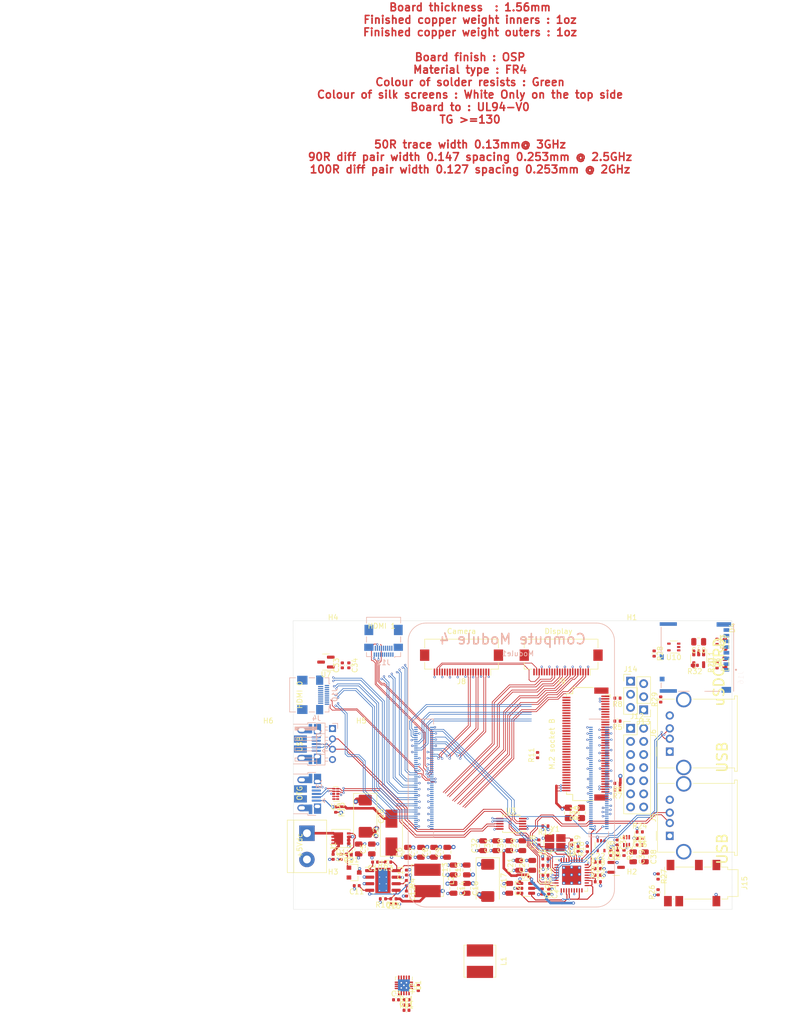
<source format=kicad_pcb>
(kicad_pcb (version 20220308) (generator pcbnew)
  (layers (0 "F.Cu" signal) (1 "In1.Cu" power "GND.Cu") (2 "In2.Cu" power "Power.Cu") (31 "B.Cu" signal) (34 "B.Paste" user) (35 "F.Paste" user) (36 "B.SilkS" user "B.Silkscreen") (37 "F.SilkS" user "F.Silkscreen") (38 "B.Mask" user) (39 "F.Mask" user) (44 "Edge.Cuts" user))
  (net 0 "")
  (net 1 "GND")
  (net 2 "Net-(C1-Pad1)")
  (net 3 "Net-(C3-Pad1)")
  (net 4 "/CM4_HighSpeed/HDMI_5v")
  (net 5 "/+5v")
  (net 6 "Net-(C2-Pad2)")
  (net 7 "/CM4_HighSpeed/CAM0_D0_N")
  (net 8 "/CM4_HighSpeed/CAM0_D0_P")
  (net 9 "/CM4_HighSpeed/CAM0_D1_N")
  (net 10 "/CM4_HighSpeed/CAM0_D1_P")
  (net 11 "/CM4_HighSpeed/CAM0_C_N")
  (net 12 "/CM4_HighSpeed/CAM0_C_P")
  (net 13 "/CM4_HighSpeed/CAM1_D3_P")
  (net 14 "/CM4_HighSpeed/CAM1_D3_N")
  (net 15 "/CM4_HighSpeed/CAM1_D2_P")
  (net 16 "/CM4_HighSpeed/CAM1_D2_N")
  (net 17 "/CM4_HighSpeed/CAM1_C_P")
  (net 18 "/CM4_HighSpeed/CAM1_C_N")
  (net 19 "/CM4_HighSpeed/CAM1_D1_P")
  (net 20 "/CM4_HighSpeed/CAM1_D1_N")
  (net 21 "/CM4_HighSpeed/CAM1_D0_P")
  (net 22 "/CM4_HighSpeed/CAM1_D0_N")
  (net 23 "/CM4_HighSpeed/DSI0_D0_N")
  (net 24 "/CM4_HighSpeed/DSI0_D0_P")
  (net 25 "/CM4_HighSpeed/DSI0_D1_N")
  (net 26 "/CM4_HighSpeed/DSI0_D1_P")
  (net 27 "/CM4_HighSpeed/DSI0_C_N")
  (net 28 "/CM4_HighSpeed/DSI0_C_P")
  (net 29 "/CM4_HighSpeed/DSI1_D3_P")
  (net 30 "/CM4_HighSpeed/DSI1_D3_N")
  (net 31 "/CM4_HighSpeed/DSI1_D2_P")
  (net 32 "/CM4_HighSpeed/DSI1_D2_N")
  (net 33 "/CM4_HighSpeed/DSI1_C_P")
  (net 34 "/CM4_HighSpeed/DSI1_C_N")
  (net 35 "/CM4_HighSpeed/DSI1_D1_P")
  (net 36 "/CM4_HighSpeed/DSI1_D1_N")
  (net 37 "/CM4_HighSpeed/DSI1_D0_P")
  (net 38 "/CM4_HighSpeed/DSI1_D0_N")
  (net 39 "Net-(C10-Pad2)")
  (net 40 "Net-(C10-Pad1)")
  (net 41 "Net-(C12-Pad1)")
  (net 42 "Net-(C11-Pad1)")
  (net 43 "Net-(C13-Pad2)")
  (net 44 "Net-(C18-Pad1)")
  (net 45 "/CM4_GPIO (GPIO, SDCARD)/SD_PWR")
  (net 46 "Net-(D4-Pad1)")
  (net 48 "/CM4_GPIO (GPIO, SDCARD)/nRPIBOOT")
  (net 49 "/CM4_GPIO (GPIO, SDCARD)/EEPROM_nWP")
  (net 50 "/CM4_GPIO (GPIO, SDCARD)/AIN0")
  (net 51 "/CM4_GPIO (GPIO, SDCARD)/AIN1")
  (net 52 "/CM4_GPIO (GPIO, SDCARD)/SYNC_IN")
  (net 53 "/CM4_GPIO (GPIO, SDCARD)/SYNC_OUT")
  (net 54 "/CM4_GPIO (GPIO, SDCARD)/TV_OUT")
  (net 55 "/CM4_GPIO (GPIO, SDCARD)/GLOBAL_EN")
  (net 56 "/CM4_GPIO (GPIO, SDCARD)/WL_nDis")
  (net 57 "/CM4_GPIO (GPIO, SDCARD)/BT_nDis")
  (net 58 "/CM4_HighSpeed/HDMI1_D2_P")
  (net 59 "/CM4_HighSpeed/HDMI1_D2_N")
  (net 60 "/CM4_HighSpeed/HDMI1_D1_P")
  (net 61 "/CM4_HighSpeed/HDMI1_D1_N")
  (net 62 "/CM4_HighSpeed/HDMI1_D0_P")
  (net 63 "/CM4_HighSpeed/HDMI1_D0_N")
  (net 64 "/CM4_HighSpeed/HDMI1_CK_P")
  (net 65 "/CM4_HighSpeed/HDMI1_CK_N")
  (net 66 "/CM4_HighSpeed/HDMI1_CEC")
  (net 67 "/CM4_HighSpeed/HDMI1_SCL")
  (net 68 "/CM4_HighSpeed/HDMI1_SDA")
  (net 69 "/CM4_HighSpeed/HDMI1_HOTPLUG")
  (net 70 "/USB2-HUB/HD2_N")
  (net 71 "/USB2-HUB/HD2_P")
  (net 72 "/CM4_GPIO (GPIO, SDCARD)/RUN_PG")
  (net 73 "/CM4_GPIO (GPIO, SDCARD)/GPIO2")
  (net 74 "/USB2-HUB/HD3_P")
  (net 75 "/USB2-HUB/HD3_N")
  (net 76 "/USB2-HUB/HD4_P")
  (net 77 "/USB2-HUB/HD4_N")
  (net 78 "/CM4_GPIO (GPIO, SDCARD)/GPIO3")
  (net 79 "/CM4_GPIO (GPIO, SDCARD)/GPIO4")
  (net 80 "/CM4_HighSpeed/HDMI0_HOTPLUG")
  (net 81 "/CM4_HighSpeed/HDMI0_SDA")
  (net 82 "/CM4_HighSpeed/HDMI0_SCL")
  (net 83 "/CM4_HighSpeed/HDMI0_CEC")
  (net 84 "/CM4_HighSpeed/HDMI0_CK_N")
  (net 85 "/CM4_HighSpeed/HDMI0_CK_P")
  (net 86 "/CM4_HighSpeed/HDMI0_D0_N")
  (net 87 "/CM4_HighSpeed/HDMI0_D0_P")
  (net 88 "/CM4_HighSpeed/HDMI0_D1_N")
  (net 89 "/CM4_HighSpeed/HDMI0_D1_P")
  (net 90 "/CM4_HighSpeed/HDMI0_D2_N")
  (net 91 "/CM4_HighSpeed/HDMI0_D2_P")
  (net 92 "/CM4_GPIO (GPIO, SDCARD)/GPIO14")
  (net 93 "/CM4_GPIO (GPIO, SDCARD)/GPIO15")
  (net 94 "/CM4_GPIO (GPIO, SDCARD)/GPIO17")
  (net 95 "/CM4_GPIO (GPIO, SDCARD)/GPIO18")
  (net 96 "/CM4_GPIO (GPIO, SDCARD)/GPIO27")
  (net 97 "/CM4_GPIO (GPIO, SDCARD)/GPIO22")
  (net 98 "/CM4_GPIO (GPIO, SDCARD)/GPIO23")
  (net 99 "/CM4_GPIO (GPIO, SDCARD)/GPIO24")
  (net 100 "/CM4_GPIO (GPIO, SDCARD)/GPIO10")
  (net 101 "/CM4_GPIO (GPIO, SDCARD)/GPIO9")
  (net 102 "/CM4_GPIO (GPIO, SDCARD)/GPIO25")
  (net 103 "/CM4_GPIO (GPIO, SDCARD)/GPIO11")
  (net 104 "/CM4_GPIO (GPIO, SDCARD)/GPIO8")
  (net 105 "/CM4_GPIO (GPIO, SDCARD)/GPIO7")
  (net 106 "/USB2-HUB/PWR1")
  (net 107 "/USB2-HUB/nOCS1")
  (net 108 "/CM4_GPIO (GPIO, SDCARD)/ID_SD")
  (net 109 "/CM4_GPIO (GPIO, SDCARD)/ID_SC")
  (net 110 "/CM4_GPIO (GPIO, SDCARD)/GPIO5")
  (net 111 "/+3.3v")
  (net 112 "/USB2-HUB/USBD_P")
  (net 113 "/USB2-HUB/USBD_N")
  (net 114 "/USB2-HUB/USBH_N")
  (net 115 "/USB2-HUB/USBH_P")
  (net 116 "/CM4_GPIO (GPIO, SDCARD)/GPIO6")
  (net 117 "/CM4_GPIO (GPIO, SDCARD)/GPIO12")
  (net 118 "/CM4_GPIO (GPIO, SDCARD)/GPIO13")
  (net 119 "/CM4_GPIO (GPIO, SDCARD)/GPIO19")
  (net 120 "/CM4_GPIO (GPIO, SDCARD)/GPIO16")
  (net 121 "/CM4_GPIO (GPIO, SDCARD)/GPIO26")
  (net 122 "/CM4_GPIO (GPIO, SDCARD)/GPIO20")
  (net 123 "/CM4_HighSpeed/CAM_GPIO")
  (net 124 "/CM4_GPIO (GPIO, SDCARD)/GPIO21")
  (net 125 "/CM4_HighSpeed/SCL0")
  (net 126 "/CM4_HighSpeed/SDA0")
  (net 127 "/CM4_GPIO (GPIO, SDCARD)/SD_DAT1")
  (net 128 "Net-(Module1-Pad21)")
  (net 129 "/USB2-HUB/VBUS")
  (net 130 "/CM4_GPIO (GPIO, SDCARD)/SD_DAT0")
  (net 131 "/CM4_GPIO (GPIO, SDCARD)/SD_CLK")
  (net 132 "/CM4_GPIO (GPIO, SDCARD)/SD_CMD")
  (net 133 "/CM4_GPIO (GPIO, SDCARD)/SD_DAT3")
  (net 134 "/CM4_GPIO (GPIO, SDCARD)/SD_DAT2")
  (net 135 "/CM4_GPIO (GPIO, SDCARD)/TRD3_P")
  (net 136 "/CM4_GPIO (GPIO, SDCARD)/TRD1_P")
  (net 137 "/CM4_GPIO (GPIO, SDCARD)/TRD3_N")
  (net 138 "/CM4_GPIO (GPIO, SDCARD)/TRD1_N")
  (net 139 "/CM4_GPIO (GPIO, SDCARD)/TRD2_N")
  (net 140 "/CM4_GPIO (GPIO, SDCARD)/TRD0_N")
  (net 141 "/CM4_GPIO (GPIO, SDCARD)/TRD2_P")
  (net 142 "/CM4_GPIO (GPIO, SDCARD)/TRD0_P")
  (net 143 "/CM4_GPIO (GPIO, SDCARD)/ETH_LEDY")
  (net 144 "/CM4_GPIO (GPIO, SDCARD)/ETH_LEDG")
  (net 145 "/CM4_GPIO (GPIO, SDCARD)/SD_PWR_ON")
  (net 146 "/CM4_HighSpeed/PCIE_nRST")
  (net 147 "/CM4_HighSpeed/PCIE_CLK_P")
  (net 148 "/CM4_HighSpeed/PCIE_CLK_N")
  (net 149 "/CM4_HighSpeed/PCIE_RX_N")
  (net 150 "/CM4_HighSpeed/PCIE_RX_P")
  (net 151 "/CM4_GPIO (GPIO, SDCARD)/Reserved")
  (net 152 "/CM4_HighSpeed/PCIE_CLK_nREQ")
  (net 153 "/CM4_HighSpeed/PCIE_TX_N")
  (net 154 "/CM4_HighSpeed/PCIE_TX_P")
  (net 155 "/CM4_GPIO (GPIO, SDCARD)/GPIO_VREF")
  (net 162 "/CM4_GPIO (GPIO, SDCARD)/SCL0")
  (net 163 "/CM4_HighSpeed/USB2_N")
  (net 165 "/CM4_HighSpeed/USB2_P")
  (net 168 "/CM4_GPIO (GPIO, SDCARD)/SDA0")
  (net 169 "/CM4_GPIO (GPIO, SDCARD)/+1.8v")
  (net 170 "/CM4_GPIO (GPIO, SDCARD)/nPWR_LED")
  (net 171 "/nEXTRST")
  (net 172 "Net-(J2-Pad21)")
  (net 173 "Net-(J2-Pad69)")
  (net 174 "Net-(J2-Pad75)")
  (net 175 "Net-(J2-Pad1)")
  (net 176 "/CM4_HighSpeed/+3.3v")
  (net 177 "Net-(J2-Pad6)")
  (net 178 "Net-(C36-Pad1)")
  (net 179 "Net-(Cp1-Pad1)")
  (net 180 "/USB2-HUB/HD1_M2_N")
  (net 181 "/USB2-HUB/HD1_M2_P")
  (net 182 "Net-(L1-Pad1)")
  (net 183 "Net-(J16-Pad9)")
  (net 184 "Net-(R21-Pad1)")
  (net 185 "/HD1_M2_P")
  (net 187 "/HD1_M2_N")
  (net 197 "/SIM_RST")
  (net 199 "/SIM_CLK")
  (net 200 "/SIM_DATA")
  (net 202 "/SIM_PWR")
  (net 206 "/PCIE_RX_N")
  (net 208 "/PCIE_RX_P")
  (net 211 "/PCIE_TX_N")
  (net 213 "/PCIE_TX_P")
  (net 214 "/PCIE_nRST")
  (net 216 "/PCIE_CLK_N")
  (net 218 "/PCIE_CLK_P")
  (net 228 "/SIM_SW")
  (net 232 "Net-(J16-Pad10)")
  (net 233 "Net-(C19-Pad1)")
  (net 234 "Net-(C37-Pad1)")
  (net 235 "Net-(L1-Pad2)")
  (net 236 "/CM4_GPIO (GPIO, SDCARD)/AUDIO_L")
  (net 237 "/CM4_GPIO (GPIO, SDCARD)/AUDIO_R")
  (net 238 "Net-(D2-Pad2)")
  (net 239 "Net-(D3-Pad1)")
  (net 240 "Net-(D5-Pad3)")
  (net 249 "Net-(J12-Pad13)")
  (net 250 "Net-(L2-Pad1)")
  (net 251 "Net-(R14-Pad1)")
  (net 252 "Net-(R15-Pad1)")
  (net 253 "Net-(R2-Pad2)")
  (net 254 "Net-(R4-Pad1)")
  (net 255 "Net-(R18-Pad1)")
  (net 256 "Net-(R10-Pad1)")
  (net 257 "Net-(R16-Pad1)")
  (net 258 "Net-(R17-Pad2)")
  (net 259 "Net-(R19-Pad1)")
  (net 260 "Net-(R22-Pad1)")
  (net 261 "Net-(R23-Pad2)")
  (net 268 "Net-(U5-Pad1)")
  (net 269 "Net-(U5-Pad2)")
  (net 271 "/+3.3vSSD")
  (footprint "Connector_FFC-FPC:Hirose_FH12-22S-0.5SH_1x22-1MP_P0.50mm_Horizontal" (layer "F.Cu") (at 149.464 87.046 180)
    (fp_text reference "J8")
    (fp_text value "Conn_01x22_Female")
  )
  (footprint "Resistor_SMD:R_0402_1005Metric" (layer "F.Cu") (at 187.564 128.514 -90)
    (fp_text reference "R27")
    (fp_text value "1K8")
  )
  (footprint "Resistor_SMD:R_0402_1005Metric" (layer "F.Cu") (at 194.676 87.62 180)
    (fp_text reference "R32")
    (fp_text value "12K 1%")
  )
  (footprint "Resistor_SMD:R_0402_1005Metric" (layer "F.Cu") (at 165.085 131.435 -90)
    (fp_text reference "R19")
    (fp_text value "15K 1%")
  )
  (footprint "Resistor_SMD:R_0402_1005Metric" (layer "F.Cu") (at 138.796 129.784 -90)
    (fp_text reference "R4")
    (fp_text value "12K 1%")
  )
  (footprint "Resistor_SMD:R_0402_1005Metric" (layer "F.Cu") (at 187.564 131.562 90)
    (fp_text reference "R26")
    (fp_text value "1K8")
  )
  (footprint "MountingHole:MountingHole_2.7mm_M2.5" (layer "F.Cu") (at 182.484 131.308)
    (fp_text reference "H2")
    (fp_text value "MountingHole")
  )
  (footprint "Package_TO_SOT_SMD:SOT-353_SC-70-5" (layer "F.Cu") (at 176.515 122.545 -90)
    (fp_text reference "U8")
    (fp_text value "74LVC1G07SE-7")
  )
  (footprint "Capacitor_SMD:C_0805_2012Metric" (layer "F.Cu") (at 161.275 122.545 90)
    (fp_text reference "C29")
    (fp_text value "10u")
  )
  (footprint "MountingHole:M.2Hole_3.5mm" (layer "F.Cu") (at 111.999 102.86)
    (fp_text reference "H6")
    (fp_text value "M.2 Hole")
  )
  (footprint "Capacitor_SMD:C_0402_1005Metric" (layer "F.Cu") (at 165.72 128.26 180)
    (fp_text reference "C26")
    (fp_text value "100n")
  )
  (footprint "TerminalBlock:TerminalBlock_bornier-2_P5.08mm" (layer "F.Cu") (at 119.492 120.132 -90)
    (fp_text reference "J1")
    (fp_text value "Conn_01x02")
  )
  (footprint "Package_TO_SOT_SMD:SOT-23" (layer "F.Cu") (at 179.436 126.736)
    (fp_text reference "D5")
    (fp_text value "BAV99")
  )
  (footprint "Connector_Audio:Jack_3.5mm_PJ311_Horizontal" (layer "F.Cu") (at 194.168 129.784 -90)
    (fp_text reference "J15")
    (fp_text value "Audio OUT")
  )
  (footprint "Capacitor_SMD:C_0805_2012Metric" (layer "F.Cu") (at 129.525 123.18 90)
    (fp_text reference "C4")
    (fp_text value "10u 10v")
  )
  (footprint "Resistor_SMD:R_0402_1005Metric" (layer "F.Cu") (at 136.256 132.832 180)
    (fp_text reference "R9")
    (fp_text value "47K 1%")
  )
  (footprint "Capacitor_SMD:C_0805_2012Metric" (layer "F.Cu") (at 147.94 130.8 -90)
    (fp_text reference "C14")
    (fp_text value "10u")
  )
  (footprint "Resistor_SMD:R_0402_1005Metric" (layer "F.Cu") (at 184.008 119.878)
    (fp_text reference "R24")
    (fp_text value "100")
  )
  (footprint "Resistor_SMD:R_0402_1005Metric" (layer "F.Cu") (at 179.69 110.48 180)
    (fp_text reference "R6")
    (fp_text value "nf")
  )
  (footprint "Connector_FFC-FPC:Hirose_FH12-22S-0.5SH_1x22-1MP_P0.50mm_Horizontal" (layer "F.Cu") (at 168.768 87.046 180)
    (fp_text reference "J9")
    (fp_text value "Conn_01x22_Female")
  )
  (footprint "Resistor_SMD:R_0402_1005Metric" (layer "F.Cu") (at 175.88 128.26)
    (fp_text reference "R14")
    (fp_text value "36K 1%")
  )
  (footprint "Resistor_SMD:R_0402_1005Metric" (layer "F.Cu") (at 126.096 124.704 -90)
    (fp_text reference "R1")
    (fp_text value "12K 1%")
  )
  (footprint "Capacitor_SMD:C_0805_2012Metric" (layer "F.Cu") (at 132.065 123.18 90)
    (fp_text reference "C5")
    (fp_text value "10u 10v")
  )
  (footprint "Package_SON:Diodes_PowerDI3333-8" (layer "F.Cu") (at 126.096 121.148 180)
    (fp_text reference "Q1")
    (fp_text value "DMP3013SFV-7")
  )
  (footprint "Capacitor_SMD:C_0805_2012Metric" (layer "F.Cu") (at 158.735 130.8 -90)
    (fp_text reference "C27")
    (fp_text value "10u")
  )
  (footprint "Capacitor_SMD:C_0805_2012Metric" (layer "F.Cu") (at 158.735 122.545 90)
    (fp_text reference "C30")
    (fp_text value "10u")
  )
  (footprint "Resistor_SMD:R_0805_2012Metric_Pad1.20x1.40mm_HandSolder" (layer "F.Cu") (at 170.165 116.195 -90)
    (fp_text reference "R30")
    (fp_text value "0R")
  )
  (footprint "Crystal:Crystal_SMD_EuroQuartz_X22-4Pin_2.5x2.0mm_HandSoldering" (layer "F.Cu") (at 167.625 121.91)
    (fp_text reference "Y1")
    (fp_text value "24MHz")
  )
  (footprint "Capacitor_SMD:C_0805_2012Metric" (layer "F.Cu") (at 139.05 123.815 90)
    (fp_text reference "C6")
    (fp_text value "10u 10v")
  )
  (footprint "Resistor_SMD:R_0402_1005Metric" (layer "F.Cu") (at 135.24 125.72 180)
    (fp_text reference "R3")
    (fp_text value "10R")
  )
  (footprint "Capacitor_SMD:C_0402_1005Metric" (layer "F.Cu") (at 136.256 133.848 180)
    (fp_text reference "C13")
    (fp_text value "nf")
  )
  (footprint "Capacitor_Tantalum_SMD:CP_EIA-7343-31_Kemet-D" (layer "F.Cu") (at 154.544 129.276 -90)
    (fp_text reference "C17")
    (fp_text value "100uF")
  )
  (footprint "Capacitor_SMD:C_0402_1005Metric" (layer "F.Cu") (at 166.355 131.435 -90)
    (fp_text reference "C24")
    (fp_text value "100n")
  )
  (footprint "Diode_SMD:D_SOT-23_ANK" (layer "F.Cu") (at 128.636 127.752)
    (fp_text reference "D1")
    (fp_text value "MMBZ5242BLT3G")
  )
  (footprint "Resistor_SMD:R_0402_1005Metric" (layer "F.Cu") (at 198.994 87.62 90)
    (fp_text reference "R20")
    (fp_text value "1k")
  )
  (footprint "Capacitor_SMD:C_0402_1005Metric" (layer "F.Cu") (at 136.764 152.39)
    (fp_text reference "C3")
    (fp_text value "100n")
  )
  (footprint "Diode_SMD:D_SMB_Handsoldering" (layer "F.Cu") (at 135.875 120.005 90)
    (fp_text reference "D2")
    (fp_text value "B340AE-13")
  )
  (footprint "Capacitor_SMD:C_0402_1005Metric" (layer "F.Cu") (at 138.796 127.752 90)
    (fp_text reference "C11")
    (fp_text value "nf")
  )
  (footprint "Capacitor_SMD:C_0805_2012Metric" (layer "F.Cu") (at 195.438 83.048 180)
    (fp_text reference "C40")
    (fp_text value "10u")
  )
  (footprint "Capacitor_SMD:C_0402_1005Metric" (layer "F.Cu") (at 179.69 123.942 90)
    (fp_text reference "C37")
    (fp_text value "100n 6.3")
  )
  (footprint "Capacitor_SMD:C_0805_2012Metric" (layer "F.Cu") (at 150.48 127.244 90)
    (fp_text reference "C15")
    (fp_text value "10u")
  )
  (footprint "Capacitor_SMD:C_0402_1005Metric" (layer "F.Cu") (at 138.796 131.816 -90)
    (fp_text reference "C12")
    (fp_text value "1.2nF")
  )
  (footprint "Resistor_SMD:R_0402_1005Metric" (layer "F.Cu") (at 165.72 125.085)
    (fp_text reference "R17")
    (fp_text value "12K 1%")
  )
  (footprint "Capacitor_SMD:C_0402_1005Metric" (layer "F.Cu") (at 164.45 121.91 90)
    (fp_text reference "C18")
    (fp_text value "27pF")
  )
  (footprint "Capacitor_SMD:C_0402_1005Metric" (layer "F.Cu") (at 124.572 124.704 -90)
    (fp_text reference "C1")
    (fp_text value "100n 50v")
  )
  (footprint "Resistor_SMD:R_0805_2012Metric_Pad1.20x1.40mm_HandSolder" (layer "F.Cu") (at 172.705 116.195 90)
    (fp_text reference "R31")
    (fp_text value "nf")
  )
  (footprint "Capacitor_SMD:C_0805_2012Metric" (layer "F.Cu") (at 182.738 124.704 -90)
    (fp_text reference "C39")
    (fp_text value "47u 6.3")
  )
  (footprint "Connector_USB:USB_A_Molex_67643_Horizontal" (layer "F.Cu") (at 189.824 120.64 90)
    (fp_text reference "J5")
    (fp_text value "USB_A")
  )
  (footprint "Resistor_SMD:R_0402_1005Metric" (layer "F.Cu") (at 179.69 98.415 180)
    (fp_text reference "R5")
    (fp_text value "nf")
  )
  (footprint "Capacitor_SMD:C_0805_2012Metric" (layer "F.Cu") (at 160.64 126.355 90)
    (fp_text reference "C21")
    (fp_text value "10u")
  )
  (footprint "Capacitor_SMD:C_0805_2012Metric" (layer "F.Cu") (at 141.59 123.815 90)
    (fp_text reference "C7")
    (fp_text value "10u 10v")
  )
  (footprint "Package_SO:MSOP-10_3x3mm_P0.5mm" (layer "F.Cu") (at 159.1 118.3 180)
    (fp_text reference "U3")
    (fp_text value "FSUSB42MUX")
  )
  (footprint "CM4IO:SC-88-6_2x2.1mm" (layer "F.Cu") (at 181.468 121.656 -90)
    (fp_text reference "U9")
    (fp_text value "NC7WZ16")
  )
  (footprint "Capacitor_SMD:C_0402_1005Metric" (layer "F.Cu") (at 138.796 154.422)
    (fp_text reference "Cp1")
    (fp_text value "10pF")
  )
  (footprint "Capacitor_SMD:C_0402_1005Metric" (layer "F.Cu") (at 127.62 124.196 180)
    (fp_text reference "C2")
    (fp_text value "100n")
  )
  (footprint "Capacitor_SMD:C_0402_1005Metric" (layer "F.Cu") (at 184.008 121.148 180)
    (fp_text reference "C36")
    (fp_text value "100n 6.3")
  )
  (footprint "Capacitor_SMD:C_0805_2012Metric" (layer "F.Cu") (at 144.13 123.815 90)
    (fp_text reference "C8")
    (fp_text value "10u 10v")
  )
  (footprint "Connector_PinHeader_2.54mm:PinHeader_2x07_P2.54mm_Vertical" (layer "F.Cu") (at 182.23 99.812)
    (fp_text reference "J12")
    (fp_text value "Conn_02x07_Odd_Even")
  )
  (footprint "Capacitor_SMD:C_0402_1005Metric" (layer "F.Cu") (at 170.8 121.91 -90)
    (fp_text reference "C19")
    (fp_text value "27pF")
  )
  (footprint "Inductor_SMD:L_Bourns_SRN6045TA" (layer "F.Cu") (at 142.86 129.276 -90)
    (fp_text reference "L2")
    (fp_text value "SRN6045TA-3R3Y  (3.3uH)")
  )
  (footprint "MountingHole:M.2Hole_3.5mm" (layer "F.Cu") (at 130.033 102.86)
    (fp_text reference "H5")
    (fp_text value "M.2 Hole")
  )
  (footprint "Resistor_SMD:R_0402_1005Metric" (layer "F.Cu") (at 125.08 115.56 -90)
    (fp_text reference "R13")
    (fp_text value "2.2K 1%")
  )
  (footprint "Capacitor_SMD:C_0402_1005Metric" (layer "F.Cu") (at 172.07 123.18 90)
    (fp_text reference "C25")
    (fp_text value "100n")
  )
  (footprint "Capacitor_SMD:C_0805_2012Metric" (layer "F.Cu") (at 163.18 126.355 90)
    (fp_text reference "C20")
    (fp_text value "10u")
  )
  (footprint "Resistor_SMD:R_0402_1005Metric" (layer "F.Cu") (at 134.224 132.832 180)
    (fp_text reference "R10")
    (fp_text value "15K 1%")
  )
  (footprint "Package_SON:Texas_S-PWSON-N10_ThermalVias" (layer "F.Cu") (at 138.288 149.596 -90)
    (fp_text reference "U1")
    (fp_text value "TPS63060DSC (adj)")
  )
  (footprint "Package_SON:USON-10_2.5x1.0mm_P0.5mm" (layer "F.Cu") (at 125.08 112.512 180)
    (fp_text reference "U5")
    (fp_text value "TPD4EUSB30")
  )
  (footprint "MountingHole:MountingHole_2.7mm_M2.5" (layer "F.Cu") (at 182.484 82.032)
    (fp_text reference "H1")
    (fp_text value "MountingHole")
  )
  (footprint "Resistor_SMD:R_0402_1005Metric" (layer "F.Cu") (at 179.69 93.97 180)
    (fp_text reference "R8")
    (fp_text value "nf")
  )
  (footprint "Capacitor_SMD:C_0402_1005Metric" (layer "F.Cu") (at 127.62 87.62 -90)
    (fp_text reference "C34")
    (fp_text value "100n")
  )
  (footprint "Resistor_SMD:R_0402_1005Metric" (layer "F.Cu") (at 188.072 94.224 90)
    (fp_text reference "R29")
    (fp_text value "nf")
  )
  (footprint "Package_TO_SOT_SMD:SOT-23-5" (layer "F.Cu") (at 195.438 86.35 -90)
    (fp_text reference "U11")
    (fp_text value "RT9742GGJ5")
  )
  (footprint "Capacitor_SMD:C_0402_1005Metric" (layer "F.Cu") (at 129.144 130.292 180)
    (fp_text reference "C11")
    (fp_text value "100n")
  )
  (footprint "Resistor_SMD:R_0402_1005Metric" (layer "F.Cu") (at 186.802 85.334 -90)
    (fp_text reference "R28")
    (fp_text value "nf")
  )
  (footprint "Package_SO:SOIC-8-1EP_3.9x4.9mm_P1.27mm_EP2.95x4.9mm_Mask2.71x3.4mm_ThermalVias" (layer "F.Cu") (at 134.224 129.276)
    (fp_text reference "U2")
    (fp_text value "AP64501SP-13")
  )
  (footprint "Resistor_SMD:R_0402_1005Metric" (layer "F.Cu") (at 138.796 152.39 180)
    (fp_text reference "Rs1")
    (fp_text value "1M 1%")
  )
  (footprint "Package_DFN_QFN:QFN-36-1EP_6x6mm_P0.5mm_EP3.7x3.7mm" (layer "F.Cu") (at 170.8 128.26)
    (fp_text reference "U4")
    (fp_text value "USB2514B-I/M2")
  )
  (footprint "Capacitor_SMD:C_0805_2012Metric" (layer "F.Cu") (at 153.655 122.545 90)
    (fp_text reference "C32")
    (fp_text value "10u")
  )
  (footprint "Resistor_SMD:R_0402_1005Metric" (layer "F.Cu") (at 165.72 118.735 180)
    (fp_text reference "R12")
    (fp_text value "2.2K 1%")
  )
  (footprint "Capacitor_SMD:C_0402_1005Metric" (layer "F.Cu") (at 132.7 125.72 180)
    (fp_text reference "C10")
    (fp_text value "100n")
  )
  (footprint "Resistor_SMD:R_0402_1005Metric" (layer "F.Cu") (at 138.796 153.406)
    (fp_text reference "Rp1")
    (fp_text value "111K 1%")
  )
  (footprint "LED_SMD:LED_0603_1608Metric" (layer "F.Cu") (at 200.518 83.556 -90)
    (fp_text reference "D4")
    (fp_text value "LED Red")
  )
  (footprint "Resistor_SMD:R_0402_1005Metric" (layer "F.Cu") (at 198.994 83.048 -90)
    (fp_text reference "R23")
    (fp_text value "1k")
  )
  (footprint "MountingHole:MountingHole_2.7mm_M2.5" (layer "F.Cu") (at 124.572 131.308)
    (fp_text reference "H3")
    (fp_text value "MountingHole")
  )
  (footprint "Resistor_SMD:R_0402_1005Metric" (layer "F.Cu") (at 180.96 123.942 -90)
    (fp_text reference "R22")
    (fp_text value "220")
  )
  (footprint "Connector_PinHeader_2.54mm:PinHeader_1x03_P2.54mm_Vertical" (layer "F.Cu") (at 182.23 90.683)
    (fp_text reference "J14")
    (fp_text value "Conn_01x03")
  )
  (footprint "Inductor_SMD:L_Bourns_SRN6045TA" (layer "F.Cu") (at 153.03 144.91 -90)
    (fp_text reference "L1")
    (fp_text value "SRN6045TA-1R0Y  (1.0uH)")
  )
  (footprint "Capacitor_SMD:C_0402_1005Metric" (layer "F.Cu") (at 179.69 121.91 -90)
    (fp_text reference "C35")
    (fp_text value "100n 6.3")
  )
  (footprint "Package_TO_SOT_SMD:SOT-353_SC-70-5" (layer "F.Cu") (at 190.612 84.064 180)
    (fp_text reference "U10")
    (fp_text value "74LVC1G07SE-7")
  )
  (footprint "Resistor_SMD:R_0402_1005Metric" (layer "F.Cu") (at 184.008 122.418)
    (fp_text reference "R21")
    (fp_text value "220")
  )
  (footprint "Capacitor_SMD:C_0805_2012Metric" (layer "F.Cu") (at 185.024 124.704 -90)
    (fp_text reference "C38")
    (fp_text value "47u 6.3")
  )
  (footprint "Resistor_SMD:R_0402_1005Metric" (layer "F.Cu") (at 173.848 123.18 90)
    (fp_text reference "R16")
    (fp_text value "36K 1%")
  )
  (footprint "Capacitor_SMD:C_0805_2012Metric" (layer "F.Cu") (at 146.67 123.815 90)
    (fp_text reference "C9")
    (fp_text value "10u 10v")
  )
  (footprint "Capacitor_SMD:C_0805_2012Metric" (layer "F.Cu") (at 156.195 122.545 90)
    (fp_text reference "C31")
    (fp_text value "10u")
  )
  (footprint "Resistor_SMD:R_0402_1005Metric" (layer "F.Cu") (at 141.082 150.104 90)
    (fp_text reference "R2")
    (fp_text value "1M 1%")
  )
  (footprint "Capacitor_SMD:C_0805_2012Metric" (layer "F.Cu") (at 147.94 127.244 90)
    (fp_text reference "C13")
    (fp_text value "10u")
  )
  (footprint "CM4IO:Conn_TE-M.2-0.5-67P-doublesided" (layer "F.Cu") (at 172.07 102.86 -90)
    (fp_text reference "J2")
    (fp_text value "Bus_M.2_Socket_B")
  )
  (footprint "Capacitor_Tantalum_SMD:CP_EIA-7343-31_Kemet-D" (layer "F.Cu") (at 130.795 116.83 -90)
    (fp_text reference "C28")
    (fp_text value "100uF")
  )
  (footprint "Capacitor_SMD:C_0402_1005Metric" (layer "F.Cu") (at 175.88 125.72)
    (fp_text reference "C22")
    (fp_text value "100n")
  )
  (footprint "Package_TO_SOT_SMD:SOT-23" (layer "F.Cu") (at 123.175 86.985 180)
    (fp_text reference "U7")
    (fp_text value "RT9742SNGV")
  )
  (footprint "Resistor_SMD:R_0402_1005Metric" (layer "F.Cu") (at 164.2 105 90)
    (fp_text reference "R11")
    (fp_text value "12K")
  )
  (footprint "Capacitor_SMD:C_0402_1005Metric" (layer "F.Cu") (at 165.72 126.355 180)
    (fp_text reference "C23")
    (fp_text value "100n")
  )
  (footprint "Resistor_SMD:R_0402_1005Metric" (layer "F.Cu") (at 179.69 111.75 180)
    (fp_text reference "R7")
    (fp_text value "nf")
  )
  (footprint "Package_TO_SOT_SMD:SOT-23-6" (layer "F.Cu") (at 161.91 130.8)
    (fp_text reference "U6")
    (fp_text value "AP22653W6")
  )
  (footprint "Resistor_SMD:R_0402_1005Metric" (layer "F.Cu") (at 175.88 129.53)
    (fp_text reference "R15")
    (fp_text value "36K 1%")
  )
  (footprint "LED_SMD:LED_0603_1608Metric" (layer "F.Cu") (at 200.518 87.112 90)
    (fp_text reference "D3")
    (fp_text value "LED Green")
  )
  (footprint "Resistor_SMD:R_0402_1005Metric" (layer "F.Cu") (at 178.42 123.942 -90)
    (fp_text reference "R25")
    (fp_text value "100")
  )
  (footprint "Connector_PinHeader_2.54mm:PinHeader_1x03_P2.54mm_Vertical" (layer "F.Cu") (at 184.77 96.241 180)
    (fp_text reference "J13")
    (fp_text value "Conn_01x03")
  )
  (footprint "MountingHole:MountingHole_2.7mm_M2.5" (layer "F.Cu") (at 124.572 82.032)
    (fp_text reference "H4")
    (fp_text value "MountingHole")
  )
  (footprint "Capacitor_SMD:C_0805_2012Metric" (layer "F.Cu") (at 150.48 130.8 -90)
    (fp_text reference "C16")
    (fp_text value "10u")
  )
  (footprint "Resistor_SMD:R_0402_1005Metric" (layer "F.Cu") (at 175.88 126.99)
    (fp_text reference "R18")
    (fp_text value "36K 1%")
  )
  (footprint "Connector_USB:USB_A_Molex_67643_Horizontal" (layer "F.Cu") (at 189.824 104.328 90)
    (fp_text reference "J6")
    (fp_text value "USB_A")
  )
  (footprint "Capacitor_SMD:C_0402_1005Metric" (layer "F.Cu") (at 126.35 87.62 90)
    (fp_text reference "C33")
    (fp_text value "100n")
  )
  (footprint "CM4IO:USB_Micro-B_EDAC_UCON00686" (layer "B.Cu") (at 118.492 112.512 90)
    (fp_text reference "J3")
    (fp_text value "USB_OTG")
  )
  (footprint "Connector_HDMI:HDMI_Micro-D_Molex_46765-0x01" (layer "B.Cu") (at 134.351 80.762)
    (fp_text reference "J11")
    (fp_text value "HDMI_C_1.4")
  )
  (footprint "CM4IO:SDCARD_MOLEX_503398-1892" (layer "B.Cu") (at 195.184 86.096 90)
    (fp_text reference "J16")
    (fp_text value "Micro_SD_Card_Det")
  )
  (footprint "CM4IO:Raspberry-Pi-4-Compute-Module-noholes" (layer "B.Cu") (at 175.616 130.924 180)
    (fp_text reference "Module1")
    (fp_text value "ComputeModule4")
  )
  (footprint "Connector_PinHeader_2.00mm:PinHeader_1x04_P2.00mm_Horizontal" (layer "B.Cu") (at 124.445 99.86 180)
    (fp_text reference "J4")
    (fp_text value "Conn_01x04_Male")
  )
  (footprint "CM4IO:USB_Micro-B_EDAC_UCON00686" (layer "B.Cu") (at 118.476 102.86 90)
    (fp_text reference "J7")
    (fp_text value "USB_MICRO")
  )
  (footprint "Connector_HDMI:HDMI_Micro-D_Molex_46765-0x01" (layer "B.Cu") (at 118.6 93.335 90)
    (fp_text reference "J10")
    (fp_text value "HDMI_C_1.4")
  )
  (gr_line (start 201.915 134.864) (end 201.8642 78.984) (stroke (width 0.05)) (layer "Edge.Cuts"))
  (gr_line (start 201.8642 78.984) (end 116.825 78.984) (stroke (width 0.05)) (layer "Edge.Cuts"))
  (gr_line (start 116.8852 134.864) (end 116.825 78.984) (stroke (width 0.05)) (layer "Edge.Cuts"))
  (gr_line (start 116.8852 134.864) (end 201.915 134.864) (stroke (width 0.05)) (layer "Edge.Cuts"))
  (gr_text "Board thickness  : 1.56mm\nFinished copper weight inners : 1oz\nFinished copper weight outers : 1oz\n\nBoard finish : OSP\nMaterial type : FR4\nColour of solder resists : Green\nColour of silk screens : White Only on the top side\nBoard to : UL94-V0\nTG >=130\n\n50R trace width 0.13mm@ 3GHz\n90R diff pair width 0.147 spacing 0.253mm @ 2.5GHz\n100R diff pair width 0.127 spacing 0.253mm @ 2GHz" (at 151.115 -24.14) (layer "F.Cu") (effects (font (size 1.5 1.5) (thickness 0.3))))
  (gr_text "Compute Module 4" (at 159.37 82.54) (layer "B.SilkS") (effects (font (size 2 2) (thickness 0.3)) (justify mirror)))
  (gr_text "OTG" (at 118.095 112.385 90) (layer "F.SilkS") (effects (font (size 1 1))))
  (gr_text "Camera" (at 149.464 81.016) (layer "F.SilkS") (effects (font (size 1 1))))
  (gr_text "HDMI 1" (at 133.97 80) (layer "F.SilkS") (effects (font (size 1 1))))
  (gr_text "USB" (at 200.01 105.4 90) (layer "F.SilkS") (effects (font (size 2 2) (thickness 0.3))))
  (gr_text "Display" (at 168.26 81.016) (layer "F.SilkS") (effects (font (size 1 1))))
  (gr_text "USB" (at 118.095 102.86 90) (layer "F.SilkS") (effects (font (size 1 1))))
  (gr_text "uSDCARD" (at 199.375 88.89 90) (layer "F.SilkS") (effects (font (size 2 2) (thickness 0.3))))
  (gr_text "+5Vdc" (at 118.095 122.545 90) (layer "F.SilkS") (effects (font (size 1 1))))
  (gr_text "HDMI 0" (at 118.095 93.335 90) (layer "F.SilkS") (effects (font (size 1 1))))
  (gr_text "USB" (at 200.01 123.18 90) (layer "F.SilkS") (effects (font (size 2 2) (thickness 0.3))))
  (gr_text "M.2 socket B" (at 166.99 102.86 90) (layer "F.SilkS") (effects (font (size 1 1))))
  (segment (start 165.21 119.40096) (end 165.20548 119.40548) (width 0.2) (layer "F.Cu") (net 1))
  (segment (start 146.906 126.294) (end 146.9 126.3) (width 0.5) (layer "F.Cu") (net 1))
  (segment (start 176.31 107.61) (end 176.3 107.6) (width 0.127) (layer "F.Cu") (net 1))
  (segment (start 179.01 122.39) (end 179 122.4) (width 0.2) (layer "F.Cu") (net 1))
  (segment (start 129.525 122.23) (end 130.67 122.23) (width 0.2) (layer "F.Cu") (net 1))
  (segment (start 141.59 122.865) (end 142.735 122.865) (width 0.5) (layer "F.Cu") (net 1))
  (segment (start 158.735 131.75) (end 157.65 131.75) (width 0.5) (layer "F.Cu") (net 1))
  (segment (start 169.743858 122.76) (end 169.757 122.746858) (width 0.5) (layer "F.Cu") (net 1))
  (segment (start 136.7865 128.641) (end 137.941 128.641) (width 0.2) (layer "F.Cu") (net 1))
  (segment (start 160.7725 130.8) (end 159.8 130.8) (width 0.2) (layer "F.Cu") (net 1))
  (segment (start 126.096 125.214) (end 125.414 125.214) (width 0.2) (layer "F.Cu") (net 1))
  (segment (start 138.204 132.296) (end 138.2 132.3) (width 0.2) (layer "F.Cu") (net 1))
  (segment (start 177.345 100.11) (end 176.21 100.11) (width 0.127) (layer "F.Cu") (net 1))
  (segment (start 164.455 131.945) (end 164.4 132) (width 0.2) (layer "F.Cu") (net 1))
  (segment (start 165.24 128.86) (end 165.2 128.9) (width 0.2) (layer "F.Cu") (net 1))
  (segment (start 183.498 119.202) (end 183.5 119.2) (width 0.2) (layer "F.Cu") (net 1))
  (segment (start 165.21 125.085) (end 165.21 124.660261) (width 0.2) (layer "F.Cu") (net 1))
  (segment (start 161.3 117.3) (end 162.25 117.3) (width 0.2) (layer "F.Cu") (net 1))
  (segment (start 177.345 111.11) (end 176.21 111.11) (width 0.127) (layer "F.Cu") (net 1))
  (segment (start 165.085 131.945) (end 164.455 131.945) (width 0.2) (layer "F.Cu") (net 1))
  (segment (start 177.345 104.61) (end 176.21 104.61) (width 0.127) (layer "F.Cu") (net 1))
  (segment (start 165.24 126.355) (end 165.24 127.04) (width 0.2) (layer "F.Cu") (net 1))
  (segment (start 177.345 94.11) (end 176.31 94.11) (width 0.127) (layer "F.Cu") (net 1))
  (segment (start 176.36 125.72) (end 176.36 125.04) (width 0.2) (layer "F.Cu") (net 1))
  (segment (start 183.498 119.878) (end 183.498 119.202) (width 0.2) (layer "F.Cu") (net 1))
  (segment (start 183.528 121.148) (end 182.948 121.148) (width 0.2) (layer "F.Cu") (net 1))
  (segment (start 146.67 122.865) (end 147.835 122.865) (width 0.5) (layer "F.Cu") (net 1))
  (segment (start 144.13 122.865) (end 145.235 122.865) (width 0.5) (layer "F.Cu") (net 1))
  (segment (start 156.195 121.595) (end 155.105 121.595) (width 0.5) (layer "F.Cu") (net 1))
  (segment (start 165.018 87.918) (end 165 87.9) (width 0.127) (layer "F.Cu") (net 1))
  (segment (start 133.714 133.486) (end 133.7 133.5) (width 0.2) (layer "F.Cu") (net 1))
  (segment (start 156.9 119.3) (end 155.95 119.3) (width 0.2) (layer "F.Cu") (net 1))
  (segment (start 132.2575 119.9425) (end 133 119.2) (width 1) (layer "F.Cu") (net 1))
  (segment (start 125.912 112.512) (end 126.1 112.7) (width 0.127) (layer "F.Cu") (net 1))
  (segment (start 174.018 87.918) (end 174 87.9) (width 0.127) (layer "F.Cu") (net 1))
  (segment (start 176.21 101.61) (end 176.2 101.6) (width 0.127) (layer "F.Cu") (net 1))
  (segment (start 176.36 125.04) (end 176.4 125) (width 0.2) (layer "F.Cu") (net 1))
  (segment (start 174.018 88.896) (end 174.018 87.918) (width 0.127) (layer "F.Cu") (net 1))
  (segment (start 147.94 126.294) (end 146.906 126.294) (width 0.5) (layer "F.Cu") (net 1))
  (segment (start 175.865 120.965) (end 175.8 120.9) (width 0.2) (layer "F.Cu") (net 1))
  (segment (start 171.018 88.896) (end 171.018 87.918) (width 0.127) (layer "F.Cu") (net 1))
  (segment (start 186.904 128.004) (end 186.9 128) (width 0.2) (layer "F.Cu") (net 1))
  (segment (start 165.21 124.660261) (end 165.159694 124.609955) (width 0.2) (layer "F.Cu") (net 1))
  (segment (start 137.941 128.641) (end 138 128.7) (width 0.2) (layer "F.Cu") (net 1))
  (segment (start 179.586 125.786) (end 179.6 125.8) (width 0.2) (layer "F.Cu") (net 1))
  (segment (start 176.39 129.53) (end 176.39 130.29) (width 0.2) (layer "F.Cu") (net 1))
  (segment (start 170.8 128.26) (end 170.8 128.2) (width 0.5) (layer "F.Cu") (net 1))
  (segment (start 128.664 130.292) (end 128.664 130.864) (width 0.2) (layer "F.Cu") (net 1))
  (segment (start 171.018 87.918) (end 171 87.9) (width 0.127) (layer "F.Cu") (net 1))
  (segment (start 176.39 126.99) (end 177.09 126.99) (width 0.2) (layer "F.Cu") (net 1))
  (segment (start 145.235 122.865) (end 145.3 122.8) (width 0.5) (layer "F.Cu") (net 1))
  (segment (start 160.64 125.405) (end 159.505 125.405) (width 0.5) (layer "F.Cu") (net 1))
  (segment (start 142.735 122.865) (end 142.8 122.8) (width 0.5) (layer "F.Cu") (net 1))
  (segment (start 169.518 88.896) (end 169.518 87.918) (width 0.127) (layer "F.Cu") (net 1))
  (segment (start 149.35 131.75) (end 149.3 131.8) (width 0.5) (layer "F.Cu") (net 1))
  (segment (start 172.07 122.7) (end 172.07 122.13) (width 0.2) (layer "F.Cu") (net 1))
  (segment (start 176.21 106.11) (end 176.2 106.1) (width 0.127) (layer "F.Cu") (net 1))
  (segment (start 157.705 121.595) (end 157.7 121.6) (width 0.5) (layer "F.Cu") (net 1))
  (segment (start 147.214 89.924) (end 147.22 89.93) (width 0.127) (layer "F.Cu") (net 1))
  (segment (start 165.24 127.04) (end 165.3 127.1) (width 0.2) (layer "F.Cu") (net 1))
  (segment (start 124.212 112.512) (end 124.2 112.5) (width 0.127) (layer "F.Cu") (net 1))
  (segment (start 162.105 125.405) (end 162.1 125.4) (width 0.5) (layer "F.Cu") (net 1))
  (segment (start 130.67 122.23) (end 130.7 122.2) (width 0.2) (layer "F.Cu") (net 1))
  (segment (start 176.31 94.61) (end 176.3 94.6) (width 0.127) (layer "F.Cu") (net 1))
  (segment (start 170.8 122.39) (end 170.8 123) (width 0.2) (layer "F.Cu") (net 1))
  (segment (start 140.065 122.865) (end 140.1 122.9) (width 0.5) (layer "F.Cu") (net 1))
  (segment (start 154.544 132.3885) (end 153.2885 132.3885) (width 1) (layer "F.Cu") (net 1))
  (segment (start 198.868 133.284) (end 198.868 132.068) (width 0.5) (layer "F.Cu") (net 1))
  (segment (start 152.605 121.595) (end 152.6 121.6) (width 0.5) (layer "F.Cu") (net 1))
  (segment (start 139.05 122.865) (end 140.065 122.865) (width 0.5) (layer "F.Cu") (net 1))
  (segment (start 130.795 119.9425) (end 132.2575 119.9425) (width 1) (layer "F.Cu") (net 1))
  (segment (start 187.564 128.004) (end 186.904 128.004) (width 0.2) (layer "F.Cu") (net 1))
  (segment (start 176.39 128.26) (end 177.06 128.26) (width 0.2) (layer "F.Cu") (net 1))
  (segment (start 154.714 89.814) (end 154.74 89.84) (width 0.127) (layer "F.Cu") (net 1))
  (segment (start 154.714 88.896) (end 154.714 89.814) (width 0.127) (layer "F.Cu") (net 1))
  (segment (start 173.848 122.048) (end 173.8 122) (width 0.2) (layer "F.Cu") (net 1))
  (segment (start 139.328 127.272) (end 139.4 127.2) (width 0.2) (layer "F.Cu") (net 1))
  (segment (start 151.714 89.894) (end 151.72 89.9) (width 0.127) (layer "F.Cu") (net 1))
  (segment (start 168.018 88.896) (end 168.018 87.918) (width 0.127) (layer "F.Cu") (net 1))
  (segment (start 177.345 111.61) (end 176.21 111.61) (width 0.127) (layer "F.Cu") (net 1))
  (segment (start 177.345 106.11) (end 176.21 106.11) (width 0.127) (layer "F.Cu") (net 1))
  (segment (start 133.714 132.832) (end 133.714 133.486) (width 0.2) (layer "F.Cu") (net 1))
  (segment (start 165.21 118.735) (end 165.21 119.40096) (width 0.2) (layer "F.Cu") (net 1))
  (segment (start 186.928 132.072) (end 186.9 132.1) (width 0.2) (layer "F.Cu") (net 1))
  (segment (start 166.355 131.915) (end 166.8855 131.915) (width 0.2) (layer "F.Cu") (net 1))
  (segment (start 172.07 122.13) (end 172.1 122.1) (width 0.2) (layer "F.Cu") (net 1))
  (segment (start 172.518 87.918) (end 172.5 87.9) (width 0.127) (layer "F.Cu") (net 1))
  (segment (start 168.018 87.918) (end 168 87.9) (width 0.127) (layer "F.Cu") (net 1))
  (segment (start 169.518 87.918) (end 169.5 87.9) (width 0.127) (layer "F.Cu") (net 1))
  (segment (start 172.518 88.896) (end 172.518 87.918) (width 0.127) (layer "F.Cu") (net 1))
  (segment (start 132.065 122.23) (end 133.17 122.23) (width 0.2) (layer "F.Cu") (net 1))
  (segment (start 176.21 103.11) (end 176.2 103.1) (width 0.127) (layer "F.Cu") (net 1))
  (segment (start 155.105 121.595) (end 155.1 121.6) (width 0.5) (layer "F.Cu") (net 1))
  (segment (start 177.09 126.99) (end 177.1 127) (width 0.2) (layer "F.Cu") (net 1))
  (segment (start 182.948 121.148) (end 182.9 121.1) (width 0.2) (layer "F.Cu") (net 1))
  (segment (start 145.714 88.896) (end 145.714 89.874) (width 0.127) (layer "F.Cu") (net 1))
  (segment (start 166.518 88.896) (end 166.518 87.918) (width 0.127) (layer "F.Cu") (net 1))
  (segment (start 166.8855 131.915) (end 166.9705 132) (width 0.2) (layer "F.Cu") (net 1))
  (segment (start 173.848 122.67) (end 173.848 122.048) (width 0.2) (layer "F.Cu") (net 1))
  (segment (start 176.39 130.29) (end 176.4 130.3) (width 0.2) (layer "F.Cu") (net 1))
  (segment (start 165.018 88.896) (end 165.018 87.918) (width 0.127) (layer "F.Cu") (net 1))
  (segment (start 175.865 121.595) (end 175.865 120.965) (width 0.2) (layer "F.Cu") (net 1))
  (segment (start 148.714 88.896) (end 148.714 89.894) (width 0.127) (layer "F.Cu") (net 1))
  (segment (start 176.21 104.61) (end 176.2 104.6) (width 0.127) (layer "F.Cu") (net 1))
  (segment (start 130.795 119.9425) (end 132.2425 119.9425) (width 1) (layer "F.Cu") (net 1))
  (segment (start 177.345 107.61) (end 176.31 107.61) (width 0.127) (layer "F.Cu") (net 1))
  (segment (start 148.714 89.894) (end 148.72 89.9) (width 0.127) (layer "F.Cu") (net 1))
  (segment (start 147.835 122.865) (end 147.9 122.8) (width 0.5) (layer "F.Cu") (net 1))
  (segment (start 178.42 122.82) (end 178.4 122.8) (width 0.2) (layer "F.Cu") (net 1))
  (segment (start 179.69 122.39) (end 179.69 123.462) (width 0.2) (layer "F.Cu") (net 1))
  (segment (start 153.2885 132.3885) (end 152.9 132) (width 1) (layer "F.Cu") (net 1))
  (segment (start 176.21 100.11) (end 176.2 100.1) (width 0.127) (layer "F.Cu") (net 1))
  (segment (start 124.572 125.184) (end 123.916 125.184) (width 0.2) (layer "F.Cu") (net 1))
  (segment (start 133.17 122.23) (end 133.2 122.2) (width 0.2) (layer "F.Cu") (net 1))
  (segment (start 176.31 94.11) (end 176.3 94.1) (width 0.127) (layer "F.Cu") (net 1))
  (segment (start 159.505 125.405) (end 159.5 125.4) (width 0.5) (layer "F.Cu") (net 1))
  (segment (start 124.695 112.512) (end 124.212 112.512) (width 0.127) (layer "F.Cu") (net 1))
  (segment (start 179.69 122.39) (end 179.01 122.39) (width 0.2) (layer "F.Cu") (net 1))
  (segment (start 161.275 121.595) (end 160.205 121.595) (width 0.5) (layer "F.Cu") (net 1))
  (segment (start 158.735 121.595) (end 157.705 121.595) (width 0.5) (layer "F.Cu") (net 1))
  (segment (start 128.664 130.864) (end 128.7 130.9) (width 0.2) (layer "F.Cu") (net 1))
  (segment (start 150.214 89.824) (end 150.22 89.83) (width 0.127) (layer "F.Cu") (net 1))
  (segment (start 147.94 131.75) (end 146.85 131.75) (width 0.5) (layer "F.Cu") (net 1))
  (segment (start 177.06 128.26) (end 177.1 128.3) (width 0.2) (layer "F.Cu") (net 1))
  (segment (start 150.48 131.75) (end 149.35 131.75) (width 0.5) (layer "F.Cu") (net 1))
  (segment (start 153.214 89.754) (end 153.25 89.79) (width 0.127) (layer "F.Cu") (net 1))
  (segment (start 153.214 88.896) (end 153.214 89.754) (width 0.127) (layer "F.Cu") (net 1))
  (segment (start 138.796 132.296) (end 138.204 132.296) (width 0.2) (layer "F.Cu") (net 1))
  (segment (start 147.214 88.896) (end 147.214 89.924) (width 0.127) (layer "F.Cu") (net 1))
  (segment (start 178.42 123.432) (end 178.42 122.82) (width 0.2) (layer "F.Cu") (net 1))
  (segment (start 177.345 96.11) (end 176.31 96.11) (width 0.127) (layer "F.Cu") (net 1))
  (segment (start 177.345 101.61) (end 176.21 101.61) (width 0.127) (layer "F.Cu") (net 1))
  (segment (start 168.725 122.76) (end 169.743858 122.76) (width 0.5) (layer "F.Cu") (net 1))
  (segment (start 151.714 88.896) (end 151.714 89.894) (width 0.127) (layer "F.Cu") (net 1))
  (segment (start 176.31 96.11) (end 176.3 96.1) (width 0.127) (layer "F.Cu") (net 1))
  (segment (start 165.24 128.26) (end 165.24 128.86) (width 0.2) (layer "F.Cu") (net 1))
  (segment (start 150.48 126.294) (end 149.406 126.294) (width 0.5) (layer "F.Cu") (net 1))
  (segment (start 145.714 89.874) (end 145.73 89.89) (width 0.127) (layer "F.Cu") (net 1))
  (segment (start 163.18 125.405) (end 162.105 125.405) (width 0.5) (layer "F.Cu") (net 1))
  (segment (start 166.525 121.06) (end 165.34 121.06) (width 0.5) (layer "F.Cu") (net 1))
  (segment (start 160.205 121.595) (end 160.2 121.6) (width 0.5) (layer "F.Cu") (net 1))
  (segment (start 176.21 111.11) (end 176.2 111.1) (width 0.127) (layer "F.Cu") (net 1))
  (segment (start 125.465 112.512) (end 125.912 112.512) (width 0.127) (layer "F.Cu") (net 1))
  (segment (start 166.518 87.918) (end 166.5 87.9) (width 0.127) (layer "F.Cu") (net 1))
  (segment (start 177.345 94.61) (end 176.31 94.61) (width 0.127) (layer "F.Cu") (net 1))
  (segment (start 178.4985 125.786) (end 179.586 125.786) (width 0.2) (layer "F.Cu") (net 1))
  (segment (start 149.406 126.294) (end 149.4 126.3) (width 0.5) (layer "F.Cu") (net 1))
  (segment (start 153.655 121.595) (end 152.605 121.595) (width 0.5) (layer "F.Cu") (net 1))
  (segment (start 187.564 132.072) (end 186.928 132.072) (width 0.2) (layer "F.Cu") (net 1))
  (segment (start 198.868 132.068) (end 198.8 132) (width 0.5) (layer "F.Cu") (net 1))
  (segment (start 132.2425 119.9425) (end 132.9 120.6) (width 1) (layer "F.Cu") (net 1))
  (segment (start 164.149145 121.43) (end 163.929616 121.210471) (width 0.2) (layer "F.Cu") (net 1))
  (segment (start 164.45 121.43) (end 164.149145 121.43) (width 0.2) (layer "F.Cu") (net 1))
  (segment (start 125.414 125.214) (end 125.4 125.2) (width 0.2) (layer "F.Cu") (net 1))
  (segment (start 155.95 119.3) (end 155.85 119.4) (width 0.2) (layer "F.Cu") (net 1))
  (segment (start 138.796 127.272) (end 139.328 127.272) (width 0.2) (layer "F.Cu") (net 1))
  (segment (start 146.85 131.75) (end 146.8 131.8) (width 0.5) (layer "F.Cu") (net 1))
  (segment (start 177.345 103.11) (end 176.21 103.11) (width 0.127) (layer "F.Cu") (net 1))
  (segment (start 176.21 111.61) (end 176.2 111.6) (width 0.127) (layer "F.Cu") (net 1))
  (segment (start 165.34 121.06) (end 165.3 121.1) (width 0.5) (layer "F.Cu") (net 1))
  (segment (start 123.916 125.184) (end 123.9 125.2) (width 0.2) (layer "F.Cu") (net 1))
  (segment (start 150.214 88.896) (end 150.214 89.824) (width 0.127) (layer "F.Cu") (net 1))
  (via (at 141.2 116.4) (size 0.42) (drill 0.2) (layers "F.Cu" "B.Cu") (net 1))
  (via (at 142.9 104.4) (size 0.42) (drill 0.2) (layers "F.Cu" "B.Cu") (net 1))
  (via (at 141.3 106.8) (size 0.42) (drill 0.2) (layers "F.Cu" "B.Cu") (net 1))
  (via (at 143.1 118.8) (size 0.42) (drill 0.2) (layers "F.Cu" "B.Cu") (net 1))
  (via (at 178.465988 100.809427) (size 0.42) (drill 0.2) (layers "F.Cu" "B.Cu") (net 1))
  (via (at 163.929616 121.210471) (size 0.6) (drill 0.3) (layers "F.Cu" "B.Cu") (net 1))
  (via (at 165.2 128.9) (size 0.6) (drill 0.3) (layers "F.Cu" "B.Cu") (net 1))
  (via (at 186.9 128) (size 0.6) (drill 0.3) (layers "F.Cu" "B.Cu") (net 1))
  (via (at 132.9 120.6) (size 0.8) (drill 0.4) (layers "F.Cu" "B.Cu") (net 1))
  (via (at 176.2 104.6) (size 0.42) (drill 0.2) (layers "F.Cu" "B.Cu") (net 1))
  (via (at 176.2 111.6) (size 0.42) (drill 0.2) (layers "F.Cu" "B.Cu") (net 1))
  (via (at 198.8 132) (size 0.6) (drill 0.3) (layers "F.Cu" "B.Cu") (net 1))
  (via (at 176.2 103.1) (size 0.42) (drill 0.2) (layers "F.Cu" "B.Cu") (net 1))
  (via (at 176.3 96.1) (size 0.42) (drill 0.2) (layers "F.Cu" "B.Cu") (net 1))
  (via (at 122.5 111.2) (size 0.42) (drill 0.2) (layers "F.Cu" "B.Cu") (net 1))
  (via (at 176.4 125) (size 0.6) (drill 0.3) (layers "F.Cu" "B.Cu") (net 1))
  (via (at 173.86 99.63) (size 0.42) (drill 0.2) (layers "F.Cu" "B.Cu") (net 1))
  (via (at 145.73 89.89) (size 0.42) (drill 0.2) (layers "F.Cu" "B.Cu") (net 1))
  (via (at 177.1 128.3) (size 0.6) (drill 0.3) (layers "F.Cu" "B.Cu") (net 1))
  (via (at 165.159694 124.609955) (size 0.6) (drill 0.3) (layers "F.Cu" "B.Cu") (net 1))
  (via (at 141.328388 110.428005) (size 0.42) (drill 0.2) (layers "F.Cu" "B.Cu") (net 1))
  (via (at 142.9 106.8) (size 0.42) (drill 0.2) (layers "F.Cu" "B.Cu") (net 1))
  (via (at 178.51 106.03) (size 0.42) (drill 0.2) (layers "F.Cu" "B.Cu") (net 1))
  (via (at 125.4 125.2) (size 0.6) (drill 0.3) (layers "F.Cu" "B.Cu") (net 1))
  (via (at 179 122.4) (size 0.6) (drill 0.3) (layers "F.Cu" "B.Cu") (net 1))
  (via (at 173.92 105.63) (size 0.42) (drill 0.2) (layers "F.Cu" "B.Cu") (net 1))
  (via (at 182.9 121.1) (size 0.6) (drill 0.3) (layers "F.Cu" "B.Cu") (net 1))
  (via (at 141.3 108) (size 0.42) (drill 0.2) (layers "F.Cu" "B.Cu") (net 1))
  (via (at 173.86 103.61) (size 0.42) (drill 0.2) (layers "F.Cu" "B.Cu") (net 1))
  (via (at 155.1 121.6) (size 0.6) (drill 0.3) (layers "F.Cu" "B.Cu") (net 1))
  (via (at 147.22 89.93) (size 0.42) (drill 0.2) (layers "F.Cu" "B.Cu") (net 1))
  (via (at 155.85 119.4) (size 0.42) (drill 0.2) (layers "F.Cu" "B.Cu") (net 1))
  (via (at 173.98 112.43) (size 0.42) (drill 0.2) (layers "F.Cu" "B.Cu") (net 1))
  (via (at 141.328388 114.028005) (size 0.42) (drill 0.2) (layers "F.Cu" "B.Cu") (net 1))
  (via (at 139.4 127.2) (size 0.6) (drill 0.3) (layers "F.Cu" "B.Cu") (net 1))
  (via (at 172.5 87.9) (size 0.42) (drill 0.2) (layers "F.Cu" "B.Cu") (net 1))
  (via (at 144.5 100.8) (size 0.42) (drill 0.2) (layers "F.Cu" "B.Cu") (net 1))
  (via (at 141.145423 117.624069) (size 0.42) (drill 0.2) (layers "F.Cu" "B.Cu") (net 1))
  (via (at 140.1 122.9) (size 0.8) (drill 0.4) (layers "F.Cu" "B.Cu") (net 1))
  (via (at 169.3 126.8) (size 0.6) (drill 0.3) (layers "F.Cu" "B.Cu") (net 1))
  (via (at 169.3 128.2) (size 0.6) (drill 0.3) (layers "F.Cu" "B.Cu") (net 1))
  (via (at 176.3 94.6) (size 0.42) (drill 0.2) (layers "F.Cu" "B.Cu") (net 1))
  (via (at 123.9 125.2) (size 0.6) (drill 0.3) (layers "F.Cu" "B.Cu") (net 1))
  (via (at 130.7 122.2) (size 0.6) (drill 0.3) (layers "F.Cu" "B.Cu") (net 1))
  (via (at 141.3 109.2) (size 0.42) (drill 0.2) (layers "F.Cu" "B.Cu") (net 1))
  (via (at 143.1 115.2) (size 0.42) (drill 0.2) (layers "F.Cu" "B.Cu") (net 1))
  (via (at 178.48965 110.023027) (size 0.42) (drill 0.2) (layers "F.Cu" "B.Cu") (net 1))
  (via (at 151.72 89.9) (size 0.42) (drill 0.2) (layers "F.Cu" "B.Cu") (net 1))
  (via (at 172.3 126.8) (size 0.6) (drill 0.3) (layers "F.Cu" "B.Cu") (net 1))
  (via (at 143 116.4) (size 0.42) (drill 0.2) (layers "F.Cu" "B.Cu") (net 1))
  (via (at 166.9705 132) (size 0.6) (drill 0.3) (layers "F.Cu" "B.Cu") (net 1))
  (via (at 174 87.9) (size 0.42) (drill 0.2) (layers "F.Cu" "B.Cu") (net 1))
  (via (at 128.7 130.9) (size 0.6) (drill 0.3) (layers "F.Cu" "B.Cu") (net 1))
  (via (at 142.972821 112.82279) (size 0.42) (drill 0.2) (layers "F.Cu" "B.Cu") (net 1))
  (via (at 178.469502 108.02) (size 0.42) (drill 0.2) (layers "F.Cu" "B.Cu") (net 1))
  (via (at 162.1 125.4) (size 0.6) (drill 0.3) (layers "F.Cu" "B.Cu") (net 1))
  (via (at 149.3 131.8) (size 0.6) (drill 0.3) (layers "F.Cu" "B.Cu") (net 1))
  (via (at 146.9 126.3) (size 0.6) (drill 0.3) (layers "F.Cu" "B.Cu") (net 1))
  (via (at 178.4 111.22) (size 0.42) (drill 0.2) (layers "F.Cu" "B.Cu") (net 1))
  (via (at 165.3 127.1) (size 0.6) (drill 0.3) (layers "F.Cu" "B.Cu") (net 1))
  (via (at 176.2 111.1) (size 0.42) (drill 0.2) (layers "F.Cu" "B.Cu") (net 1))
  (via (at 141.2 112.8) (size 0.42) (drill 0.2) (layers "F.Cu" "B.Cu") (net 1))
  (via (at 165.20548 119.40548) (size 0.6) (drill 0.3) (layers "F.Cu" "B.Cu") (net 1))
  (via (at 165 87.9) (size 0.42) (drill 0.2) (layers "F.Cu" "B.Cu") (net 1))
  (via (at 143 110.4) (size 0.42) (drill 0.2) (layers "F.Cu" "B.Cu") (net 1))
  (via (at 138.2 132.3) (size 0.6) (drill 0.3) (layers "F.Cu" "B.Cu") (net 1))
  (via (at 178.428384 112.424472) (size 0.42) (drill 0.2) (layers "F.Cu" "B.Cu") (net 1))
  (via (at 178.38 113.61) (size 0.42) (drill 0.2) (layers "F.Cu" "B.Cu") (net 1))
  (via (at 165.3 121.1) (size 0.6) (drill 0.3) (layers "F.Cu" "B.Cu") (net 1))
  (via (at 145.3 122.8) (size 0.8) (drill 0.4) (layers "F.Cu" "B.Cu") (net 1))
  (via (at 173.8 122) (size 0.6) (drill 0.3) (layers "F.Cu" "B.Cu") (net 1))
  (via (at 159.5 125.4) (size 0.6) (drill 0.3) (layers "F.Cu" "B.Cu") (net 1))
  (via (at 124.2 112.5) (size 0.42) (drill 0.2) (layers "F.Cu" "B.Cu") (net 1))
  (via (at 153.25 89.79) (size 0.42) (drill 0.2) (layers "F.Cu" "B.Cu") (net 1))
  (via (at 141.3 100.8) (size 0.42) (drill 0.2) (layers "F.Cu" "B.Cu") (net 1))
  (via (at 177.1 127) (size 0.6) (drill 0.3) (layers "F.Cu" "B.Cu") (net 1))
  (via (at 166.5 87.9) (size 0.42) (drill 0.2) (layers "F.Cu" "B.Cu") (net 1))
  (via (at 178.48 104.02) (size 0.42) (drill 0.2) (layers "F.Cu" "B.Cu") (net 1))
  (via (at 149.4 126.3) (size 0.6) (drill 0.3) (layers "F.Cu" "B.Cu") (net 1))
  (via (at 173.93 107.64) (size 0.42) (drill 0.2) (layers "F.Cu" "B.Cu") (net 1))
  (via (at 179.6 125.8) (size 0.6) (drill 0.3) (layers "F.Cu" "B.Cu") (net 1))
  (via (at 150.22 89.83) (size 0.42) (drill 0.2) (layers "F.Cu" "B.Cu") (net 1))
  (via (at 141.3 115.2) (size 0.42) (drill 0.2) (layers "F.Cu" "B.Cu") (net 1))
  (via (at 146.8 131.8) (size 0.6) (drill 0.3) (layers "F.Cu" "B.Cu") (net 1))
  (via (at 160.2 121.6) (size 0.6) (drill 0.3) (layers "F.Cu" "B.Cu") (net 1))
  (via (at 169.5 87.9) (size 0.42) (drill 0.2) (layers "F.Cu" "B.Cu") (net 1))
  (via (at 159.8 130.8) (size 0.6) (drill 0.3) (layers "F.Cu" "B.Cu") (net 1))
  (via (at 171 87.9) (size 0.42) (drill 0.2) (layers "F.Cu" "B.Cu") (net 1))
  (via (at 143 117.6) (size 0.42) (drill 0.2) (layers "F.Cu" "B.Cu") (net 1))
  (via (at 157.65 131.75) (size 0.6) (drill 0.3) (layers "F.Cu" "B.Cu") (net 1))
  (via (at 178.51 102.02) (size 0.42) (drill 0.2) (layers "F.Cu" "B.Cu") (net 1))
  (via (at 168 87.9) (size 0.42) (drill 0.2) (layers "F.Cu" "B.Cu") (net 1))
  (via (at 176.4 130.3) (size 0.6) (drill 0.3) (layers "F.Cu" "B.Cu") (net 1))
  (via (at 175.8 120.9) (size 0.6) (drill 0.3) (layers "F.Cu" "B.Cu") (net 1))
  (via (at 169.3 129.8) (size 0.6) (drill 0.3) (layers "F.Cu" "B.Cu") (net 1))
  (via (at 144.5 102) (size 0.42) (drill 0.2) (layers "F.Cu" "B.Cu") (net 1))
  (via (at 141.3 105.6) (size 0.42) (drill 0.2) (layers "F.Cu" "B.Cu") (net 1))
  (via (at 173.95 114.02) (size 0.42) (drill 0.2) (layers "F.Cu" "B.Cu") (net 1))
  (via (at 138 128.7) (size 0.6) (drill 0.3) (layers "F.Cu" "B.Cu") (net 1))
  (via (at 175.3 118.8) (size 0.42) (drill 0.2) (layers "F.Cu" "B.Cu") (net 1))
  (via (at 133 119.2) (size 0.8) (drill 0.4) (layers "F.Cu" "B.Cu") (net 1))
  (via (at 141.2 118.8) (size 0.42) (drill 0.2) (layers "F.Cu" "B.Cu") (net 1))
  (via (at 173.9 100.83) (size 0.42) (drill 0.2) (layers "F.Cu" "B.Cu") (net 1))
  (via (at 178.4 122.8) (size 0.6) (drill 0.3) (layers "F.Cu" "B.Cu") (net 1))
  (via (at 170.8 128.2) (size 0.6) (drill 0.3) (layers "F.Cu" "B.Cu") (net 1))
  (via (at 176.2 100.1) (size 0.42) (drill 0.2) (layers "F.Cu" "B.Cu") (net 1))
  (via (at 178.469502 99.61) (size 0.42) (drill 0.2) (layers "F.Cu" "B.Cu") (net 1))
  (via (at 173.94 111.24) (size 0.42) (drill 0.2) (layers "F.Cu" "B.Cu") (net 1))
  (via (at 169.757 122.746858) (size 0.6) (drill 0.3) (layers "F.Cu" "B.Cu") (net 1))
  (via (at 139.8 102.1) (size 0.42) (drill 0.2) (layers "F.Cu" "B.Cu") (net 1))
  (via (at 170.8 126.7) (size 0.6) (drill 0.3) (layers "F.Cu" "B.Cu") (net 1))
  (via (at 164.4 132) (size 0.6) (drill 0.3) (layers "F.Cu" "B.Cu") (net 1))
  (via (at 170.8 129.8) (size 0.6) (drill 0.3) (layers "F.Cu" "B.Cu") (net 1))
  (via (at 139.9 104.4) (size 0.42) (drill 0.2) (layers "F.Cu" "B.Cu") (net 1))
  (via (at 152.9 132) (size 0.8) (drill 0.4) (layers "F.Cu" "B.Cu") (net 1))
  (via (at 172.3 129.7) (size 0.6) (drill 0.3) (layers "F.Cu" "B.Cu") (net 1))
  (via (at 186.9 132.1) (size 0.6) (drill 0.3) (layers "F.Cu" "B.Cu") (net 1))
  (via (at 176.3 107.6) (size 0.42) (drill 0.2) (layers "F.Cu" "B.Cu") (net 1))
  (via (at 144.5 103.2) (size 0.42) (drill 0.2) (layers "F.Cu" "B.Cu") (net 1))
  (via (at 142.9 105.6) (size 0.42) (drill 0.2) (layers "F.Cu" "B.Cu") (net 1))
  (via (at 183.5 119.2) (size 0.6) (drill 0.3) (layers "F.Cu" "B.Cu") (net 1))
  (via (at 176.2 101.6) (size 0.42) (drill 0.2) (layers "F.Cu" "B.Cu") (net 1))
  (via (at 157.7 121.6) (size 0.6) (drill 0.3) (layers "F.Cu" "B.Cu") (net 1))
  (via (at 126.1 112.7) (size 0.42) (drill 0.2) (layers "F.Cu" "B.Cu") (net 1))
  (via (at 170.8 123) (size 0.6) (drill 0.3) (layers "F.Cu" "B.Cu") (net 1))
  (via (at 172.1 122.1) (size 0.6) (drill 0.3) (layers "F.Cu" "B.Cu") (net 1))
  (via (at 142.8 122.8) (size 0.8) (drill 0.4) (layers "F.Cu" "B.Cu") (net 1))
  (via (at 143 111.6) (size 0.42) (drill 0.2) (layers "F.Cu" "B.Cu") (net 1))
  (via (at 141.3 111.6) (size 0.42) (drill 0.2) (layers "F.Cu" "B.Cu") (net 1))
  (via (at 147.9 122.8) (size 0.8) (drill 0.4) (layers "F.Cu" "B.Cu") (net 1))
  (via (at 154.74 89.84) (size 0.42) (drill 0.2) (layers "F.Cu" "B.Cu") (net 1))
  (via (at 173.86 102.03) (size 0.42) (drill 0.2) (layers "F.Cu" "B.Cu") (net 1))
  (via (at 176.3 94.1) (size 0.42) (drill 0.2) (layers "F.Cu" "B.Cu") (net 1))
  (via (at 133.2 122.2) (size 0.6) (drill 0.3) (layers "F.Cu" "B.Cu") (net 1))
  (via (at 139.9 103.2) (size 0.42) (drill 0.2) (layers "F.Cu" "B.Cu") (net 1))
  (via (at 176.2 106.1) (size 0.42) (drill 0.2) (layers "F.Cu" "B.Cu") (net 1))
  (via (at 152.6 121.6) (size 0.6) (drill 0.3) (layers "F.Cu" "B.Cu") (net 1))
  (via (at 143 114) (size 0.42) (drill 0.2) (layers "F.Cu" "B.Cu") (net 1))
  (via (at 148.72 89.9) (size 0.42) (drill 0.2) (layers "F.Cu" "B.Cu") (net 1))
  (via (at 133.7 133.5) (size 0.6) (drill 0.3) (layers "F.Cu" "B.Cu") (net 1))
  (via (at 172.3 128.1) (size 0.6) (drill 0.3) (layers "F.Cu" "B.Cu") (net 1))
  (via (at 162.25 117.3) (size 0.42) (drill 0.2) (layers "F.Cu" "B.Cu") (net 1))
  (via (at 173.994078 109.629097) (size 0.42) (drill 0.2) (layers "F.Cu" "B.Cu") (net 1))
  (segment (start 174.536 100.824) (end 173.906 100.824) (width 0.127) (layer "B.Cu") (net 1))
  (segment (start 141.176 116.424) (end 141.2 116.4) (width 0.127) (layer "B.Cu") (net 1))
  (segment (start 177.616 113.624) (end 178.366 113.624) (width 0.127) (layer "B.Cu") (net 1))
  (segment (start 174.536 99.624) (end 173.866 99.624) (width 0.127) (layer "B.Cu") (net 1))
  (segment (start 174.536 111.224) (end 173.956 111.224) (width 0.127) (layer "B.Cu") (net 1))
  (segment (start 173.906 100.824) (end 173.9 100.83) (width 0.127) (layer "B.Cu") (net 1))
  (segment (start 178.455502 99.624) (end 178.469502 99.61) (width 0.127) (layer "B.Cu") (net 1))
  (segment (start 140.616 116.424) (end 141.176 116.424) (width 0.127) (layer "B.Cu") (net 1))
  (segment (start 177.616 100.824) (end 178.451415 100.824) (width 0.127) (layer "B.Cu") (net 1))
  (segment (start 143.024 110.424) (end 143 110.4) (width 0.127) (layer "B.Cu") (net 1))
  (segment (start 178.476 104.024) (end 178.48 104.02) (width 0.127) (layer "B.Cu") (net 1))
  (segment (start 178.427912 112.424) (end 178.428384 112.424472) (width 0.127) (layer "B.Cu") (net 1))
  (segment (start 173.866 102.024) (end 173.86 102.03) (width 0.127) (layer "B.Cu") (net 1))
  (segment (start 143.696 100.824) (end 144.476 100.824) (width 0.127) (layer "B.Cu") (net 1))
  (segment (start 141.276 109.224) (end 141.3 109.2) (width 0.127) (layer "B.Cu") (net 1))
  (segment (start 174.536 114.024) (end 173.954 114.024) (width 0.127) (layer "B.Cu") (net 1))
  (segment (start 141.276 100.824) (end 141.3 100.8) (width 0.127) (layer "B.Cu") (net 1))
  (segment (start 177.616 111.224) (end 178.396 111.224) (width 0.127) (layer "B.Cu") (net 1))
  (segment (start 141.176 112.824) (end 141.2 112.8) (width 0.127) (layer "B.Cu") (net 1))
  (segment (start 178.504 106.024) (end 178.51 106.03) (width 0.127) (layer "B.Cu") (net 1))
  (segment (start 143.124 118.824) (end 143.1 118.8) (width 0.127) (layer "B.Cu") (net 1))
  (segment (start 177.616 108.024) (end 178.465502 108.024) (width 0.127) (layer "B.Cu") (net 1))
  (segment (start 140.616 109.224) (end 141.276 109.224) (width 0.127) (layer "B.Cu") (net 1))
  (segment (start 141.324383 114.024) (end 141.328388 114.028005) (width 0.127) (layer "B.Cu") (net 1))
  (segment (start 143.024 114.024) (end 143 114) (width 0.127) (layer "B.Cu") (net 1))
  (segment (start 122.488 111.212) (end 122.5 111.2) (width 0.127) (layer "B.Cu") (net 1))
  (segment (start 143.696 116.424) (end 143.024 116.424) (width 0.127) (layer "B.Cu") (net 1))
  (segment (start 174.536 118.824) (end 175.276 118.824) (width 0.127) (layer "B.Cu") (net 1))
  (segment (start 139.924 104.424) (end 139.9 104.4) (width 0.127) (layer "B.Cu") (net 1))
  (segment (start 143.696 103.224) (end 144.476 103.224) (width 0.127) (layer "B.Cu") (net 1))
  (segment (start 141.276 115.224) (end 141.3 115.2) (width 0.127) (layer "B.Cu") (net 1))
  (segment (start 142.924 104.424) (end 142.9 104.4) (width 0.127) (layer "B.Cu") (net 1))
  (segment (start 173.926 105.624) (end 173.92 105.63) (width 0.127) (layer "B.Cu") (net 1))
  (segment (start 177.616 102.024) (end 178.506 102.024) (width 0.127) (layer "B.Cu") (net 1))
  (segment (start 140.616 112.824) (end 141.176 112.824) (width 0.127) (layer "B.Cu") (net 1))
  (segment (start 173.999175 109.624) (end 173.994078 109.629097) (width 0.127) (layer "B.Cu") (net 1))
  (segment (start 140.616 111.624) (end 141.276 111.624) (width 0.127) (layer "B.Cu") (net 1))
  (segment (start 142.924 105.624) (end 142.9 105.6) (width 0.127) (layer "B.Cu") (net 1))
  (segment (start 143.024 116.424) (end 143 116.4) (width 0.127) (layer "B.Cu") (net 1))
  (segment (start 174.536 103.624) (end 173.874 103.624) (width 0.127) (layer "B.Cu") (net 1))
  (segment (start 178.465502 108.024) (end 178.469502 108.02) (width 0.127) (layer "B.Cu") (net 1))
  (segment (start 140.616 104.424) (end 139.924 104.424) (width 0.127) (layer "B.Cu") (net 1))
  (segment (start 174.536 109.624) (end 173.999175 109.624) (width 0.127) (layer "B.Cu") (net 1))
  (segment (start 177.616 99.624) (end 178.455502 99.624) (width 0.127) (layer "B.Cu") (net 1))
  (segment (start 143.024 117.624) (end 143 117.6) (width 0.127) (layer "B.Cu") (net 1))
  (segment (start 141.276 105.624) (end 141.3 105.6) (width 0.127) (layer "B.Cu") (net 1))
  (segment (start 141.276 106.824) (end 141.3 106.8) (width 0.127) (layer "B.Cu") (net 1))
  (segment (start 143.696 102.024) (end 144.476 102.024) (width 0.127) (layer "B.Cu") (net 1))
  (segment (start 177.616 104.024) (end 178.476 104.024) (width 0.127) (layer "B.Cu") (net 1))
  (segment (start 140.616 105.624) (end 141.276 105.624) (width 0.127) (layer "B.Cu") (net 1))
  (segment (start 139.924 103.224) (end 139.9 103.2) (width 0.127) (layer "B.Cu") (net 1))
  (segment (start 141.276 108.024) (end 141.3 108) (width 0.127) (layer "B.Cu") (net 1))
  (segment (start 143.696 105.624) (end 142.924 105.624) (width 0.127) (layer "B.Cu") (net 1))
  (segment (start 173.956 111.224) (end 173.94 111.24) (width 0.127) (layer "B.Cu") (net 1))
  (segment (start 140.616 102.024) (end 139.876 102.024) (width 0.127) (layer "B.Cu") (net 1))
  (segment (start 139.876 102.024) (end 139.8 102.1) (width 0.127) (layer "B.Cu") (net 1))
  (segment (start 140.616 118.824) (end 141.176 118.824) (width 0.127) (layer "B.Cu") (net 1))
  (segment (start 140.616 108.024) (end 141.276 108.024) (width 0.127) (layer "B.Cu") (net 1))
  (segment (start 144.476 100.824) (end 144.5 100.8) (width 0.127) (layer "B.Cu") (net 1))
  (segment (start 173.986 112.424) (end 173.98 112.43) (width 0.127) (layer "B.Cu") (net 1))
  (segment (start 143.696 104.424) (end 142.924 104.424) (width 0.127) (layer "B.Cu") (net 1))
  (segment (start 178.451415 100.824) (end 178.465988 100.809427) (width 0.127) (layer "B.Cu") (net 1))
  (segment (start 143.696 114.024) (end 143.024 114.024) (width 0.127) (layer "B.Cu") (net 1))
  (segment (start 173.946 107.624) (end 173.93 107.64) (width 0.127) (layer "B.Cu") (net 1))
  (segment (start 140.616 103.224) (end 139.924 103.224) (width 0.127) (layer "B.Cu") (net 1))
  (segment (start 178.366 113.624) (end 178.38 113.61) (width 0.127) (layer "B.Cu") (net 1))
  (segment (start 140.616 110.424) (end 141.324383 110.424) (width 0.127) (layer "B.Cu") (net 1))
  (segment (start 173.874 103.624) (end 173.86 103.61) (width 0.127) (layer "B.Cu") (net 1))
  (segment (start 175.276 118.824) (end 175.3 118.8) (width 0.127) (layer "B.Cu") (net 1))
  (segment (start 143.696 111.624) (end 143.024 111.624) (width 0.127) (layer "B.Cu") (net 1))
  (segment (start 140.616 100.824) (end 141.276 100.824) (width 0.127) (layer "B.Cu") (net 1))
  (segment (start 173.866 99.624) (end 173.86 99.63) (width 0.127) (layer "B.Cu") (net 1))
  (segment (start 142.974031 112.824) (end 142.972821 112.82279) (width 0.127) (layer "B.Cu") (net 1))
  (segment (start 140.616 117.624) (end 141.145354 117.624) (width 0.127) (layer "B.Cu") (net 1))
  (segment (start 173.954 114.024) (end 173.95 114.02) (width 0.127) (layer "B.Cu") (net 1))
  (segment (start 143.024 111.624) (end 143 111.6) (width 0.127) (layer "B.Cu") (net 1))
  (segment (start 178.506 102.024) (end 178.51 102.02) (width 0.127) (layer "B.Cu") (net 1))
  (segment (start 144.476 103.224) (end 144.5 103.2) (width 0.127) (layer "B.Cu") (net 1))
  (segment (start 143.696 118.824) (end 143.124 118.824) (width 0.127) (layer "B.Cu") (net 1))
  (segment (start 143.696 110.424) (end 143.024 110.424) (width 0.127) (layer "B.Cu") (net 1))
  (segment (start 177.616 106.024) (end 178.504 106.024) (width 0.127) (layer "B.Cu") (net 1))
  (segment (start 143.696 112.824) (end 142.974031 112.824) (width 0.127) (layer "B.Cu") (net 1))
  (segment (start 178.488677 110.024) (end 178.48965 110.023027) (width 0.127) (layer "B.Cu") (net 1))
  (segment (start 140.616 114.024) (end 141.324383 114.024) (width 0.127) (layer "B.Cu") (net 1))
  (segment (start 141.324383 110.424) (end 141.328388 110.428005) (width 0.127) (layer "B.Cu") (net 1))
  (segment (start 143.696 117.624) (end 143.024 117.624) (width 0.127) (layer "B.Cu") (net 1))
  (segment (start 174.536 102.024) (end 173.866 102.024) (width 0.127) (layer "B.Cu") (net 1))
  (segment (start 174.536 105.624) (end 173.926 105.624) (width 0.127) (layer "B.Cu") (net 1))
  (segment (start 143.124 115.224) (end 143.1 115.2) (width 0.127) (layer "B.Cu") (net 1))
  (segment (start 143.696 115.224) (end 143.124 115.224) (width 0.127) (layer "B.Cu") (net 1))
  (segment (start 143.696 106.824) (end 142.924 106.824) (width 0.127) (layer "B.Cu") (net 1))
  (segment (start 174.536 107.624) (end 173.946 107.624) (width 0.127) (layer "B.Cu") (net 1))
  (segment (start 141.176 118.824) (end 141.2 118.8) (width 0.127) (layer "B.Cu") (net 1))
  (segment (start 142.924 106.824) (end 142.9 106.8) (width 0.127) (layer "B.Cu") (net 1))
  (segment (start 141.276 111.624) (end 141.3 111.6) (width 0.127) (layer "B.Cu") (net 1))
  (segment (start 144.476 102.024) (end 144.5 102) (width 0.127) (layer "B.Cu") (net 1))
  (segment (start 177.616 110.024) (end 178.488677 110.024) (width 0.127) (layer "B.Cu") (net 1))
  (segment (start 141.145354 117.624) (end 141.145423 117.624069) (width 0.127) (layer "B.Cu") (net 1))
  (segment (start 140.616 115.224) (end 141.276 115.224) (width 0.127) (layer "B.Cu") (net 1))
  (segment (start 177.616 112.424) (end 178.427912 112.424) (width 0.127) (layer "B.Cu") (net 1))
  (segment (start 178.396 111.224) (end 178.4 111.22) (width 0.127) (layer "B.Cu") (net 1))
  (segment (start 140.616 106.824) (end 141.276 106.824) (width 0.127) (layer "B.Cu") (net 1))
  (segment (start 121.312 111.212) (end 122.488 111.212) (width 0.127) (layer "B.Cu") (net 1))
  (segment (start 174.536 112.424) (end 173.986 112.424) (width 0.127) (layer "B.Cu") (net 1))
  (segment (start 124.572 123.678) (end 125.641 122.609) (width 0.5) (layer "F.Cu") (net 2))
  (segment (start 125.641 122.609) (end 125.641 121.148) (width 0.5) (layer "F.Cu") (net 2))
  (segment (start 119.492 120.132) (end 124.625 120.132) (width 0.5) (layer "F.Cu") (net 2))
  (segment (start 124.572 124.224) (end 124.572 123.678) (width 0.5) (layer "F.Cu") (net 2))
  (segment (start 124.625 120.132) (end 125.641 121.148) (width 0.5) (layer "F.Cu") (net 2))
  (segment (start 141.59 124.765) (end 140.535 124.765) (width 0.5) (layer "F.Cu") (net 5))
  (segment (start 145.635 124.765) (end 145.6 124.8) (width 0.5) (layer "F.Cu") (net 5))
  (segment (start 132.065 124.865) (end 132.1 124.9) (width 0.5) (layer "F.Cu") (net 5))
  (segment (start 157.75 129.85) (end 157.7 129.9) (width 0.5) (layer "F.Cu") (net 5))
  (segment (start 132.065 124.13) (end 132.065 124.865) (width 0.5) (layer "F.Cu") (net 5))
  (segment (start 129.525 124.875) (end 129.5 124.9) (width 0.5) (layer "F.Cu") (net 5))
  (segment (start 135.875 122.705) (end 135.875 124.775) (width 0.5) (layer "F.Cu") (net 5))
  (segment (start 127.596 120.823) (end 128.327 120.823) (width 0.5) (layer "F.Cu") (net 5))
  (segment (start 128.1 124.196) (end 128.1 125) (width 0.5) (layer "F.Cu") (net 5))
  (segment (start 129.636 127.752) (end 129.636 127.064) (width 0.5) (layer "F.Cu") (net 5))
  (segment (start 127.596 122.123) (end 127.596 120.823) (width 0.5) (layer "F.Cu") (net 5))
  (segment (start 160.7725 129.0275) (end 160.8 129) (width 0.5) (layer "F.Cu") (net 5))
  (segment (start 135.875 124.775) (end 135.9 124.8) (width 0.5) (layer "F.Cu") (net 5))
  (segment (start 131.6615 128.641) (end 130.641 128.641) (width 0.5) (layer "F.Cu") (net 5))
  (segment (start 131.6615 129.911) (end 130.611 129.911) (width 0.5) (layer "F.Cu") (net 5))
  (segment (start 139.05 124.765) (end 138.035 124.765) (width 0.5) (layer "F.Cu") (net 5))
  (segment (start 160.7725 129.85) (end 160.7725 129.0275) (width 0.5) (layer "F.Cu") (net 5))
  (segment (start 129.525 124.13) (end 129.525 124.875) (width 0.5) (layer "F.Cu") (net 5))
  (segment (start 127.596 122.123) (end 127.596 122.696) (width 0.5) (layer "F.Cu") (net 5))
  (segment (start 128.327 120.823) (end 128.35 120.8) (width 0.5) (layer "F.Cu") (net 5))
  (segment (start 143.035 124.765) (end 143 124.8) (width 0.5) (layer "F.Cu") (net 5))
  (segment (start 129.636 127.064) (end 129.7 127) (width 0.5) (layer "F.Cu") (net 5))
  (segment (start 146.67 124.765) (end 145.635 124.765) (width 0.5) (layer "F.Cu") (net 5))
  (segment (start 144.13 124.765) (end 143.035 124.765) (width 0.5) (layer "F.Cu") (net 5))
  (segment (start 130.641 128.641) (end 130.6 128.6) (width 0.5) (layer "F.Cu") (net 5))
  (segment (start 158.735 129.85) (end 157.75 129.85) (width 0.5) (layer "F.Cu") (net 5))
  (segment (start 140.535 124.765) (end 140.5 124.8) (width 0.5) (layer "F.Cu") (net 5))
  (segment (start 130.611 129.911) (end 130.6 129.9) (width 0.5) (layer "F.Cu") (net 5))
  (segment (start 138.035 124.765) (end 138 124.8) (width 0.5) (layer "F.Cu") (net 5))
  (segment (start 127.596 122.696) (end 127.6 122.7) (width 0.5) (layer "F.Cu") (net 5))
  (via (at 157.7 129.9) (size 0.6) (drill 0.3) (layers "F.Cu" "B.Cu") (net 5))
  (via (at 178.31 116.4) (size 0.42) (drill 0.2) (layers "F.Cu" "B.Cu") (net 5))
  (via (at 132.1 124.9) (size 0.6) (drill 0.3) (layers "F.Cu" "B.Cu") (net 5))
  (via (at 143 124.8) (size 0.6) (drill 0.3) (layers "F.Cu" "B.Cu") (net 5))
  (via (at 130.6 129.9) (size 0.6) (drill 0.3) (layers "F.Cu" "B.Cu") (net 5))
  (via (at 145.6 124.8) (size 0.6) (drill 0.3) (layers "F.Cu" "B.Cu") (net 5))
  (via (at 176.86 116.83) (size 0.42) (drill 0.2) (layers "F.Cu" "B.Cu") (net 5))
  (via (at 138 124.8) (size 0.6) (drill 0.3) (layers "F.Cu" "B.Cu") (net 5))
  (via (at 160.8 129) (size 0.6) (drill 0.3) (layers "F.Cu" "B.Cu") (net 5))
  (via (at 129.5 124.9) (size 0.6) (drill 0.3) (layers "F.Cu" "B.Cu") (net 5))
  (via (at 128.35 120.8) (size 0.6) (drill 0.3) (layers "F.Cu" "B.Cu") (net 5))
  (via (at 135.9 124.8) (size 0.6) (drill 0.3) (layers "F.Cu" "B.Cu") (net 5))
  (via (at 176.88 115.23) (size 0.42) (drill 0.2) (layers "F.Cu" "B.Cu") (net 5))
  (via (at 130.6 128.6) (size 0.6) (drill 0.3) (layers "F.Cu" "B.Cu") (net 5))
  (via (at 176.82 116.02) (size 0.42) (drill 0.2) (layers "F.Cu" "B.Cu") (net 5))
  (via (at 178.35 115.6) (size 0.42) (drill 0.2) (layers "F.Cu" "B.Cu") (net 5))
  (via (at 178.42 114.82) (size 0.42) (drill 0.2) (layers "F.Cu" "B.Cu") (net 5))
  (via (at 140.5 124.8) (size 0.6) (drill 0.3) (layers "F.Cu" "B.Cu") (net 5))
  (via (at 128.1 125) (size 0.6) (drill 0.3) (layers "F.Cu" "B.Cu") (net 5))
  (via (at 129.7 127) (size 0.6) (drill 0.3) (layers "F.Cu" "B.Cu") (net 5))
  (via (at 127.6 122.7) (size 0.6) (drill 0.3) (layers "F.Cu" "B.Cu") (net 5))
  (segment (start 177.616 114.824) (end 178.416 114.824) (width 0.127) (layer "B.Cu") (net 5))
  (segment (start 177.616 116.824) (end 176.866 116.824) (width 0.127) (layer "B.Cu") (net 5))
  (segment (start 176.886 115.224) (end 176.88 115.23) (width 0.127) (layer "B.Cu") (net 5))
  (segment (start 177.616 115.224) (end 176.886 115.224) (width 0.127) (layer "B.Cu") (net 5))
  (segment (start 176.824 116.024) (end 176.82 116.02) (width 0.127) (layer "B.Cu") (net 5))
  (segment (start 177.616 116.024) (end 176.824 116.024) (width 0.127) (layer "B.Cu") (net 5))
  (segment (start 177.616 115.624) (end 178.326 115.624) (width 0.127) (layer "B.Cu") (net 5))
  (segment (start 176.866 116.824) (end 176.86 116.83) (width 0.127) (layer "B.Cu") (net 5))
  (segment (start 177.616 116.424) (end 178.286 116.424) (width 0.127) (layer "B.Cu") (net 5))
  (segment (start 178.416 114.824) (end 178.42 114.82) (width 0.127) (layer "B.Cu") (net 5))
  (segment (start 178.286 116.424) (end 178.31 116.4) (width 0.127) (layer "B.Cu") (net 5))
  (segment (start 178.326 115.624) (end 178.35 115.6) (width 0.127) (layer "B.Cu") (net 5))
  (segment (start 128.569328 122.766672) (end 128.569328 121.329501) (width 0.2) (layer "F.Cu") (net 6))
  (segment (start 128.879501 121.019328) (end 128.879501 120.580672) (width 0.2) (layer "F.Cu") (net 6))
  (segment (start 127.35 124.406) (end 127.35 126.516) (width 0.2) (layer "F.Cu") (net 6))
  (segment (start 126.096 124.194) (end 127.138 124.194) (width 0.2) (layer "F.Cu") (net 6))
  (segment (start 127.14 124.196) (end 128.569328 122.766672) (width 0.2) (layer "F.Cu") (net 6))
  (segment (start 127.138 124.194) (end 127.14 124.196) (width 0.2) (layer "F.Cu") (net 6))
  (segment (start 128.879501 120.580672) (end 128.471829 120.173) (width 0.2) (layer "F.Cu") (net 6))
  (segment (start 127.14 124.196) (end 127.35 124.406) (width 0.2) (layer "F.Cu") (net 6))
  (segment (start 127.35 126.516) (end 127.636 126.802) (width 0.2) (layer "F.Cu") (net 6))
  (segment (start 128.569328 121.329501) (end 128.879501 121.019328) (width 0.2) (layer "F.Cu") (net 6))
  (segment (start 128.471829 120.173) (end 127.596 120.173) (width 0.2) (layer "F.Cu") (net 6))
  (segment (start 150.714 89.871001) (end 150.774 89.931001) (width 0.13) (layer "F.Cu") (net 17))
  (segment (start 145.14908 104.874218) (end 145.14908 105.505512) (width 0.13) (layer "F.Cu") (net 17))
  (segment (start 150.774 89.931001) (end 150.774 99.249298) (width 0.13) (layer "F.Cu") (net 17))
  (segment (start 150.774 99.249298) (end 145.14908 104.874218) (width 0.13) (layer "F.Cu") (net 17))
  (segment (start 150.714 88.896) (end 150.714 89.871001) (width 0.13) (layer "F.Cu") (net 17))
  (segment (start 145.14908 105.505512) (end 144.98908 105.665512) (width 0.13) (layer "F.Cu") (net 17))
  (via (at 144.98908 105.665512) (size 0.45) (drill 0.25) (layers "F.Cu" "B.Cu") (net 17))
  (segment (start 144.231001 105.214) (end 144.221001 105.224) (width 0.13) (layer "B.Cu") (net 17))
  (segment (start 144.700166 105.214) (end 144.231001 105.214) (width 0.13) (layer "B.Cu") (net 17))
  (segment (start 144.98908 105.502914) (end 144.700166 105.214) (width 0.13) (layer "B.Cu") (net 17))
  (segment (start 144.98908 105.665512) (end 144.98908 105.502914) (width 0.13) (layer "B.Cu") (net 17))
  (segment (start 144.221001 105.224) (end 143.696 105.224) (width 0.13) (layer "B.Cu") (net 17))
  (segment (start 151.154 99.406702) (end 145.52908 105.031622) (width 0.13) (layer "F.Cu") (net 18))
  (segment (start 145.52908 105.031622) (end 145.52908 105.505512) (width 0.13) (layer "F.Cu") (net 18))
  (segment (start 151.214 89.871001) (end 151.154 89.931001) (width 0.13) (layer "F.Cu") (net 18))
  (segment (start 151.154 89.931001) (end 151.154 99.406702) (width 0.13) (layer "F.Cu") (net 18))
  (segment (start 151.214 88.896) (end 151.214 89.871001) (width 0.13) (layer "F.Cu") (net 18))
  (segment (start 145.52908 105.505512) (end 145.68908 105.665512) (width 0.13) (layer "F.Cu") (net 18))
  (via (at 145.68908 105.665512) (size 0.45) (drill 0.25) (layers "F.Cu" "B.Cu") (net 18))
  (segment (start 145.68908 105.665512) (end 144.857568 104.834) (width 0.13) (layer "B.Cu") (net 18))
  (segment (start 144.231001 104.834) (end 144.221001 104.824) (width 0.13) (layer "B.Cu") (net 18))
  (segment (start 144.221001 104.824) (end 143.696 104.824) (width 0.13) (layer "B.Cu") (net 18))
  (segment (start 144.857568 104.834) (end 144.231001 104.834) (width 0.13) (layer "B.Cu") (net 18))
  (segment (start 152.214 88.896) (end 152.214 89.871001) (width 0.13) (layer "F.Cu") (net 19))
  (segment (start 146.902787 105.152512) (end 146.676512 105.152512) (width 0.13) (layer "F.Cu") (net 19))
  (segment (start 152.274 99.781299) (end 146.902787 105.152512) (width 0.13) (layer "F.Cu") (net 19))
  (segment (start 152.274 89.931001) (end 152.274 99.781299) (width 0.13) (layer "F.Cu") (net 19))
  (segment (start 152.214 89.871001) (end 152.274 89.931001) (width 0.13) (layer "F.Cu") (net 19))
  (via (at 146.676512 105.152512) (size 0.45) (drill 0.25) (layers "F.Cu" "B.Cu") (net 19))
  (segment (start 146.676512 105.152512) (end 145.538 104.014) (width 0.13) (layer "B.Cu") (net 19))
  (segment (start 144.231001 104.014) (end 144.221001 104.024) (width 0.13) (layer "B.Cu") (net 19))
  (segment (start 144.221001 104.024) (end 143.696 104.024) (width 0.13) (layer "B.Cu") (net 19))
  (segment (start 145.538 104.014) (end 144.231001 104.014) (width 0.13) (layer "B.Cu") (net 19))
  (segment (start 152.714 89.871001) (end 152.654 89.931001) (width 0.13) (layer "F.Cu") (net 20))
  (segment (start 152.654 89.931001) (end 152.654 99.938701) (width 0.13) (layer "F.Cu") (net 20))
  (segment (start 152.654 99.938701) (end 147.171488 105.421213) (width 0.13) (layer "F.Cu") (net 20))
  (segment (start 152.714 88.896) (end 152.714 89.871001) (width 0.13) (layer "F.Cu") (net 20))
  (segment (start 147.171488 105.421213) (end 147.171488 105.647488) (width 0.13) (layer "F.Cu") (net 20))
  (via (at 147.171488 105.647488) (size 0.45) (drill 0.25) (layers "F.Cu" "B.Cu") (net 20))
  (segment (start 147.276023 105.400839) (end 147.276023 104.904185) (width 0.13) (layer "B.Cu") (net 20))
  (segment (start 146.086339 103.714501) (end 143.786501 103.714501) (width 0.13) (layer "B.Cu") (net 20))
  (segment (start 147.276023 104.904185) (end 146.086339 103.714501) (width 0.13) (layer "B.Cu") (net 20))
  (segment (start 147.171488 105.505374) (end 147.276023 105.400839) (width 0.13) (layer "B.Cu") (net 20))
  (segment (start 147.171488 105.647488) (end 147.171488 105.505374) (width 0.13) (layer "B.Cu") (net 20))
  (segment (start 143.786501 103.714501) (end 143.696 103.624) (width 0.13) (layer "B.Cu") (net 20))
  (segment (start 153.774 89.931001) (end 153.774 100.313299) (width 0.13) (layer "F.Cu") (net 21))
  (segment (start 153.714 89.871001) (end 153.774 89.931001) (width 0.13) (layer "F.Cu") (net 21))
  (segment (start 153.774 100.313299) (end 148.934787 105.152512) (width 0.13) (layer "F.Cu") (net 21))
  (segment (start 148.934787 105.152512) (end 148.708512 105.152512) (width 0.13) (layer "F.Cu") (net 21))
  (segment (start 153.714 88.896) (end 153.714 89.871001) (width 0.13) (layer "F.Cu") (net 21))
  (via (at 148.708512 105.152512) (size 0.45) (drill 0.25) (layers "F.Cu" "B.Cu") (net 21))
  (segment (start 148.708512 105.152512) (end 146.341499 102.785499) (width 0.13) (layer "B.Cu") (net 21))
  (segment (start 143.734501 102.785499) (end 143.696 102.824) (width 0.13) (layer "B.Cu") (net 21))
  (segment (start 146.341499 102.785499) (end 143.734501 102.785499) (width 0.13) (layer "B.Cu") (net 21))
  (segment (start 149.203488 105.421213) (end 149.203488 105.647488) (width 0.13) (layer "F.Cu") (net 22))
  (segment (start 154.214 88.896) (end 154.214 89.871001) (width 0.13) (layer "F.Cu") (net 22))
  (segment (start 154.154 89.931001) (end 154.154 100.470701) (width 0.13) (layer "F.Cu") (net 22))
  (segment (start 154.154 100.470701) (end 149.203488 105.421213) (width 0.13) (layer "F.Cu") (net 22))
  (segment (start 154.214 89.871001) (end 154.154 89.931001) (width 0.13) (layer "F.Cu") (net 22))
  (via (at 149.203488 105.647488) (size 0.45) (drill 0.25) (layers "F.Cu" "B.Cu") (net 22))
  (segment (start 149.308023 104.904185) (end 148.956839 104.553001) (width 0.13) (layer "B.Cu") (net 22))
  (segment (start 148.956839 104.553001) (end 148.646403 104.553001) (width 0.13) (layer "B.Cu") (net 22))
  (segment (start 144.221001 102.424) (end 143.696 102.424) (width 0.13) (layer "B.Cu") (net 22))
  (segment (start 149.203488 105.505374) (end 149.308023 105.400839) (width 0.13) (layer "B.Cu") (net 22))
  (segment (start 144.231001 102.434) (end 144.221001 102.424) (width 0.13) (layer "B.Cu") (net 22))
  (segment (start 148.646403 104.553001) (end 146.527402 102.434) (width 0.13) (layer "B.Cu") (net 22))
  (segment (start 149.308023 105.400839) (end 149.308023 104.904185) (width 0.13) (layer "B.Cu") (net 22))
  (segment (start 149.203488 105.647488) (end 149.203488 105.505374) (width 0.13) (layer "B.Cu") (net 22))
  (segment (start 146.527402 102.434) (end 144.231001 102.434) (width 0.13) (layer "B.Cu") (net 22))
  (segment (start 158.721298 91.41) (end 155.41 94.721298) (width 0.13) (layer "F.Cu") (net 29))
  (segment (start 164.79 90.31) (end 163.69 91.41) (width 0.13) (layer "F.Cu") (net 29))
  (segment (start 166.721298 90.31) (end 164.79 90.31) (width 0.13) (layer "F.Cu") (net 29))
  (segment (start 155.41 97.421298) (end 155.41 102.721298) (width 0.13) (layer "F.Cu") (net 29))
  (segment (start 163.69 91.41) (end 158.721298 91.41) (width 0.13) (layer "F.Cu") (net 29))
  (segment (start 155.41 102.721298) (end 145.91 112.221298) (width 0.13) (layer "F.Cu") (net 29))
  (segment (start 167.018 90.013298) (end 166.721298 90.31) (width 0.13) (layer "F.Cu") (net 29))
  (segment (start 155.41 94.721298) (end 155.41 97.6) (width 0.13) (layer "F.Cu") (net 29))
  (segment (start 167.018 88.896) (end 167.018 90.013298) (width 0.13) (layer "F.Cu") (net 29))
  (segment (start 155.79 102.878702) (end 146.29 112.378702) (width 0.13) (layer "F.Cu") (net 30))
  (segment (start 158.878702 91.79) (end 155.79 94.878702) (width 0.13) (layer "F.Cu") (net 30))
  (segment (start 167.518 90.050702) (end 166.878702 90.69) (width 0.13) (layer "F.Cu") (net 30))
  (segment (start 167.518 88.896) (end 167.518 90.050702) (width 0.13) (layer "F.Cu") (net 30))
  (segment (start 155.79 94.878702) (end 155.79 97.6) (width 0.13) (layer "F.Cu") (net 30))
  (segment (start 163.91 91.79) (end 158.878702 91.79) (width 0.13) (layer "F.Cu") (net 30))
  (segment (start 166.878702 90.69) (end 165.01 90.69) (width 0.13) (layer "F.Cu") (net 30))
  (segment (start 165.01 90.69) (end 163.91 91.79) (width 0.13) (layer "F.Cu") (net 30))
  (segment (start 155.79 97.578702) (end 155.79 102.878702) (width 0.13) (layer "F.Cu") (net 30))
  (segment (start 159.221298 92.41) (end 156.41 95.221298) (width 0.13) (layer "F.Cu") (net 31))
  (segment (start 168.518 89.813298) (end 167.121298 91.21) (width 0.13) (layer "F.Cu") (net 31))
  (segment (start 163.99 92.41) (end 159.221298 92.41) (width 0.13) (layer "F.Cu") (net 31))
  (segment (start 156.41 95.221298) (end 156.41 103.221298) (width 0.13) (layer "F.Cu") (net 31))
  (segment (start 167.121298 91.21) (end 165.19 91.21) (width 0.13) (layer "F.Cu") (net 31))
  (segment (start 165.19 91.21) (end 163.99 92.41) (width 0.13) (layer "F.Cu") (net 31))
  (segment (start 156.41 103.221298) (end 146.71 112.921298) (width 0.13) (layer "F.Cu") (net 31))
  (segment (start 168.518 88.896) (end 168.518 89.813298) (width 0.13) (layer "F.Cu") (net 31))
  (segment (start 165.394351 91.59) (end 164.194351 92.79) (width 0.13) (layer "F.Cu") (net 32))
  (segment (start 164.194351 92.79) (end 159.378702 92.79) (width 0.13) (layer "F.Cu") (net 32))
  (segment (start 156.79 95.378702) (end 156.79 103.378702) (width 0.13) (layer "F.Cu") (net 32))
  (segment (start 169.018 88.896) (end 169.018 89.850702) (width 0.13) (layer "F.Cu") (net 32))
  (segment (start 156.79 103.378702) (end 147.09 113.078702) (width 0.13) (layer "F.Cu") (net 32))
  (segment (start 169.018 89.850702) (end 167.278702 91.59) (width 0.13) (layer "F.Cu") (net 32))
  (segment (start 167.278702 91.59) (end 165.394351 91.59) (width 0.13) (layer "F.Cu") (net 32))
  (segment (start 159.378702 92.79) (end 156.79 95.378702) (width 0.13) (layer "F.Cu") (net 32))
  (segment (start 157.61 103.921298) (end 147.71 113.821298) (width 0.13) (layer "F.Cu") (net 33))
  (segment (start 164.155649 93.51) (end 160.721298 93.51) (width 0.13) (layer "F.Cu") (net 33))
  (segment (start 160.721298 93.51) (end 157.61 96.621298) (width 0.13) (layer "F.Cu") (net 33))
  (segment (start 157.61 98.021298) (end 157.61 103.921298) (width 0.13) (layer "F.Cu") (net 33))
  (segment (start 157.61 96.621298) (end 157.61 98.2) (width 0.13) (layer "F.Cu") (net 33))
  (segment (start 170.018 88.896) (end 170.018 89.582) (width 0.13) (layer "F.Cu") (net 33))
  (segment (start 167.49 92.11) (end 165.555649 92.11) (width 0.13) (layer "F.Cu") (net 33))
  (segment (start 170.018 89.582) (end 167.49 92.11) (width 0.13) (layer "F.Cu") (net 33))
  (segment (start 165.555649 92.11) (end 164.155649 93.51) (width 0.13) (layer "F.Cu") (net 33))
  (segment (start 157.99 96.778702) (end 160.878702 93.89) (width 0.13) (layer "F.Cu") (net 34))
  (segment (start 167.71 92.49) (end 170.518 89.682) (width 0.13) (layer "F.Cu") (net 34))
  (segment (start 164.344351 93.89) (end 165.744351 92.49) (width 0.13) (layer "F.Cu") (net 34))
  (segment (start 157.99 104.078702) (end 157.99 96.778702) (width 0.13) (layer "F.Cu") (net 34))
  (segment (start 170.518 89.682) (end 170.518 88.896) (width 0.13) (layer "F.Cu") (net 34))
  (segment (start 165.744351 92.49) (end 167.71 92.49) (width 0.13) (layer "F.Cu") (net 34))
  (segment (start 148.09 113.978702) (end 157.99 104.078702) (width 0.13) (layer "F.Cu") (net 34))
  (segment (start 160.878702 93.89) (end 164.344351 93.89) (width 0.13) (layer "F.Cu") (net 34))
  (segment (start 171.518 88.896) (end 171.518 89.585022) (width 0.13) (layer "F.Cu") (net 35))
  (segment (start 166 92.9) (end 164.09 94.81) (width 0.13) (layer "F.Cu") (net 35))
  (segment (start 167.9 92.9) (end 166 92.9) (width 0.13) (layer "F.Cu") (net 35))
  (segment (start 160.921298 94.81) (end 158.41 97.321298) (width 0.13) (layer "F.Cu") (net 35))
  (segment (start 158.41 97.321298) (end 158.41 104.721298) (width 0.13) (layer "F.Cu") (net 35))
  (segment (start 164.09 94.81) (end 160.921298 94.81) (width 0.13) (layer "F.Cu") (net 35))
  (segment (start 171.518 89.585022) (end 171.003022 90.1) (width 0.13) (layer "F.Cu") (net 35))
  (segment (start 158.41 104.721298) (end 148.71 114.421298) (width 0.13) (layer "F.Cu") (net 35))
  (segment (start 170.7 90.1) (end 167.9 92.9) (width 0.13) (layer "F.Cu") (net 35))
  (segment (start 171.003022 90.1) (end 170.7 90.1) (width 0.13) (layer "F.Cu") (net 35))
  (segment (start 158.79 97.478702) (end 158.79 104.878702) (width 0.13) (layer "F.Cu") (net 36))
  (segment (start 166.2 93.3) (end 164.31 95.19) (width 0.13) (layer "F.Cu") (net 36))
  (segment (start 164.31 95.19) (end 161.078702 95.19) (width 0.13) (layer "F.Cu") (net 36))
  (segment (start 170.94049 90.35951) (end 168 93.3) (width 0.13) (layer "F.Cu") (net 36))
  (segment (start 172.018 88.896) (end 172.018 89.676) (width 0.13) (layer "F.Cu") (net 36))
  (segment (start 172.018 89.676) (end 171.33449 90.35951) (width 0.13) (layer "F.Cu") (net 36))
  (segment (start 158.79 104.878702) (end 149.09 114.578702) (width 0.13) (layer "F.Cu") (net 36))
  (segment (start 168 93.3) (end 166.2 93.3) (width 0.13) (layer "F.Cu") (net 36))
  (segment (start 161.078702 95.19) (end 158.79 97.478702) (width 0.13) (layer "F.Cu") (net 36))
  (segment (start 171.33449 90.35951) (end 170.94049 90.35951) (width 0.13) (layer "F.Cu") (net 36))
  (segment (start 163.821298 96.21) (end 161.121298 96.21) (width 0.13) (layer "F.Cu") (net 37))
  (segment (start 159.21 98.121298) (end 159.21 105.521298) (width 0.13) (layer "F.Cu") (net 37))
  (segment (start 161.121298 96.21) (end 159.21 98.121298) (width 0.13) (layer "F.Cu") (net 37))
  (segment (start 170.1 92.7) (end 169.131298 92.7) (width 0.13) (layer "F.Cu") (net 37))
  (segment (start 169.131298 92.7) (end 168.021298 93.81) (width 0.13) (layer "F.Cu") (net 37))
  (segment (start 168.021298 93.81) (end 166.221298 93.81) (width 0.13) (layer "F.Cu") (net 37))
  (segment (start 166.221298 93.81) (end 163.821298 96.21) (width 0.13) (layer "F.Cu") (net 37))
  (segment (start 159.21 105.521298) (end 149.71 115.021298) (width 0.13) (layer "F.Cu") (net 37))
  (segment (start 173.018 88.896) (end 173.018 89.782) (width 0.13) (layer "F.Cu") (net 37))
  (segment (start 173.018 89.782) (end 170.1 92.7) (width 0.13) (layer "F.Cu") (net 37))
  (segment (start 161.278702 96.59) (end 163.978702 96.59) (width 0.13) (layer "F.Cu") (net 38))
  (segment (start 169.268702 93.1) (end 170.268702 93.1) (width 0.13) (layer "F.Cu") (net 38))
  (segment (start 170.268702 93.1) (end 173.518 89.850702) (width 0.13) (layer "F.Cu") (net 38))
  (segment (start 159.59 105.678702) (end 159.59 98.278702) (width 0.13) (layer "F.Cu") (net 38))
  (segment (start 159.59 98.278702) (end 161.278702 96.59) (width 0.13) (layer "F.Cu") (net 38))
  (segment (start 173.518 89.850702) (end 173.518 88.896) (width 0.13) (layer "F.Cu") (net 38))
  (segment (start 163.978702 96.59) (end 166.378702 94.19) (width 0.13) (layer "F.Cu") (net 38))
  (segment (start 166.378702 94.19) (end 168.178702 94.19) (width 0.13) (layer "F.Cu") (net 38))
  (segment (start 150.09 115.178702) (end 159.59 105.678702) (width 0.13) (layer "F.Cu") (net 38))
  (segment (start 168.178702 94.19) (end 169.268702 93.1) (width 0.13) (layer "F.Cu") (net 38))
  (segment (start 131.6615 127.371) (end 131.6615 127.0385) (width 0.2) (layer "F.Cu") (net 39))
  (segment (start 132.25 125.75) (end 132.22 125.72) (width 0.2) (layer "F.Cu") (net 39))
  (segment (start 131.6615 127.0385) (end 132.25 126.45) (width 0.2) (layer "F.Cu") (net 39))
  (segment (start 132.25 126.45) (end 132.25 125.75) (width 0.2) (layer "F.Cu") (net 39))
  (segment (start 133.18 125.72) (end 134.73 125.72) (width 0.2) (layer "F.Cu") (net 40))
  (segment (start 138.796 131.336) (end 138.796 130.294) (width 0.2) (layer "F.Cu") (net 41))
  (segment (start 131.6615 131.8885) (end 131.65 131.9) (width 0.2) (layer "F.Cu") (net 42))
  (segment (start 138.814 128.25) (end 138.796 128.232) (width 0.2) (layer "F.Cu") (net 42))
  (segment (start 129.624 130.292) (end 129.624 130.374) (width 0.2) (layer "F.Cu") (net 42))
  (segment (start 129.624 130.374) (end 130.431 131.181) (width 0.2) (layer "F.Cu") (net 42))
  (segment (start 139.55 128.25) (end 138.814 128.25) (width 0.2) (layer "F.Cu") (net 42))
  (segment (start 130.431 131.181) (end 131.6615 131.181) (width 0.2) (layer "F.Cu") (net 42))
  (segment (start 131.6615 131.181) (end 131.6615 131.8885) (width 0.2) (layer "F.Cu") (net 42))
  (via (at 139.55 128.25) (size 0.6) (drill 0.3) (layers "F.Cu" "B.Cu") (net 42))
  (via (at 131.65 131.9) (size 0.6) (drill 0.3) (layers "F.Cu" "B.Cu") (net 42))
  (segment (start 137.2 131.9) (end 137.4 131.7) (width 0.2) (layer "B.Cu") (net 42))
  (segment (start 139.55 129.55) (end 139.55 128.25) (width 0.2) (layer "B.Cu") (net 42))
  (segment (start 131.65 131.9) (end 137.2 131.9) (width 0.2) (layer "B.Cu") (net 42))
  (segment (start 137.4 131.7) (end 139.55 129.55) (width 0.2) (layer "B.Cu") (net 42))
  (segment (start 164.82 122.76) (end 166.525 122.76) (width 0.2) (layer "F.Cu") (net 44))
  (segment (start 167.965499 124.200499) (end 169.736119 124.200499) (width 0.2) (layer "F.Cu") (net 44))
  (segment (start 164.45 122.39) (end 164.82 122.76) (width 0.2) (layer "F.Cu") (net 44))
  (segment (start 170.3 124.76438) (end 170.3 125.3225) (width 0.2) (layer "F.Cu") (net 44))
  (segment (start 166.525 122.76) (end 167.965499 124.200499) (width 0.2) (layer "F.Cu") (net 44))
  (segment (start 169.736119 124.200499) (end 170.3 124.76438) (width 0.2) (layer "F.Cu") (net 44))
  (segment (start 144.4 101.5) (end 146.3 101.5) (width 0.127) (layer "B.Cu") (net 54))
  (segment (start 144.276 101.624) (end 144.4 101.5) (width 0.127) (layer "B.Cu") (net 54))
  (segment (start 150.1 105.3) (end 150.1 105.4) (width 0.127) (layer "B.Cu") (net 54))
  (segment (start 143.696 101.624) (end 144.276 101.624) (width 0.127) (layer "B.Cu") (net 54))
  (segment (start 150.1 105.4) (end 158.4 113.7) (width 0.127) (layer "B.Cu") (net 54))
  (segment (start 158.4 113.7) (end 158.4 116.5) (width 0.127) (layer "B.Cu") (net 54))
  (segment (start 158.4 116.5) (end 158.786999 116.886999) (width 0.127) (layer "B.Cu") (net 54))
  (segment (start 173.8 120.2) (end 178.7 120.2) (width 0.127) (layer "B.Cu") (net 54))
  (segment (start 146.3 101.5) (end 150.1 105.3) (width 0.127) (layer "B.Cu") (net 54))
  (segment (start 170.486999 116.886999) (end 173.8 120.2) (width 0.127) (layer "B.Cu") (net 54))
  (segment (start 158.786999 116.886999) (end 170.486999 116.886999) (width 0.127) (layer "B.Cu") (net 54))
  (segment (start 178.7 120.2) (end 180.3 118.6) (width 0.127) (layer "B.Cu") (net 54))
  (via (at 138.536881 87.563119) (size 0.42) (drill 0.2) (layers "F.Cu" "B.Cu") (net 58))
  (segment (start 138.89 88.121299) (end 138.536881 87.76818) (width 0.13) (layer "B.Cu") (net 58))
  (segment (start 138.536881 87.76818) (end 138.536881 87.563119) (width 0.13) (layer "B.Cu") (net 58))
  (segment (start 140.616 108.424) (end 139.502702 108.424) (width 0.13) (layer "B.Cu") (net 58))
  (segment (start 138.89 107.811298) (end 138.89 88.121299) (width 0.13) (layer "B.Cu") (net 58))
  (segment (start 139.502702 108.424) (end 138.89 107.811298) (width 0.13) (layer "B.Cu") (net 58))
  (via (at 138.063119 88.036881) (size 0.42) (drill 0.2) (layers "F.Cu" "B.Cu") (net 59))
  (segment (start 138.51 88.278701) (end 138.26818 88.036881) (width 0.13) (layer "B.Cu") (net 59))
  (segment (start 140.616 108.824) (end 139.365298 108.824) (width 0.13) (layer "B.Cu") (net 59))
  (segment (start 138.26818 88.036881) (end 138.063119 88.036881) (width 0.13) (layer "B.Cu") (net 59))
  (segment (start 138.51 107.968702) (end 138.51 88.278701) (width 0.13) (layer "B.Cu") (net 59))
  (segment (start 139.365298 108.824) (end 138.51 107.968702) (width 0.13) (layer "B.Cu") (net 59))
  (via (at 137.436881 88.463119) (size 0.42) (drill 0.2) (layers "F.Cu" "B.Cu") (net 60))
  (segment (start 140.616 109.624) (end 140.090999 109.624) (width 0.13) (layer "B.Cu") (net 60))
  (segment (start 137.79 89.021299) (end 137.436881 88.66818) (width 0.13) (layer "B.Cu") (net 60))
  (segment (start 140.080999 109.634) (end 138.782702 109.634) (width 0.13) (layer "B.Cu") (net 60))
  (segment (start 140.090999 109.624) (end 140.080999 109.634) (width 0.13) (layer "B.Cu") (net 60))
  (segment (start 138.782702 109.634) (end 137.79 108.641298) (width 0.13) (layer "B.Cu") (net 60))
  (segment (start 137.436881 88.66818) (end 137.436881 88.463119) (width 0.13) (layer "B.Cu") (net 60))
  (segment (start 137.79 108.641298) (end 137.79 89.021299) (width 0.13) (layer "B.Cu") (net 60))
  (via (at 136.963119 88.936881) (size 0.42) (drill 0.2) (layers "F.Cu" "B.Cu") (net 61))
  (segment (start 137.41 108.798702) (end 137.41 89.178701) (width 0.13) (layer "B.Cu") (net 61))
  (segment (start 137.16818 88.936881) (end 136.963119 88.936881) (width 0.13) (layer "B.Cu") (net 61))
  (segment (start 140.616 110.024) (end 140.090999 110.024) (width 0.13) (layer "B.Cu") (net 61))
  (segment (start 140.080999 110.014) (end 138.625298 110.014) (width 0.13) (layer "B.Cu") (net 61))
  (segment (start 138.625298 110.014) (end 137.41 108.798702) (width 0.13) (layer "B.Cu") (net 61))
  (segment (start 137.41 89.178701) (end 137.16818 88.936881) (width 0.13) (layer "B.Cu") (net 61))
  (segment (start 140.090999 110.024) (end 140.080999 110.014) (width 0.13) (layer "B.Cu") (net 61))
  (via (at 135.936881 89.263119) (size 0.42) (drill 0.2) (layers "F.Cu" "B.Cu") (net 62))
  (segment (start 140.616 110.824) (end 140.090999 110.824) (width 0.13) (layer "B.Cu") (net 62))
  (segment (start 136.59 109.251298) (end 136.59 90.121299) (width 0.13) (layer "B.Cu") (net 62))
  (segment (start 140.090999 110.824) (end 140.080999 110.834) (width 0.13) (layer "B.Cu") (net 62))
  (segment (start 138.172702 110.834) (end 136.59 109.251298) (width 0.13) (layer "B.Cu") (net 62))
  (segment (start 135.936881 89.46818) (end 135.936881 89.263119) (width 0.13) (layer "B.Cu") (net 62))
  (segment (start 140.080999 110.834) (end 138.172702 110.834) (width 0.13) (layer "B.Cu") (net 62))
  (segment (start 136.59 90.121299) (end 135.936881 89.46818) (width 0.13) (layer "B.Cu") (net 62))
  (via (at 135.463119 89.736881) (size 0.42) (drill 0.2) (layers "F.Cu" "B.Cu") (net 63))
  (segment (start 140.090999 111.224) (end 140.080999 111.214) (width 0.13) (layer "B.Cu") (net 63))
  (segment (start 140.616 111.224) (end 140.090999 111.224) (width 0.13) (layer "B.Cu") (net 63))
  (segment (start 138.015298 111.214) (end 136.21 109.408702) (width 0.13) (layer "B.Cu") (net 63))
  (segment (start 140.080999 111.214) (end 138.015298 111.214) (width 0.13) (layer "B.Cu") (net 63))
  (segment (start 135.66818 89.736881) (end 135.463119 89.736881) (width 0.13) (layer "B.Cu") (net 63))
  (segment (start 136.21 90.278701) (end 135.66818 89.736881) (width 0.13) (layer "B.Cu") (net 63))
  (segment (start 136.21 109.408702) (end 136.21 90.278701) (width 0.13) (layer "B.Cu") (net 63))
  (via (at 134.436881 89.763119) (size 0.42) (drill 0.2) (layers "F.Cu" "B.Cu") (net 64))
  (segment (start 137.292702 112.024) (end 135.39 110.121298) (width 0.13) (layer "B.Cu") (net 64))
  (segment (start 135.39 90.921299) (end 134.436881 89.96818) (width 0.13) (layer "B.Cu") (net 64))
  (segment (start 140.616 112.024) (end 137.292702 112.024) (width 0.13) (layer "B.Cu") (net 64))
  (segment (start 135.39 110.121298) (end 135.39 90.921299) (width 0.13) (layer "B.Cu") (net 64))
  (segment (start 134.436881 89.96818) (end 134.436881 89.763119) (width 0.13) (layer "B.Cu") (net 64))
  (via (at 133.963119 90.236881) (size 0.42) (drill 0.2) (layers "F.Cu" "B.Cu") (net 65))
  (segment (start 140.080999 112.414) (end 137.145298 112.414) (width 0.13) (layer "B.Cu") (net 65))
  (segment (start 135.01 91.078701) (end 134.16818 90.236881) (width 0.13) (layer "B.Cu") (net 65))
  (segment (start 135.01 110.278702) (end 135.01 91.078701) (width 0.13) (layer "B.Cu") (net 65))
  (segment (start 140.090999 112.424) (end 140.080999 112.414) (width 0.13) (layer "B.Cu") (net 65))
  (segment (start 140.616 112.424) (end 140.090999 112.424) (width 0.13) (layer "B.Cu") (net 65))
  (segment (start 134.16818 90.236881) (end 133.963119 90.236881) (width 0.13) (layer "B.Cu") (net 65))
  (segment (start 137.145298 112.414) (end 135.01 110.278702) (width 0.13) (layer "B.Cu") (net 65))
  (segment (start 133.5 90.6) (end 133.5 87.2) (width 0.127) (layer "F.Cu") (net 66))
  (segment (start 134.5 91.1) (end 134 91.1) (width 0.127) (layer "F.Cu") (net 66))
  (segment (start 133.9 86.8) (end 133.9 83.7) (width 0.127) (layer "F.Cu") (net 66))
  (segment (start 143.8 108.4) (end 143.8 100.4) (width 0.127) (layer "F.Cu") (net 66))
  (segment (start 133.9 83.7) (end 133.75 83.55) (width 0.127) (layer "F.Cu") (net 66))
  (segment (start 143 109.2) (end 143.8 108.4) (width 0.127) (layer "F.Cu") (net 66))
  (segment (start 133.5 87.2) (end 133.9 86.8) (width 0.127) (layer "F.Cu") (net 66))
  (segment (start 143.8 100.4) (end 134.5 91.1) (width 0.127) (layer "F.Cu") (net 66))
  (segment (start 134 91.1) (end 133.5 90.6) (width 0.127) (layer "F.Cu") (net 66))
  (via (at 143 109.2) (size 0.42) (drill 0.2) (layers "F.Cu" "B.Cu") (net 66))
  (segment (start 143.024 109.224) (end 143 109.2) (width 0.127) (layer "B.Cu") (net 66))
  (segment (start 143.696 109.224) (end 143.024 109.224) (width 0.127) (layer "B.Cu") (net 66))
  (segment (start 143.5 108.1) (end 143.5 100.462762) (width 0.127) (layer "F.Cu") (net 67))
  (segment (start 143.5 100.462762) (end 134.437238 91.4) (width 0.127) (layer "F.Cu") (net 67))
  (segment (start 142.9 108.7) (end 143.5 108.1) (width 0.127) (layer "F.Cu") (net 67))
  (segment (start 133.243489 86.656511) (end 133.4 86.5) (width 0.127) (layer "F.Cu") (net 67))
  (segment (start 134.437238 91.4) (end 133.937238 91.4) (width 0.127) (layer "F.Cu") (net 67))
  (segment (start 133.243489 90.70625) (end 133.243489 86.656511) (width 0.127) (layer "F.Cu") (net 67))
  (segment (start 142.7 108.7) (end 142.9 108.7) (width 0.127) (layer "F.Cu") (net 67))
  (segment (start 133.937238 91.4) (end 133.243489 90.70625) (width 0.127) (layer "F.Cu") (net 67))
  (via (at 133.4 86.5) (size 0.42) (drill 0.2) (layers "F.Cu" "B.Cu") (net 67))
  (via (at 142.7 108.7) (size 0.42) (drill 0.2) (layers "F.Cu" "B.Cu") (net 67))
  (segment (start 133.4 86.5) (end 133.4 86.3) (width 0.127) (layer "B.Cu") (net 67))
  (segment (start 143.208073 108.824) (end 143.084073 108.7) (width 0.127) (layer "B.Cu") (net 67))
  (segment (start 143.696 108.824) (end 143.208073 108.824) (width 0.127) (layer "B.Cu") (net 67))
  (segment (start 143.084073 108.7) (end 142.7 108.7) (width 0.127) (layer "B.Cu") (net 67))
  (segment (start 133.4 86.3) (end 133.3 86.2) (width 0.127) (layer "B.Cu") (net 67))
  (segment (start 133.3 86.2) (end 133.351 86.149) (width 0.127) (layer "B.Cu") (net 67))
  (segment (start 133.351 86.149) (end 133.351 85.537) (width 0.127) (layer "B.Cu") (net 67))
  (segment (start 132.1 86.7) (end 132 86.6) (width 0.127) (layer "F.Cu") (net 68))
  (segment (start 132.3 86.7) (end 132.1 86.7) (width 0.127) (layer "F.Cu") (net 68))
  (segment (start 132.730467 87.130467) (end 132.3 86.7) (width 0.127) (layer "F.Cu") (net 68))
  (segment (start 133.047669 83.5) (end 133.12501 83.577341) (width 0.127) (layer "F.Cu") (net 68))
  (segment (start 142.1 100.662762) (end 132.730467 91.293229) (width 0.127) (layer "F.Cu") (net 68))
  (segment (start 132.730467 91.293229) (end 132.730467 87.130467) (width 0.127) (layer "F.Cu") (net 68))
  (segment (start 132.5 83.5) (end 133.047669 83.5) (width 0.127) (layer "F.Cu") (net 68))
  (segment (start 132 86.6) (end 132 84) (width 0.127) (layer "F.Cu") (net 68))
  (segment (start 142.1 107.5) (end 142.1 100.662762) (width 0.127) (layer "F.Cu") (net 68))
  (segment (start 132 84) (end 132.5 83.5) (width 0.127) (layer "F.Cu") (net 68))
  (segment (start 142.7 108.1) (end 142.1 107.5) (width 0.127) (layer "F.Cu") (net 68))
  (via (at 133.12501 83.577341) (size 0.42) (drill 0.2) (layers "F.Cu" "B.Cu") (net 68))
  (via (at 142.7 108.1) (size 0.42) (drill 0.2) (layers "F.Cu" "B.Cu") (net 68))
  (segment (start 133.12501 84.28601) (end 133.151 84.312) (width 0.127) (layer "B.Cu") (net 68))
  (segment (start 133.12501 83.577341) (end 133.12501 84.28601) (width 0.127) (layer "B.Cu") (net 68))
  (segment (start 143.024 108.424) (end 142.7 108.1) (width 0.127) (layer "B.Cu") (net 68))
  (segment (start 143.696 108.424) (end 143.024 108.424) (width 0.127) (layer "B.Cu") (net 68))
  (segment (start 132.986978 86.786978) (end 132.986978 91.186978) (width 0.127) (layer "F.Cu") (net 69))
  (segment (start 142.4 107) (end 142.9 107.5) (width 0.127) (layer "F.Cu") (net 69))
  (segment (start 132.5 86.3) (end 132.986978 86.786978) (width 0.127) (layer "F.Cu") (net 69))
  (segment (start 132.986978 91.186978) (end 142.4 100.6) (width 0.127) (layer "F.Cu") (net 69))
  (segment (start 142.4 100.6) (end 142.4 107) (width 0.127) (layer "F.Cu") (net 69))
  (via (at 132.5 86.3) (size 0.42) (drill 0.2) (layers "F.Cu" "B.Cu") (net 69))
  (via (at 142.9 107.5) (size 0.42) (drill 0.2) (layers "F.Cu" "B.Cu") (net 69))
  (segment (start 132.5 86.3) (end 132.5 85.588) (width 0.127) (layer "B.Cu") (net 69))
  (segment (start 143.219 108.024) (end 142.9 107.705) (width 0.127) (layer "B.Cu") (net 69))
  (segment (start 143.696 108.024) (end 143.219 108.024) (width 0.127) (layer "B.Cu") (net 69))
  (segment (start 142.9 107.705) (end 142.9 107.5) (width 0.127) (layer "B.Cu") (net 69))
  (segment (start 132.5 85.588) (end 132.551 85.537) (width 0.127) (layer "B.Cu") (net 69))
  (segment (start 167.622377 127.31) (end 167.24548 126.933103) (width 0.15) (layer "F.Cu") (net 70))
  (segment (start 163.2 122.217156) (end 163.2 120.232844) (width 0.15) (layer "F.Cu") (net 70))
  (segment (start 165.420489 123.714511) (end 165.420489 123.45) (width 0.15) (layer "F.Cu") (net 70))
  (segment (start 173.782844 118.75) (end 174.332844 118.2) (width 0.15) (layer "F.Cu") (net 70))
  (segment (start 167.24548 126.912636) (end 167.0845 126.751656) (width 0.15) (layer "F.Cu") (net 70))
  (segment (start 167.8125 127.31) (end 167.622377 127.31) (width 0.15) (layer "F.Cu") (net 70))
  (segment (start 166.671314 124.160489) (end 166.343334 124.16049) (width 0.15) (layer "F.Cu") (net 70))
  (segment (start 165.897355 123.714511) (end 165.420489 123.714511) (width 0.15) (layer "F.Cu") (net 70))
  (segment (start 168.817156 118.75) (end 173.782844 118.75) (width 0.15) (layer "F.Cu") (net 70))
  (segment (start 167.067156 117) (end 168.817156 118.75) (width 0.15) (layer "F.Cu") (net 70))
  (segment (start 166.343334 124.16049) (end 165.897355 123.714511) (width 0.15) (layer "F.Cu") (net 70))
  (segment (start 164.2 117.832844) (end 165.032844 117) (width 0.15) (layer "F.Cu") (net 70))
  (segment (start 167.0845 126.751656) (end 167.0845 125.596325) (width 0.15) (layer "F.Cu") (net 70))
  (segment (start 167.10451 125.576315) (end 167.10451 124.593685) (width 0.15) (layer "F.Cu") (net 70))
  (segment (start 165.032844 117) (end 167.067156 117) (width 0.15) (layer "F.Cu") (net 70))
  (segment (start 164.432844 123.45) (end 163.2 122.217156) (width 0.15) (layer "F.Cu") (net 70))
  (segment (start 188.224 116.54) (end 189.824 118.14) (width 0.15) (layer "F.Cu") (net 70))
  (segment (start 164.2 119.232844) (end 164.2 117.832844) (width 0.15) (layer "F.Cu") (net 70))
  (segment (start 167.8625 127.26) (end 167.8125 127.31) (width 0.15) (layer "F.Cu") (net 70))
  (segment (start 163.2 120.232844) (end 164.2 119.232844) (width 0.15) (layer "F.Cu") (net 70))
  (segment (start 167.10451 124.593685) (end 166.671314 124.160489) (width 0.15) (layer "F.Cu") (net 70))
  (segment (start 187.042844 116.54) (end 188.224 116.54) (width 0.15) (layer "F.Cu") (net 70))
  (segment (start 167.0845 125.596325) (end 167.10451 125.576315) (width 0.15) (layer "F.Cu") (net 70))
  (segment (start 174.332844 118.2) (end 185.382844 118.2) (width 0.15) (layer "F.Cu") (net 70))
  (segment (start 167.24548 126.933103) (end 167.24548 126.912636) (width 0.15) (layer "F.Cu") (net 70))
  (segment (start 185.382844 118.2) (end 187.042844 116.54) (width 0.15) (layer "F.Cu") (net 70))
  (segment (start 165.420489 123.45) (end 164.432844 123.45) (width 0.15) (layer "F.Cu") (net 70))
  (segment (start 166.505633 124.56048) (end 166.177636 124.56048) (width 0.15) (layer "F.Cu") (net 71))
  (segment (start 166.70452 124.759367) (end 166.505633 124.56048) (width 0.15) (layer "F.Cu") (net 71))
  (segment (start 186.877156 116.14) (end 189.824 116.14) (width 0.15) (layer "F.Cu") (net 71))
  (segment (start 166.845489 127.098784) (end 166.84549 127.078334) (width 0.15) (layer "F.Cu") (net 71))
  (segment (start 164.267156 123.85) (end 162.8 122.382844) (width 0.15) (layer "F.Cu") (net 71))
  (segment (start 165.020498 123.880192) (end 165.020498 123.85) (width 0.15) (layer "F.Cu") (net 71))
  (segment (start 167.232844 116.6) (end 168.982844 118.35) (width 0.15) (layer "F.Cu") (net 71))
  (segment (start 165.020498 123.85) (end 164.267156 123.85) (width 0.15) (layer "F.Cu") (net 71))
  (segment (start 166.6845 126.917344) (end 166.6845 125.430653) (width 0.15) (layer "F.Cu") (net 71))
  (segment (start 165.731658 124.114502) (end 165.254808 124.114502) (width 0.15) (layer "F.Cu") (net 71))
  (segment (start 166.177636 124.56048) (end 165.731658 124.114502) (width 0.15) (layer "F.Cu") (net 71))
  (segment (start 166.70452 125.410633) (end 166.70452 124.759367) (width 0.15) (layer "F.Cu") (net 71))
  (segment (start 167.456705 127.71) (end 166.845489 127.098784) (width 0.15) (layer "F.Cu") (net 71))
  (segment (start 163.8 119.067156) (end 163.8 117.667156) (width 0.15) (layer "F.Cu") (net 71))
  (segment (start 166.6845 125.430653) (end 166.70452 125.410633) (width 0.15) (layer "F.Cu") (net 71))
  (segment (start 168.982844 118.35) (end 173.617156 118.35) (width 0.15) (layer "F.Cu") (net 71))
  (segment (start 166.84549 127.078334) (end 166.6845 126.917344) (width 0.15) (layer "F.Cu") (net 71))
  (segment (start 167.8125 127.71) (end 167.456705 127.71) (width 0.15) (layer "F.Cu") (net 71))
  (segment (start 173.617156 118.35) (end 174.167156 117.8) (width 0.15) (layer "F.Cu") (net 71))
  (segment (start 174.167156 117.8) (end 185.217156 117.8) (width 0.15) (layer "F.Cu") (net 71))
  (segment (start 164.867156 116.6) (end 167.232844 116.6) (width 0.15) (layer "F.Cu") (net 71))
  (segment (start 165.254808 124.114502) (end 165.020498 123.880192) (width 0.15) (layer "F.Cu") (net 71))
  (segment (start 185.217156 117.8) (end 186.877156 116.14) (width 0.15) (layer "F.Cu") (net 71))
  (segment (start 162.8 120.067156) (end 163.8 119.067156) (width 0.15) (layer "F.Cu") (net 71))
  (segment (start 163.8 117.667156) (end 164.867156 116.6) (width 0.15) (layer "F.Cu") (net 71))
  (segment (start 167.8625 127.76) (end 167.8125 127.71) (width 0.15) (layer "F.Cu") (net 71))
  (segment (start 162.8 122.382844) (end 162.8 120.067156) (width 0.15) (layer "F.Cu") (net 71))
  (segment (start 167.8625 129.26) (end 167.8125 129.21) (width 0.15) (layer "F.Cu") (net 74))
  (segment (start 166.915964 129.21) (end 166.780964 129.345) (width 0.15) (layer "F.Cu") (net 74))
  (segment (start 167.8125 129.21) (end 166.915964 129.21) (width 0.15) (layer "F.Cu") (net 74))
  (segment (start 188.736881 100.915119) (end 189.824 99.828) (width 0.15) (layer "F.Cu") (net 74))
  (segment (start 188.736881 101.036881) (end 188.736881 100.915119) (width 0.15) (layer "F.Cu") (net 74))
  (via (at 166.780964 129.345) (size 0.42) (drill 0.2) (layers "F.Cu" "B.Cu") (net 74))
  (via (at 188.736881 101.036881) (size 0.42) (drill 0.2) (layers "F.Cu" "B.Cu") (net 74))
  (segment (start 187.3 102.282843) (end 188.545962 101.036881) (width 0.15) (layer "B.Cu") (net 74))
  (segment (start 166.915964 129.21) (end 167.622844 129.21) (width 0.15) (layer "B.Cu") (net 74))
  (segment (start 186.182844 117.05) (end 187.3 115.932844) (width 0.15) (layer "B.Cu") (net 74))
  (segment (start 178.132844 120.95) (end 179.732844 120.95) (width 0.15) (layer "B.Cu") (net 74))
  (segment (start 188.545962 101.036881) (end 188.736881 101.036881) (width 0.15) (layer "B.Cu") (net 74))
  (segment (start 179.732844 120.95) (end 183.632844 117.05) (width 0.15) (layer "B.Cu") (net 74))
  (segment (start 183.632844 117.05) (end 186.182844 117.05) (width 0.15) (layer "B.Cu") (net 74))
  (segment (start 166.780964 129.345) (end 166.915964 129.21) (width 0.15) (layer "B.Cu") (net 74))
  (segment (start 167.622844 129.21) (end 168.3 128.532844) (width 0.15) (layer "B.Cu") (net 74))
  (segment (start 170.432844 126.2) (end 170.882844 125.75) (width 0.15) (layer "B.Cu") (net 74))
  (segment (start 170.882844 125.75) (end 173.332844 125.75) (width 0.15) (layer "B.Cu") (net 74))
  (segment (start 173.332844 125.75) (end 178.132844 120.95) (width 0.15) (layer "B.Cu") (net 74))
  (segment (start 187.3 115.932844) (end 187.3 102.282843) (width 0.15) (layer "B.Cu") (net 74))
  (segment (start 168.982844 126.2) (end 170.432844 126.2) (width 0.15) (layer "B.Cu") (net 74))
  (segment (start 168.3 126.882844) (end 168.982844 126.2) (width 0.15) (layer "B.Cu") (net 74))
  (segment (start 168.3 128.532844) (end 168.3 126.882844) (width 0.15) (layer "B.Cu") (net 74))
  (segment (start 188.263119 101.213119) (end 188.878 101.828) (width 0.15) (layer "F.Cu") (net 75))
  (segment (start 166.915964 128.81) (end 166.780964 128.675) (width 0.15) (layer "F.Cu") (net 75))
  (segment (start 188.878 101.828) (end 189.824 101.828) (width 0.15) (layer "F.Cu") (net 75))
  (segment (start 167.8125 128.81) (end 166.915964 128.81) (width 0.15) (layer "F.Cu") (net 75))
  (segment (start 188.263119 100.563119) (end 188.263119 101.213119) (width 0.15) (layer "F.Cu") (net 75))
  (segment (start 167.8625 128.76) (end 167.8125 128.81) (width 0.15) (layer "F.Cu") (net 75))
  (via (at 166.780964 128.675) (size 0.42) (drill 0.2) (layers "F.Cu" "B.Cu") (net 75))
  (via (at 188.263119 100.563119) (size 0.42) (drill 0.2) (layers "F.Cu" "B.Cu") (net 75))
  (segment (start 167.9 126.717156) (end 168.817156 125.8) (width 0.15) (layer "B.Cu") (net 75))
  (segment (start 186.017156 116.65) (end 186.9 115.767156) (width 0.15) (layer "B.Cu") (net 75))
  (segment (start 183.467156 116.65) (end 186.017156 116.65) (width 0.15) (layer "B.Cu") (net 75))
  (segment (start 170.267156 125.8) (end 170.717156 125.35) (width 0.15) (layer "B.Cu") (net 75))
  (segment (start 179.567156 120.55) (end 183.467156 116.65) (width 0.15) (layer "B.Cu") (net 75))
  (segment (start 167.9 128.367156) (end 167.9 126.717156) (width 0.15) (layer "B.Cu") (net 75))
  (segment (start 186.9 115.767156) (end 186.9 102.117157) (width 0.15) (layer "B.Cu") (net 75))
  (segment (start 188.263119 100.754038) (end 188.263119 100.563119) (width 0.15) (layer "B.Cu") (net 75))
  (segment (start 177.967156 120.55) (end 179.567156 120.55) (width 0.15) (layer "B.Cu") (net 75))
  (segment (start 186.9 102.117157) (end 188.263119 100.754038) (width 0.15) (layer "B.Cu") (net 75))
  (segment (start 166.915964 128.81) (end 167.457156 128.81) (width 0.15) (layer "B.Cu") (net 75))
  (segment (start 168.817156 125.8) (end 170.267156 125.8) (width 0.15) (layer "B.Cu") (net 75))
  (segment (start 167.457156 128.81) (end 167.9 128.367156) (width 0.15) (layer "B.Cu") (net 75))
  (segment (start 166.780964 128.675) (end 166.915964 128.81) (width 0.15) (layer "B.Cu") (net 75))
  (segment (start 173.167156 125.35) (end 177.967156 120.55) (width 0.15) (layer "B.Cu") (net 75))
  (segment (start 170.717156 125.35) (end 173.167156 125.35) (width 0.15) (layer "B.Cu") (net 75))
  (segment (start 164.2 124.57342) (end 162.240978 122.614398) (width 0.15) (layer "F.Cu") (net 76))
  (segment (start 138.5 117.482844) (end 138.5 115.382844) (width 0.15) (layer "F.Cu") (net 76))
  (segment (start 126.977156 103.86) (end 124.445 103.86) (width 0.15) (layer "F.Cu") (net 76))
  (segment (start 153.882844 115.9) (end 149.982844 119.8) (width 0.15) (layer "F.Cu") (net 76))
  (segment (start 140.817156 119.8) (end 138.5 117.482844) (width 0.15) (layer "F.Cu") (net 76))
  (segment (start 166.70034 130.26) (end 166.44034 130) (width 0.15) (layer "F.Cu") (net 76))
  (segment (start 149.982844 119.8) (end 140.817156 119.8) (width 0.15) (layer "F.Cu") (net 76))
  (segment (start 164.717156 130) (end 164.2 129.482844) (width 0.15) (layer "F.Cu") (net 76))
  (segment (start 160.017156 120.5) (end 158.7 119.182844) (width 0.15) (layer "F.Cu") (net 76))
  (segment (start 123.435 102.85) (end 124.445 103.86) (width 0.15) (layer "F.Cu") (net 76))
  (segment (start 162.240978 122.614398) (end 162.240978 120.923822) (width 0.15) (layer "F.Cu") (net 76))
  (segment (start 158.7 119.182844) (end 158.7 117.582844) (width 0.15) (layer "F.Cu") (net 76))
  (segment (start 167.8625 130.26) (end 166.70034 130.26) (width 0.15) (layer "F.Cu") (net 76))
  (segment (start 162.240978 120.923822) (end 161.817156 120.5) (width 0.15) (layer "F.Cu") (net 76))
  (segment (start 157.017156 115.9) (end 153.882844 115.9) (width 0.15) (layer "F.Cu") (net 76))
  (segment (start 138.5 115.382844) (end 126.977156 103.86) (width 0.15) (layer "F.Cu") (net 76))
  (segment (start 161.817156 120.5) (end 160.017156 120.5) (width 0.15) (layer "F.Cu") (net 76))
  (segment (start 164.2 129.482844) (end 164.2 124.57342) (width 0.15) (layer "F.Cu") (net 76))
  (segment (start 166.44034 130) (end 164.717156 130) (width 0.15) (layer "F.Cu") (net 76))
  (segment (start 123.3 102.85) (end 123.435 102.85) (width 0.15) (layer "F.Cu") (net 76))
  (segment (start 158.7 117.582844) (end 157.017156 115.9) (width 0.15) (layer "F.Cu") (net 76))
  (via (at 123.3 102.85) (size 0.42) (drill 0.2) (layers "F.Cu" "B.Cu") (net 76))
  (segment (start 122.608501 102.86) (end 122.733501 102.985) (width 0.15) (layer "B.Cu") (net 76))
  (segment (start 121.296 102.86) (end 121.971 102.86) (width 0.15) (layer "B.Cu") (net 76))
  (segment (start 121.971 102.86) (end 122.096 102.985) (width 0.15) (layer "B.Cu") (net 76))
  (segment (start 122.096 102.985) (end 122.267844 102.985) (width 0.15) (layer "B.Cu") (net 76))
  (segment (start 122.733501 102.985) (end 123.165 102.985) (width 0.15) (layer "B.Cu") (net 76))
  (segment (start 121.296 102.86) (end 122.608501 102.86) (width 0.15) (layer "B.Cu") (net 76))
  (segment (start 123.165 102.985) (end 123.3 102.85) (width 0.15) (layer "B.Cu") (net 76))
  (segment (start 164.6 124.578132) (end 162.520489 122.498621) (width 0.15) (layer "F.Cu") (net 77))
  (segment (start 125.542844 101.86) (end 124.445 101.86) (width 0.15) (layer "F.Cu") (net 77))
  (segment (start 160.182844 120.1) (end 159.040489 118.957645) (width 0.15) (layer "F.Cu") (net 77))
  (segment (start 153.717156 115.5) (end 149.817156 119.4) (width 0.15) (layer "F.Cu") (net 77))
  (segment (start 138.9 117.317156) (end 138.9 115.217156) (width 0.15) (layer "F.Cu") (net 77))
  (segment (start 162.520489 120.637645) (end 161.982844 120.1) (width 0.15) (layer "F.Cu") (net 77))
  (segment (start 167.852999 129.769501) (end 166.605129 129.769501) (width 0.15) (layer "F.Cu") (net 77))
  (segment (start 140.982844 119.4) (end 138.9 117.317156) (width 0.15) (layer "F.Cu") (net 77))
  (segment (start 157.182844 115.5) (end 153.717156 115.5) (width 0.15) (layer "F.Cu") (net 77))
  (segment (start 159.040489 117.357645) (end 157.182844 115.5) (width 0.15) (layer "F.Cu") (net 77))
  (segment (start 138.9 115.217156) (end 125.542844 101.86) (width 0.15) (layer "F.Cu") (net 77))
  (segment (start 162.520489 122.498621) (end 162.520489 120.637645) (width 0.15) (layer "F.Cu") (net 77))
  (segment (start 164.6 129.317156) (end 164.6 124.578132) (width 0.15) (layer "F.Cu") (net 77))
  (segment (start 149.817156 119.4) (end 140.982844 119.4) (width 0.15) (layer "F.Cu") (net 77))
  (segment (start 167.8625 129.76) (end 167.852999 129.769501) (width 0.15) (layer "F.Cu") (net 77))
  (segment (start 164.882844 129.6) (end 164.6 129.317156) (width 0.15) (layer "F.Cu") (net 77))
  (segment (start 166.435628 129.6) (end 164.882844 129.6) (width 0.15) (layer "F.Cu") (net 77))
  (segment (start 166.605129 129.769501) (end 166.435628 129.6) (width 0.15) (layer "F.Cu") (net 77))
  (segment (start 161.982844 120.1) (end 160.182844 120.1) (width 0.15) (layer "F.Cu") (net 77))
  (segment (start 159.040489 118.957645) (end 159.040489 117.357645) (width 0.15) (layer "F.Cu") (net 77))
  (via (at 123.3 103.52) (size 0.42) (drill 0.2) (layers "F.Cu" "B.Cu") (net 77))
  (segment (start 123.165 103.385) (end 123.3 103.52) (width 0.15) (layer "B.Cu") (net 77))
  (segment (start 123.3 103.52) (end 123.38 103.52) (width 0.15) (layer "B.Cu") (net 77))
  (segment (start 121.971 103.51) (end 122.096 103.385) (width 0.15) (layer "B.Cu") (net 77))
  (segment (start 122.096 103.385) (end 122.102156 103.385) (width 0.15) (layer "B.Cu") (net 77))
  (segment (start 123.38 103.52) (end 124.445 102.455) (width 0.15) (layer "B.Cu") (net 77))
  (segment (start 121.296 103.51) (end 122.608501 103.51) (width 0.15) (layer "B.Cu") (net 77))
  (segment (start 121.296 103.51) (end 121.971 103.51) (width 0.15) (layer "B.Cu") (net 77))
  (segment (start 124.445 102.455) (end 124.445 101.86) (width 0.15) (layer "B.Cu") (net 77))
  (segment (start 122.608501 103.51) (end 122.733501 103.385) (width 0.15) (layer "B.Cu") (net 77))
  (segment (start 122.733501 103.385) (end 123.165 103.385) (width 0.15) (layer "B.Cu") (net 77))
  (segment (start 143.3 109.9) (end 142.5 109.9) (width 0.127) (layer "F.Cu") (net 80))
  (segment (start 124 95.9) (end 124 95.2) (width 0.127) (layer "F.Cu") (net 80))
  (segment (start 129.1 96.3) (end 124.4 96.3) (width 0.127) (layer "F.Cu") (net 80))
  (segment (start 140.4 107.6) (end 129.1 96.3) (width 0.127) (layer "F.Cu") (net 80))
  (segment (start 141 108.6) (end 140.4 108) (width 0.127) (layer "F.Cu") (net 80))
  (segment (start 142.5 109.9) (end 141.8 109.2) (width 0.127) (layer "F.Cu") (net 80))
  (segment (start 141.7 108.6) (end 141 108.6) (width 0.127) (layer "F.Cu") (net 80))
  (segment (start 144.4 110.2) (end 143.6 110.2) (width 0.127) (layer "F.Cu") (net 80))
  (segment (start 141.8 108.7) (end 141.7 108.6) (width 0.127) (layer "F.Cu") (net 80))
  (segment (start 143.4 110) (end 143.3 109.9) (width 0.127) (layer "F.Cu") (net 80))
  (segment (start 141.8 109.2) (end 141.8 108.7) (width 0.127) (layer "F.Cu") (net 80))
  (segment (start 124.4 96.3) (end 124 95.9) (width 0.127) (layer "F.Cu") (net 80))
  (segment (start 143.6 110.2) (end 143.4 110) (width 0.127) (layer "F.Cu") (net 80))
  (segment (start 140.4 108) (end 140.4 107.6) (width 0.127) (layer "F.Cu") (net 80))
  (via (at 144.4 110.2) (size 0.42) (drill 0.2) (layers "F.Cu" "B.Cu") (net 80))
  (segment (start 143.696 110.024) (end 144.224 110.024) (width 0.127) (layer "B.Cu") (net 80))
  (segment (start 144.224 110.024) (end 144.4 110.2) (width 0.127) (layer "B.Cu") (net 80))
  (segment (start 125.043489 96.043489) (end 124.4 95.4) (width 0.127) (layer "F.Cu") (net 83))
  (segment (start 142.056511 108.89375) (end 142.056511 108.056511) (width 0.127) (layer "F.Cu") (net 83))
  (segment (start 140.406251 107.243489) (end 129.20625 96.043489) (width 0.127) (layer "F.Cu") (net 83))
  (segment (start 142.056511 108.056511) (end 141.243489 107.243489) (width 0.127) (layer "F.Cu") (net 83))
  (segment (start 144.4 109.6) (end 143.3 109.6) (width 0.127) (layer "F.Cu") (net 83))
  (segment (start 143.256511 109.643489) (end 142.80625 109.643489) (width 0.127) (layer "F.Cu") (net 83))
  (segment (start 143.3 109.6) (end 143.256511 109.643489) (width 0.127) (layer "F.Cu") (net 83))
  (segment (start 129.20625 96.043489) (end 125.043489 96.043489) (width 0.127) (layer "F.Cu") (net 83))
  (segment (start 124.4 95.4) (end 124.4 94.6) (width 0.127) (layer "F.Cu") (net 83))
  (segment (start 141.243489 107.243489) (end 140.406251 107.243489) (width 0.127) (layer "F.Cu") (net 83))
  (segment (start 124.4 94.6) (end 124.1 94.3) (width 0.127) (layer "F.Cu") (net 83))
  (segment (start 142.80625 109.643489) (end 142.056511 108.89375) (width 0.127) (layer "F.Cu") (net 83))
  (via (at 144.4 109.6) (size 0.42) (drill 0.2) (layers "F.Cu" "B.Cu") (net 83))
  (segment (start 143.696 109.624) (end 144.376 109.624) (width 0.127) (layer "B.Cu") (net 83))
  (segment (start 144.376 109.624) (end 144.4 109.6) (width 0.127) (layer "B.Cu") (net 83))
  (via (at 125.063119 95.436881) (size 0.42) (drill 0.2) (layers "F.Cu" "B.Cu") (net 84))
  (segment (start 129.421298 105.29) (end 127.421298 105.29) (width 0.13) (layer "B.Cu") (net 84))
  (segment (start 126.91 104.778702) (end 126.91 97.078701) (width 0.13) (layer "B.Cu") (net 84))
  (segment (start 130.41 112.078702) (end 130.41 106.278702) (width 0.13) (layer "B.Cu") (net 84))
  (segment (start 140.080999 117.214) (end 135.545298 117.214) (width 0.13) (layer "B.Cu") (net 84))
  (segment (start 135.545298 117.214) (end 130.41 112.078702) (width 0.13) (layer "B.Cu") (net 84))
  (segment (start 140.090999 117.224) (end 140.080999 117.214) (width 0.13) (layer "B.Cu") (net 84))
  (segment (start 127.421298 105.29) (end 126.91 104.778702) (width 0.13) (layer "B.Cu") (net 84))
  (segment (start 125.26818 95.436881) (end 125.063119 95.436881) (width 0.13) (layer "B.Cu") (net 84))
  (segment (start 140.616 117.224) (end 140.090999 117.224) (width 0.13) (layer "B.Cu") (net 84))
  (segment (start 126.91 97.078701) (end 125.26818 95.436881) (width 0.13) (layer "B.Cu") (net 84))
  (segment (start 130.41 106.278702) (end 129.421298 105.29) (width 0.13) (layer "B.Cu") (net 84))
  (via (at 125.536881 94.963119) (size 0.42) (drill 0.2) (layers "F.Cu" "B.Cu") (net 85))
  (segment (start 125.536881 95.16818) (end 125.536881 94.963119) (width 0.13) (layer "B.Cu") (net 85))
  (segment (start 140.080999 116.834) (end 135.702702 116.834) (width 0.13) (layer "B.Cu") (net 85))
  (segment (start 130.79 106.121298) (end 129.578702 104.91) (width 0.13) (layer "B.Cu") (net 85))
  (segment (start 129.578702 104.91) (end 127.578702 104.91) (width 0.13) (layer "B.Cu") (net 85))
  (segment (start 127.578702 104.91) (end 127.29 104.621298) (width 0.13) (layer "B.Cu") (net 85))
  (segment (start 135.702702 116.834) (end 130.79 111.921298) (width 0.13) (layer "B.Cu") (net 85))
  (segment (start 130.79 111.921298) (end 130.79 106.121298) (width 0.13) (layer "B.Cu") (net 85))
  (segment (start 127.29 96.921299) (end 125.536881 95.16818) (width 0.13) (layer "B.Cu") (net 85))
  (segment (start 127.29 104.621298) (end 127.29 96.921299) (width 0.13) (layer "B.Cu") (net 85))
  (segment (start 140.616 116.824) (end 140.090999 116.824) (width 0.13) (layer "B.Cu") (net 85))
  (segment (start 140.090999 116.824) (end 140.080999 116.834) (width 0.13) (layer "B.Cu") (net 85))
  (via (at 125.536881 93.836881) (size 0.42) (drill 0.2) (layers "F.Cu" "B.Cu") (net 86))
  (segment (start 136.445298 116.014) (end 132.21 111.778702) (width 0.13) (layer "B.Cu") (net 86))
  (segment (start 140.090999 116.024) (end 140.080999 116.014) (width 0.13) (layer "B.Cu") (net 86))
  (segment (start 126.678701 92.49) (end 125.536881 93.63182) (width 0.13) (layer "B.Cu") (net 86))
  (segment (start 140.080999 116.014) (end 136.445298 116.014) (width 0.13) (layer "B.Cu") (net 86))
  (segment (start 125.536881 93.63182) (end 125.536881 93.836881) (width 0.13) (layer "B.Cu") (net 86))
  (segment (start 128.921298 92.49) (end 126.678701 92.49) (width 0.13) (layer "B.Cu") (net 86))
  (segment (start 140.616 116.024) (end 140.090999 116.024) (width 0.13) (layer "B.Cu") (net 86))
  (segment (start 132.21 95.778702) (end 128.921298 92.49) (width 0.13) (layer "B.Cu") (net 86))
  (segment (start 132.21 111.778702) (end 132.21 95.778702) (width 0.13) (layer "B.Cu") (net 86))
  (via (at 125.063119 93.363119) (size 0.42) (drill 0.2) (layers "F.Cu" "B.Cu") (net 87))
  (segment (start 140.090999 115.624) (end 140.080999 115.634) (width 0.13) (layer "B.Cu") (net 87))
  (segment (start 140.616 115.624) (end 140.090999 115.624) (width 0.13) (layer "B.Cu") (net 87))
  (segment (start 132.59 95.621298) (end 129.078702 92.11) (width 0.13) (layer "B.Cu") (net 87))
  (segment (start 125.26818 93.363119) (end 125.063119 93.363119) (width 0.13) (layer "B.Cu") (net 87))
  (segment (start 140.080999 115.634) (end 136.602702 115.634) (width 0.13) (layer "B.Cu") (net 87))
  (segment (start 132.59 111.621298) (end 132.59 95.621298) (width 0.13) (layer "B.Cu") (net 87))
  (segment (start 126.521299 92.11) (end 125.26818 93.363119) (width 0.13) (layer "B.Cu") (net 87))
  (segment (start 136.602702 115.634) (end 132.59 111.621298) (width 0.13) (layer "B.Cu") (net 87))
  (segment (start 129.078702 92.11) (end 126.521299 92.11) (width 0.13) (layer "B.Cu") (net 87))
  (via (at 125.236881 92.136881) (size 0.42) (drill 0.2) (layers "F.Cu" "B.Cu") (net 88))
  (segment (start 136.645298 114.814) (end 133.01 111.178702) (width 0.13) (layer "B.Cu") (net 88))
  (segment (start 133.01 111.178702) (end 133.01 95.078702) (width 0.13) (layer "B.Cu") (net 88))
  (segment (start 133.01 95.078702) (end 129.521298 91.59) (width 0.13) (layer "B.Cu") (net 88))
  (segment (start 140.616 114.824) (end 140.090999 114.824) (width 0.13) (layer "B.Cu") (net 88))
  (segment (start 129.521298 91.59) (end 125.578701 91.59) (width 0.13) (layer "B.Cu") (net 88))
  (segment (start 140.090999 114.824) (end 140.080999 114.814) (width 0.13) (layer "B.Cu") (net 88))
  (segment (start 125.236881 91.93182) (end 125.236881 92.136881) (width 0.13) (layer "B.Cu") (net 88))
  (segment (start 125.578701 91.59) (end 125.236881 91.93182) (width 0.13) (layer "B.Cu") (net 88))
  (segment (start 140.080999 114.814) (end 136.645298 114.814) (width 0.13) (layer "B.Cu") (net 88))
  (via (at 124.763119 91.663119) (size 0.42) (drill 0.2) (layers "F.Cu" "B.Cu") (net 89))
  (segment (start 140.616 114.424) (end 140.090999 114.424) (width 0.13) (layer "B.Cu") (net 89))
  (segment (start 136.802702 114.434) (end 133.39 111.021298) (width 0.13) (layer "B.Cu") (net 89))
  (segment (start 133.39 94.921298) (end 129.678702 91.21) (width 0.13) (layer "B.Cu") (net 89))
  (segment (start 125.421299 91.21) (end 124.96818 91.663119) (width 0.13) (layer "B.Cu") (net 89))
  (segment (start 140.080999 114.434) (end 136.802702 114.434) (width 0.13) (layer "B.Cu") (net 89))
  (segment (start 133.39 111.021298) (end 133.39 94.921298) (width 0.13) (layer "B.Cu") (net 89))
  (segment (start 140.090999 114.424) (end 140.080999 114.434) (width 0.13) (layer "B.Cu") (net 89))
  (segment (start 124.96818 91.663119) (end 124.763119 91.663119) (width 0.13) (layer "B.Cu") (net 89))
  (segment (start 129.678702 91.21) (end 125.421299 91.21) (width 0.13) (layer "B.Cu") (net 89))
  (via (at 124.6 90.635) (size 0.42) (drill 0.2) (layers "F.Cu" "B.Cu") (net 90))
  (segment (start 140.616 113.624) (end 140.090999 113.624) (width 0.13) (layer "B.Cu") (net 90))
  (segment (start 140.090999 113.624) (end 140.080999 113.614) (width 0.13) (layer "B.Cu") (net 90))
  (segment (start 124.745 90.49) (end 124.6 90.635) (width 0.13) (layer "B.Cu") (net 90))
  (segment (start 140.080999 113.614) (end 136.845298 113.614) (width 0.13) (layer "B.Cu") (net 90))
  (segment (start 134.11 110.878702) (end 134.11 94.678702) (width 0.13) (layer "B.Cu") (net 90))
  (segment (start 136.845298 113.614) (end 134.11 110.878702) (width 0.13) (layer "B.Cu") (net 90))
  (segment (start 129.921298 90.49) (end 124.745 90.49) (width 0.13) (layer "B.Cu") (net 90))
  (segment (start 134.11 94.678702) (end 129.921298 90.49) (width 0.13) (layer "B.Cu") (net 90))
  (via (at 124.6 89.965) (size 0.42) (drill 0.2) (layers "F.Cu" "B.Cu") (net 91))
  (segment (start 140.616 113.224) (end 140.090999 113.224) (width 0.13) (layer "B.Cu") (net 91))
  (segment (start 137.002702 113.234) (end 134.49 110.721298) (width 0.13) (layer "B.Cu") (net 91))
  (segment (start 140.080999 113.234) (end 137.002702 113.234) (width 0.13) (layer "B.Cu") (net 91))
  (segment (start 140.090999 113.224) (end 140.080999 113.234) (width 0.13) (layer "B.Cu") (net 91))
  (segment (start 134.49 110.721298) (end 134.49 94.521298) (width 0.13) (layer "B.Cu") (net 91))
  (segment (start 124.745 90.11) (end 124.6 89.965) (width 0.13) (layer "B.Cu") (net 91))
  (segment (start 130.078702 90.11) (end 124.745 90.11) (width 0.13) (layer "B.Cu") (net 91))
  (segment (start 134.49 94.521298) (end 130.078702 90.11) (width 0.13) (layer "B.Cu") (net 91))
  (segment (start 169.9 132.05) (end 169.8 131.95) (width 0.2) (layer "F.Cu") (net 106))
  (segment (start 162.4225 133.4) (end 169.4 133.4) (width 0.2) (layer "F.Cu") (net 106))
  (segment (start 160.7725 131.75) (end 162.4225 133.4) (width 0.2) (layer "F.Cu") (net 106))
  (segment (start 169.8 131.95) (end 169.8 131.1975) (width 0.2) (layer "F.Cu") (net 106))
  (segment (start 169.9 132.9) (end 169.9 132.05) (width 0.2) (layer "F.Cu") (net 106))
  (segment (start 169.4 133.4) (end 169.9 132.9) (width 0.2) (layer "F.Cu") (net 106))
  (segment (start 174.062978 129.26) (end 174.102978 129.3) (width 0.2) (layer "F.Cu") (net 107))
  (segment (start 172 132.9) (end 172.3 132.6) (width 0.2) (layer "F.Cu") (net 107))
  (segment (start 169 133.05) (end 169.1 132.95) (width 0.2) (layer "F.Cu") (net 107))
  (segment (start 174.102978 129.3) (end 174.75 129.3) (width 0.2) (layer "F.Cu") (net 107))
  (segment (start 163.0475 132.2975) (end 163.7 132.95) (width 0.2) (layer "F.Cu") (net 107))
  (segment (start 172.3 132.6) (end 172.3 131.1975) (width 0.2) (layer "F.Cu") (net 107))
  (segment (start 174.9 130.55) (end 174.61 130.26) (width 0.2) (layer "F.Cu") (net 107))
  (segment (start 174.75 129.3) (end 174.75 130.12) (width 0.2) (layer "F.Cu") (net 107))
  (segment (start 174.9 131.85) (end 174.9 130.55) (width 0.2) (layer "F.Cu") (net 107))
  (segment (start 170.35 131.95) (end 170.3 131.9) (width 0.2) (layer "F.Cu") (net 107))
  (segment (start 170.35 132.9) (end 171.9 132.9) (width 0.2) (layer "F.Cu") (net 107))
  (segment (start 163.0475 131.75) (end 163.0475 132.2975) (width 0.2) (layer "F.Cu") (net 107))
  (segment (start 170.3 131.9) (end 170.3 131.1975) (width 0.2) (layer "F.Cu") (net 107))
  (segment (start 174.75 130.12) (end 174.61 130.26) (width 0.2) (layer "F.Cu") (net 107))
  (segment (start 170.35 132.9) (end 170.35 131.95) (width 0.2) (layer "F.Cu") (net 107))
  (segment (start 173.7375 129.26) (end 174.062978 129.26) (width 0.2) (layer "F.Cu") (net 107))
  (segment (start 171.9 132.9) (end 172 132.9) (width 0.2) (layer "F.Cu") (net 107))
  (segment (start 171.9 132.9) (end 173.85 132.9) (width 0.2) (layer "F.Cu") (net 107))
  (segment (start 174.61 130.26) (end 173.7375 130.26) (width 0.2) (layer "F.Cu") (net 107))
  (segment (start 173.85 132.9) (end 174.9 131.85) (width 0.2) (layer "F.Cu") (net 107))
  (segment (start 168.55 133.05) (end 169 133.05) (width 0.2) (layer "F.Cu") (net 107))
  (segment (start 163.8 133.05) (end 168.55 133.05) (width 0.2) (layer "F.Cu") (net 107))
  (segment (start 163.7 132.95) (end 163.8 133.05) (width 0.2) (layer "F.Cu") (net 107))
  (via (at 169.1 132.95) (size 0.42) (drill 0.2) (layers "F.Cu" "B.Cu") (net 107))
  (via (at 170.35 132.9) (size 0.42) (drill 0.2) (layers "F.Cu" "B.Cu") (net 107))
  (segment (start 170.3 132.95) (end 170.35 132.9) (width 0.2) (layer "B.Cu") (net 107))
  (segment (start 169.1 132.95) (end 170.3 132.95) (width 0.2) (layer "B.Cu") (net 107))
  (segment (start 168.71 111.36) (end 167.86 111.36) (width 0.127) (layer "F.Cu") (net 111))
  (segment (start 169.795 110.86) (end 168.73 110.86) (width 0.127) (layer "F.Cu") (net 111))
  (segment (start 177.536 127.686) (end 177.5 127.65) (width 0.127) (layer "F.Cu") (net 111))
  (segment (start 125.73 116.07) (end 125.75 116.05) (width 0.2) (layer "F.Cu") (net 111))
  (segment (start 171.3 131.1975) (end 171.3 131.9) (width 0.127) (layer "F.Cu") (net 111))
  (segment (start 169.795 111.86) (end 168.73 111.86) (width 0.127) (layer "F.Cu") (net 111))
  (segment (start 126.02 116.07) (end 126.1 116.15) (width 0.2) (layer "F.Cu") (net 111))
  (segment (start 169.255 115.195) (end 169 115.45) (width 0.5) (layer "F.Cu") (net 111))
  (segment (start 166.355 130.955) (end 166.995 130.955) (width 0.5) (layer "F.Cu") (net 111))
  (segment (start 181.468 122.418) (end 181.468 122.943928) (width 0.127) (layer "F.Cu") (net 111))
  (segment (start 168.73 110.86) (end 168.7 110.89) (width 0.127) (layer "F.Cu") (net 111))
  (segment (start 168.8 125.3225) (end 168.4275 125.3225) (width 0.127) (layer "F.Cu") (net 111))
  (segment (start 166.2 126.355) (end 166.2 127.05) (width 0.2) (layer "F.Cu") (net 111))
  (segment (start 167.86 111.36) (end 167.85 111.35) (width 0.127) (layer "F.Cu") (net 111))
  (segment (start 178.4985 127.686) (end 177.536 127.686) (width 0.127) (layer "F.Cu") (net 111))
  (segment (start 170.165 115.195) (end 169.255 115.195) (width 0.5) (layer "F.Cu") (net 111))
  (segment (start 167.8625 128.26) (end 167.177317 128.26) (width 0.127) (layer "F.Cu") (net 111))
  (segment (start 166.23 118.735) (end 166.23 119.38) (width 0.2) (layer "F.Cu") (net 111))
  (segment (start 160.64 127.305) (end 159.595 127.305) (width 0.5) (layer "F.Cu") (net 111))
  (segment (start 166.23 119.38) (end 166.25 119.4) (width 0.2) (layer "F.Cu") (net 111))
  (segment (start 174 125.9975) (end 174 125.85) (width 0.127) (layer "F.Cu") (net 111))
  (segment (start 162.25 119.3) (end 162.25 118.75) (width 0.2) (layer "F.Cu") (net 111))
  (segment (start 125.08 116.07) (end 125.73 116.07) (width 0.2) (layer "F.Cu") (net 111))
  (segment (start 173.7375 126.26) (end 174 125.9975) (width 0.127) (layer "F.Cu") (net 111))
  (segment (start 159.595 127.305) (end 159.55 127.35) (width 0.5) (layer "F.Cu") (net 111))
  (segment (start 172.69 123.66) (end 172.7 123.65) (width 0.127) (layer "F.Cu") (net 111))
  (segment (start 166.995 130.955) (end 167 130.95) (width 0.5) (layer "F.Cu") (net 111))
  (segment (start 172.3 125.3225) (end 172.3 124.65) (width 0.127) (layer "F.Cu") (net 111))
  (segment (start 161.3 118.8) (end 162.2 118.8) (width 0.2) (layer "F.Cu") (net 111))
  (segment (start 168.73 111.86) (end 168.71 111.88) (width 0.127) (layer "F.Cu") (net 111))
  (segment (start 168.64 111.95) (end 167.85 111.95) (width 0.127) (layer "F.Cu") (net 111))
  (segment (start 172.07 123.66) (end 172.69 123.66) (width 0.127) (layer "F.Cu") (net 111))
  (segment (start 175.4 125.72) (end 175.4 125.1) (width 0.127) (layer "F.Cu") (net 111))
  (segment (start 179.12 121.43) (end 179.1 121.45) (width 0.127) (layer "F.Cu") (net 111))
  (segment (start 168.64 110.95) (end 167.85 110.95) (width 0.127) (layer "F.Cu") (net 111))
  (segment (start 168.8 131.1975) (end 168.8 131.9) (width 0.127) (layer "F.Cu") (net 111))
  (segment (start 167.85 111.35) (end 167.85 110.95) (width 0.5) (layer "F.Cu") (net 111))
  (segment (start 168.7 110.89) (end 168.64 110.95) (width 0.127) (layer "F.Cu") (net 111))
  (segment (start 174.49 128.26) (end 174.5 128.25) (width 0.127) (layer "F.Cu") (net 111))
  (segment (start 137.448 133.848) (end 137.45 133.85) (width 0.2) (layer "F.Cu") (net 111))
  (segment (start 168.71 111.88) (end 168.64 111.95) (width 0.127) (layer "F.Cu") (net 111))
  (segment (start 173.7375 128.26) (end 174.49 128.26) (width 0.127) (layer "F.Cu") (net 111))
  (segment (start 167.85 114.3) (end 167.85 111.95) (width 0.5) (layer "F.Cu") (net 111))
  (segment (start 125.08 116.07) (end 126.02 116.07) (width 0.2) (layer "F.Cu") (net 111))
  (segment (start 181.468 122.943928) (end 181.538735 123.014663) (width 0.127) (layer "F.Cu") (net 111))
  (segment (start 136.736 133.848) (end 137.448 133.848) (width 0.2) (layer "F.Cu") (net 111))
  (segment (start 167.177317 128.26) (end 167.128865 128.211548) (width 0.127) (layer "F.Cu") (net 111))
  (segment (start 162.045 127.305) (end 162 127.35) (width 0.5) (layer "F.Cu") (net 111))
  (segment (start 161.3 119.3) (end 162.25 119.3) (width 0.2) (layer "F.Cu") (net 111))
  (segment (start 168.4275 125.3225) (end 168.4 125.35) (width 0.127) (layer "F.Cu") (net 111))
  (segment (start 162.2 118.8) (end 162.25 118.75) (width 0.2) (layer "F.Cu") (net 111))
  (segment (start 166.2 128.26) (end 166.2 128.9) (width 0.2) (layer "F.Cu") (net 111))
  (segment (start 179.69 121.43) (end 179.12 121.43) (width 0.127) (layer "F.Cu") (net 111))
  (segment (start 163.18 127.305) (end 162.045 127.305) (width 0.5) (layer "F.Cu") (net 111))
  (segment (start 169 115.45) (end 167.85 114.3) (width 0.5) (layer "F.Cu") (net 111))
  (segment (start 169.795 111.36) (end 168.71 111.36) (width 0.127) (layer "F.Cu") (net 111))
  (segment (start 167.85 111.95) (end 167.85 111.35) (width 0.5) (layer "F.Cu") (net 111))
  (segment (start 166.2 128.9) (end 166.15 128.95) (width 0.2) (layer "F.Cu") (net 111))
  (via (at 172.3 124.65) (size 0.42) (drill 0.2) (layers "F.Cu" "B.Cu") (net 111))
  (via (at 168.71 111.36) (size 0.42) (drill 0.2) (layers "F.Cu" "B.Cu") (net 111))
  (via (at 168.8 131.9) (size 0.42) (drill 0.2) (layers "F.Cu" "B.Cu") (net 111))
  (via (at 175.4 125.1) (size 0.42) (drill 0.2) (layers "F.Cu" "B.Cu") (net 111))
  (via (at 137.45 133.85) (size 0.6) (drill 0.3) (layers "F.Cu" "B.Cu") (net 111))
  (via (at 166.25 119.4) (size 0.6) (drill 0.3) (layers "F.Cu" "B.Cu") (net 111))
  (via (at 172.7 123.65) (size 0.42) (drill 0.2) (layers "F.Cu" "B.Cu") (net 111))
  (via (at 168.7 110.89) (size 0.42) (drill 0.2) (layers "F.Cu" "B.Cu") (net 111))
  (via (at 162 127.35) (size 0.6) (drill 0.3) (layers "F.Cu" "B.Cu") (net 111))
  (via (at 168.4 125.35) (size 0.42) (drill 0.2) (layers "F.Cu" "B.Cu") (net 111))
  (via (at 179.1 121.45) (size 0.42) (drill 0.2) (layers "F.Cu" "B.Cu") (net 111))
  (via (at 177.5 127.65) (size 0.42) (drill 0.2) (layers "F.Cu" "B.Cu") (net 111))
  (via (at 126.1 116.15) (size 0.8) (drill 0.4) (layers "F.Cu" "B.Cu") (net 111))
  (via (at 144.3 99.6) (size 0.42) (drill 0.2) (layers "F.Cu" "B.Cu") (net 111))
  (via (at 168.71 111.88) (size 0.42) (drill 0.2) (layers "F.Cu" "B.Cu") (net 111))
  (via (at 174.5 128.25) (size 0.42) (drill 0.2) (layers "F.Cu" "B.Cu") (net 111))
  (via (at 166.15 128.95) (size 0.42) (drill 0.2) (layers "F.Cu" "B.Cu") (net 111))
  (via (at 159.55 127.35) (size 0.6) (drill 0.3) (layers "F.Cu" "B.Cu") (net 111))
  (via (at 181.538735 123.014663) (size 0.42) (drill 0.2) (layers "F.Cu" "B.Cu") (net 111))
  (via (at 167 130.95) (size 0.6) (drill 0.3) (layers "F.Cu" "B.Cu") (net 111))
  (via (at 162.25 119.3) (size 0.42) (drill 0.2) (layers "F.Cu" "B.Cu") (net 111))
  (via (at 169 115.45) (size 0.6) (drill 0.3) (layers "F.Cu" "B.Cu") (net 111))
  (via (at 174 125.85) (size 0.42) (drill 0.2) (layers "F.Cu" "B.Cu") (net 111))
  (via (at 171.3 131.9) (size 0.42) (drill 0.2) (layers "F.Cu" "B.Cu") (net 111))
  (via (at 167.128865 128.211548) (size 0.42) (drill 0.2) (layers "F.Cu" "B.Cu") (net 111))
  (via (at 162.25 118.75) (size 0.42) (drill 0.2) (layers "F.Cu" "B.Cu") (net 111))
  (via (at 166.2 127.05) (size 0.42) (drill 0.2) (layers "F.Cu" "B.Cu") (net 111))
  (segment (start 144.276 99.624) (end 144.3 99.6) (width 0.127) (layer "B.Cu") (net 111))
  (segment (start 162.25 118.75) (end 165.6 118.75) (width 0.2) (layer "B.Cu") (net 111))
  (segment (start 143.696 99.624) (end 144.276 99.624) (width 0.127) (layer "B.Cu") (net 111))
  (segment (start 165.6 118.75) (end 166.25 119.4) (width 0.2) (layer "B.Cu") (net 111))
  (segment (start 155.799999 118.75) (end 154.532844 118.75) (width 0.15) (layer "F.Cu") (net 112))
  (segment (start 155.849999 118.8) (end 155.799999 118.75) (width 0.15) (layer "F.Cu") (net 112))
  (segment (start 154.532844 118.75) (end 153.582844 119.7) (width 0.15) (layer "F.Cu") (net 112))
  (segment (start 137.5 115.682844) (end 133.692655 111.875499) (width 0.15) (layer "F.Cu") (net 112))
  (segment (start 126.253499 111.875499) (end 125.89 111.512) (width 0.15) (layer "F.Cu") (net 112))
  (segment (start 124.646119 111.463119) (end 124.695 111.512) (width 0.15) (layer "F.Cu") (net 112))
  (segment (start 124.695 111.512) (end 125.465 111.512) (width 0.15) (layer "F.Cu") (net 112))
  (segment (start 156.9 118.8) (end 155.849999 118.8) (width 0.15) (layer "F.Cu") (net 112))
  (segment (start 140.517156 120.9) (end 137.5 117.882844) (width 0.15) (layer "F.Cu") (net 112))
  (segment (start 151.282844 119.7) (end 150.082844 120.9) (width 0.15) (layer "F.Cu") (net 112))
  (segment (start 150.082844 120.9) (end 140.517156 120.9) (width 0.15) (layer "F.Cu") (net 112))
  (segment (start 123.163119 111.463119) (end 124.646119 111.463119) (width 0.15) (layer "F.Cu") (net 112))
  (segment (start 133.692655 111.875499) (end 126.253499 111.875499) (width 0.15) (layer "F.Cu") (net 112))
  (segment (start 125.89 111.512) (end 125.465 111.512) (width 0.15) (layer "F.Cu") (net 112))
  (segment (start 137.5 117.882844) (end 137.5 115.682844) (width 0.15) (layer "F.Cu") (net 112))
  (segment (start 153.582844 119.7) (end 151.282844 119.7) (width 0.15) (layer "F.Cu") (net 112))
  (via (at 123.163119 111.463119) (size 0.42) (drill 0.2) (layers "F.Cu" "B.Cu") (net 112))
  (segment (start 122.180156 112.637) (end 123.163119 111.654038) (width 0.15) (layer "B.Cu") (net 112))
  (segment (start 121.312 112.512) (end 121.987 112.512) (width 0.15) (layer "B.Cu") (net 112))
  (segment (start 121.987 112.512) (end 122.112 112.637) (width 0.15) (layer "B.Cu") (net 112))
  (segment (start 122.112 112.637) (end 122.180156 112.637) (width 0.15) (layer "B.Cu") (net 112))
  (segment (start 123.163119 111.654038) (end 123.163119 111.463119) (width 0.15) (layer "B.Cu") (net 112))
  (segment (start 140.682844 120.5) (end 137.9 117.717156) (width 0.15) (layer "F.Cu") (net 113))
  (segment (start 124.619881 111.936881) (end 124.695 112.012) (width 0.15) (layer "F.Cu") (net 113))
  (segment (start 125.465 112.012) (end 125.812 112.012) (width 0.15) (layer "F.Cu") (net 113))
  (segment (start 126 112.2) (end 126.3 112.2) (width 0.15) (layer "F.Cu") (net 113))
  (segment (start 126.4 112.3) (end 126.3 112.2) (width 0.15) (layer "F.Cu") (net 113))
  (segment (start 133.882844 111.5) (end 126.735 111.5) (width 0.15) (layer "F.Cu") (net 113))
  (segment (start 123.636881 111.936881) (end 124.619881 111.936881) (width 0.15) (layer "F.Cu") (net 113))
  (segment (start 154.367156 118.35) (end 153.417156 119.3) (width 0.15) (layer "F.Cu") (net 113))
  (segment (start 153.417156 119.3) (end 151.117156 119.3) (width 0.15) (layer "F.Cu") (net 113))
  (segment (start 155.799999 118.35) (end 154.367156 118.35) (width 0.15) (layer "F.Cu") (net 113))
  (segment (start 151.117156 119.3) (end 149.917156 120.5) (width 0.15) (layer "F.Cu") (net 113))
  (segment (start 155.849999 118.3) (end 155.799999 118.35) (width 0.15) (layer "F.Cu") (net 113))
  (segment (start 124.695 112.012) (end 125.465 112.012) (width 0.15) (layer "F.Cu") (net 113))
  (segment (start 126.735 111.5) (end 126.7 111.5) (width 0.15) (layer "F.Cu") (net 113))
  (segment (start 156.9 118.3) (end 155.849999 118.3) (width 0.15) (layer "F.Cu") (net 113))
  (segment (start 125.812 112.012) (end 126 112.2) (width 0.15) (layer "F.Cu") (net 113))
  (segment (start 126.7 111.5) (end 126.6 111.4) (width 0.15) (layer "F.Cu") (net 113))
  (segment (start 149.917156 120.5) (end 140.682844 120.5) (width 0.15) (layer "F.Cu") (net 113))
  (segment (start 137.9 117.717156) (end 137.9 115.517156) (width 0.15) (layer "F.Cu") (net 113))
  (segment (start 137.9 115.517156) (end 133.882844 111.5) (width 0.15) (layer "F.Cu") (net 113))
  (segment (start 126.6 112.3) (end 126.4 112.3) (width 0.15) (layer "F.Cu") (net 113))
  (via (at 126.6 111.4) (size 0.42) (drill 0.2) (layers "F.Cu" "B.Cu") (net 113))
  (via (at 126.6 112.3) (size 0.42) (drill 0.2) (layers "F.Cu" "B.Cu") (net 113))
  (via (at 123.636881 111.936881) (size 0.42) (drill 0.2) (layers "F.Cu" "B.Cu") (net 113))
  (segment (start 121.987 113.162) (end 122.112 113.037) (width 0.15) (layer "B.Cu") (net 113))
  (segment (start 122.345844 113.037) (end 123.445962 111.936881) (width 0.15) (layer "B.Cu") (net 113))
  (segment (start 123.445962 111.936881) (end 123.636881 111.936881) (width 0.15) (layer "B.Cu") (net 113))
  (segment (start 126.6 111.4) (end 126.6 112.3) (width 0.15) (layer "B.Cu") (net 113))
  (segment (start 122.112 113.037) (end 122.345844 113.037) (width 0.15) (layer "B.Cu") (net 113))
  (segment (start 121.312 113.162) (end 121.987 113.162) (width 0.15) (layer "B.Cu") (net 113))
  (segment (start 155.799999 117.35) (end 155.585 117.35) (width 0.15) (layer "F.Cu") (net 114))
  (segment (start 171.75 125.2725) (end 171.8 125.3225) (width 0.15) (layer "F.Cu") (net 114))
  (segment (start 155.585 117.35) (end 155.45 117.215) (width 0.15) (layer "F.Cu") (net 114))
  (segment (start 155.849999 117.3) (end 155.799999 117.35) (width 0.15) (layer "F.Cu") (net 114))
  (segment (start 171.201572 123.884057) (end 171.75 124.432485) (width 0.15) (layer "F.Cu") (net 114))
  (segment (start 171.75 124.432485) (end 171.75 125.2725) (width 0.15) (layer "F.Cu") (net 114))
  (segment (start 156.9 117.3) (end 155.849999 117.3) (width 0.15) (layer "F.Cu") (net 114))
  (via (at 171.201572 123.884057) (size 0.42) (drill 0.2) (layers "F.Cu" "B.Cu") (net 114))
  (via (at 155.45 117.215) (size 0.42) (drill 0.2) (layers "F.Cu" "B.Cu") (net 114))
  (segment (start 171.066572 124.019057) (end 171.201572 123.884057) (width 0.15) (layer "B.Cu") (net 114))
  (segment (start 162.982844 121.1) (end 165.082844 123.2) (width 0.15) (layer "B.Cu") (net 114))
  (segment (start 162.182844 121.1) (end 162.982844 121.1) (width 0.15) (layer "B.Cu") (net 114))
  (segment (start 155.585 117.35) (end 158.432844 117.35) (width 0.15) (layer "B.Cu") (net 114))
  (segment (start 170.251901 124.019057) (end 171.066572 124.019057) (width 0.15) (layer "B.Cu") (net 114))
  (segment (start 155.45 117.215) (end 155.585 117.35) (width 0.15) (layer "B.Cu") (net 114))
  (segment (start 165.082844 123.2) (end 169.432844 123.2) (width 0.15) (layer "B.Cu") (net 114))
  (segment (start 169.432844 123.2) (end 170.251901 124.019057) (width 0.15) (layer "B.Cu") (net 114))
  (segment (start 158.432844 117.35) (end 162.182844 121.1) (width 0.15) (layer "B.Cu") (net 114))
  (segment (start 171.35 125.2725) (end 171.3 125.3225) (width 0.15) (layer "F.Cu") (net 115))
  (segment (start 155.849999 117.8) (end 155.799999 117.75) (width 0.15) (layer "F.Cu") (net 115))
  (segment (start 155.799999 117.75) (end 155.585 117.75) (width 0.15) (layer "F.Cu") (net 115))
  (segment (start 171.201572 124.554057) (end 171.305886 124.554057) (width 0.15) (layer "F.Cu") (net 115))
  (segment (start 171.35 124.598171) (end 171.35 125.2725) (width 0.15) (layer "F.Cu") (net 115))
  (segment (start 171.305886 124.554057) (end 171.35 124.598171) (width 0.15) (layer "F.Cu") (net 115))
  (segment (start 155.585 117.75) (end 155.45 117.885) (width 0.15) (layer "F.Cu") (net 115))
  (segment (start 156.9 117.8) (end 155.849999 117.8) (width 0.15) (layer "F.Cu") (net 115))
  (via (at 155.45 117.885) (size 0.42) (drill 0.2) (layers "F.Cu" "B.Cu") (net 115))
  (via (at 171.201572 124.554057) (size 0.42) (drill 0.2) (layers "F.Cu" "B.Cu") (net 115))
  (segment (start 170.086213 124.419057) (end 171.066572 124.419057) (width 0.15) (layer "B.Cu") (net 115))
  (segment (start 158.267156 117.75) (end 162.017156 121.5) (width 0.15) (layer "B.Cu") (net 115))
  (segment (start 162.817156 121.5) (end 164.917156 123.6) (width 0.15) (layer "B.Cu") (net 115))
  (segment (start 155.45 117.885) (end 155.585 117.75) (width 0.15) (layer "B.Cu") (net 115))
  (segment (start 171.066572 124.419057) (end 171.201572 124.554057) (width 0.15) (layer "B.Cu") (net 115))
  (segment (start 169.267156 123.6) (end 170.086213 124.419057) (width 0.15) (layer "B.Cu") (net 115))
  (segment (start 155.585 117.75) (end 158.267156 117.75) (width 0.15) (layer "B.Cu") (net 115))
  (segment (start 164.917156 123.6) (end 169.267156 123.6) (width 0.15) (layer "B.Cu") (net 115))
  (segment (start 162.017156 121.5) (end 162.817156 121.5) (width 0.15) (layer "B.Cu") (net 115))
  (segment (start 146.714 88.896) (end 146.714 89.673) (width 0.127) (layer "F.Cu") (net 123))
  (segment (start 175.560568 120.109432) (end 176.82 118.85) (width 0.127) (layer "F.Cu") (net 123))
  (via (at 176.82 118.85) (size 0.42) (drill 0.2) (layers "F.Cu" "B.Cu") (net 123))
  (segment (start 176.82 118.85) (end 177.59 118.85) (width 0.127) (layer "B.Cu") (net 123))
  (segment (start 177.59 118.85) (end 177.616 118.824) (width 0.127) (layer "B.Cu") (net 123))
  (segment (start 161.47652 87.43652) (end 162.55 88.51) (width 0.127) (layer "F.Cu") (net 125))
  (segment (start 145.214 87.981774) (end 145.759254 87.43652) (width 0.127) (layer "F.Cu") (net 125))
  (segment (start 164.518 89.902) (end 164.518 88.896) (width 0.127) (layer "F.Cu") (net 125))
  (segment (start 145.759254 87.43652) (end 161.47652 87.43652) (width 0.127) (layer "F.Cu") (net 125))
  (segment (start 162.55 88.51) (end 162.55 90.37) (width 0.127) (layer "F.Cu") (net 125))
  (segment (start 145.214 88.896) (end 145.214 87.981774) (width 0.127) (layer "F.Cu") (net 125))
  (segment (start 162.55 90.37) (end 162.53 90.39) (width 0.127) (layer "F.Cu") (net 125))
  (segment (start 162.53 90.39) (end 162.89 90.75) (width 0.127) (layer "F.Cu") (net 125))
  (segment (start 163.67 90.75) (end 164.518 89.902) (width 0.127) (layer "F.Cu") (net 125))
  (segment (start 162.89 90.75) (end 163.67 90.75) (width 0.127) (layer "F.Cu") (net 125))
  (segment (start 144.714 88.119) (end 145.653 87.18) (width 0.127) (layer "F.Cu") (net 126))
  (segment (start 145.653 87.18) (end 163.079 87.18) (width 0.127) (layer "F.Cu") (net 126))
  (segment (start 164.018 88.119) (end 164.018 88.896) (width 0.127) (layer "F.Cu") (net 126))
  (segment (start 144.714 88.896) (end 144.714 88.119) (width 0.127) (layer "F.Cu") (net 126))
  (segment (start 163.079 87.18) (end 164.018 88.119) (width 0.127) (layer "F.Cu") (net 126))
  (segment (start 156.195 123.495) (end 155.105 123.495) (width 0.5) (layer "F.Cu") (net 129))
  (segment (start 157.65 123.5) (end 157.65 126.9) (width 0.5) (layer "F.Cu") (net 129))
  (segment (start 160.31548 128.18452) (end 162.18452 128.18452) (width 0.5) (layer "F.Cu") (net 129))
  (segment (start 162.18452 128.18452) (end 163.05 129.05) (width 0.5) (layer "F.Cu") (net 129))
  (segment (start 130.795 113.7175) (end 129.2325 113.7175) (width 1) (layer "F.Cu") (net 129))
  (segment (start 163.0475 129.0525) (end 163.05 129.05) (width 0.5) (layer "F.Cu") (net 129))
  (segment (start 158.735 123.495) (end 157.655 123.495) (width 0.5) (layer "F.Cu") (net 129))
  (segment (start 157.65 126.9) (end 159.1 128.35) (width 0.5) (layer "F.Cu") (net 129))
  (segment (start 163.0475 129.85) (end 163.0475 129.0525) (width 0.5) (layer "F.Cu") (net 129))
  (segment (start 152.405 123.495) (end 152.4 123.5) (width 0.5) (layer "F.Cu") (net 129))
  (segment (start 129.2325 113.7175) (end 128.95 114) (width 1) (layer "F.Cu") (net 129))
  (segment (start 160.15 128.35) (end 160.31548 128.18452) (width 0.5) (layer "F.Cu") (net 129))
  (segment (start 153.655 123.495) (end 152.405 123.495) (width 0.5) (layer "F.Cu") (net 129))
  (segment (start 155.105 123.495) (end 155.1 123.5) (width 0.5) (layer "F.Cu") (net 129))
  (segment (start 159.1 128.35) (end 160.15 128.35) (width 0.5) (layer "F.Cu") (net 129))
  (segment (start 161.275 123.495) (end 160.105 123.495) (width 0.5) (layer "F.Cu") (net 129))
  (segment (start 160.105 123.495) (end 160.1 123.5) (width 0.5) (layer "F.Cu") (net 129))
  (segment (start 157.655 123.495) (end 157.65 123.5) (width 0.5) (layer "F.Cu") (net 129))
  (via (at 152.4 123.5) (size 0.6) (drill 0.3) (layers "F.Cu" "B.Cu") (net 129))
  (via (at 128.95 114) (size 0.8) (drill 0.4) (layers "F.Cu" "B.Cu") (net 129))
  (via (at 163.05 129.05) (size 0.6) (drill 0.3) (layers "F.Cu" "B.Cu") (net 129))
  (via (at 171.15 133.65) (size 0.6) (drill 0.3) (layers "F.Cu" "B.Cu") (net 129))
  (via (at 155.1 123.5) (size 0.6) (drill 0.3) (layers "F.Cu" "B.Cu") (net 129))
  (via (at 157.65 123.5) (size 0.6) (drill 0.3) (layers "F.Cu" "B.Cu") (net 129))
  (via (at 160.1 123.5) (size 0.6) (drill 0.3) (layers "F.Cu" "B.Cu") (net 129))
  (segment (start 165.9 132.35) (end 165.9 132.85) (width 0.5) (layer "B.Cu") (net 129))
  (segment (start 168.9 133.65) (end 171.15 133.65) (width 0.5) (layer "B.Cu") (net 129))
  (segment (start 163.05 129.05) (end 163.05 129.5) (width 0.5) (layer "B.Cu") (net 129))
  (segment (start 165.25 131.7) (end 165.9 132.35) (width 0.5) (layer "B.Cu") (net 129))
  (segment (start 163.05 129.5) (end 165.25 131.7) (width 0.5) (layer "B.Cu") (net 129))
  (segment (start 166.7 133.65) (end 168.9 133.65) (width 0.5) (layer "B.Cu") (net 129))
  (segment (start 165.9 132.85) (end 166.7 133.65) (width 0.5) (layer "B.Cu") (net 129))
  (segment (start 139.79 99.821298) (end 139.79 98.578702) (width 0.13) (layer "B.Cu") (net 147))
  (segment (start 140.616 101.118511) (end 140.071489 101.118511) (width 0.13) (layer "B.Cu") (net 147))
  (segment (start 140.616 101.224) (end 140.616 101.118511) (width 0.13) (layer "B.Cu") (net 147))
  (segment (start 140.071489 101.118511) (end 140.071489 100.102787) (width 0.13) (layer "B.Cu") (net 147))
  (segment (start 139.79 98.578702) (end 142.778702 95.59) (width 0.13) (layer "B.Cu") (net 147))
  (segment (start 140.071489 100.102787) (end 139.79 99.821298) (width 0.13) (layer "B.Cu") (net 147))
  (segment (start 142.778702 95.59) (end 163 95.59) (width 0.13) (layer "B.Cu") (net 147))
  (segment (start 140.019581 101.603991) (end 139.691498 101.275908) (width 0.13) (layer "B.Cu") (net 148))
  (segment (start 139.41 99.978702) (end 139.41 98.421298) (width 0.13) (layer "B.Cu") (net 148))
  (segment (start 140.595991 101.603991) (end 140.019581 101.603991) (width 0.13) (layer "B.Cu") (net 148))
  (segment (start 142.621298 95.21) (end 163 95.21) (width 0.13) (layer "B.Cu") (net 148))
  (segment (start 139.41 98.421298) (end 142.621298 95.21) (width 0.13) (layer "B.Cu") (net 148))
  (segment (start 139.691498 100.2602) (end 139.41 99.978702) (width 0.13) (layer "B.Cu") (net 148))
  (segment (start 140.616 101.624) (end 140.595991 101.603991) (width 0.13) (layer "B.Cu") (net 148))
  (segment (start 139.691498 101.275908) (end 139.691498 100.2602) (width 0.13) (layer "B.Cu") (net 148))
  (segment (start 142.19 98.278702) (end 143.378702 97.09) (width 0.13) (layer "B.Cu") (net 149))
  (segment (start 140.876 102.814) (end 141.254702 102.814) (width 0.13) (layer "B.Cu") (net 149))
  (segment (start 141.254702 102.814) (end 142.19 101.878702) (width 0.13) (layer "B.Cu") (net 149))
  (segment (start 140.866 102.824) (end 140.876 102.814) (width 0.13) (layer "B.Cu") (net 149))
  (segment (start 140.616 102.824) (end 140.866 102.824) (width 0.13) (layer "B.Cu") (net 149))
  (segment (start 142.19 101.878702) (end 142.19 98.278702) (width 0.13) (layer "B.Cu") (net 149))
  (segment (start 143.378702 97.09) (end 163 97.09) (width 0.13) (layer "B.Cu") (net 149))
  (segment (start 140.616 102.424) (end 140.866 102.424) (width 0.13) (layer "B.Cu") (net 150))
  (segment (start 141.81 98.121298) (end 143.221298 96.71) (width 0.13) (layer "B.Cu") (net 150))
  (segment (start 141.097298 102.434) (end 141.81 101.721298) (width 0.13) (layer "B.Cu") (net 150))
  (segment (start 143.221298 96.71) (end 163 96.71) (width 0.13) (layer "B.Cu") (net 150))
  (segment (start 141.81 101.721298) (end 141.81 98.121298) (width 0.13) (layer "B.Cu") (net 150))
  (segment (start 140.866 102.424) (end 140.876 102.434) (width 0.13) (layer "B.Cu") (net 150))
  (segment (start 140.876 102.434) (end 141.097298 102.434) (width 0.13) (layer "B.Cu") (net 150))
  (segment (start 141.754702 104.014) (end 142.99 102.778702) (width 0.13) (layer "B.Cu") (net 153))
  (segment (start 140.616 104.024) (end 141.141001 104.024) (width 0.13) (layer "B.Cu") (net 153))
  (segment (start 141.151001 104.014) (end 141.754702 104.014) (width 0.13) (layer "B.Cu") (net 153))
  (segment (start 142.99 102.778702) (end 142.99 99.178702) (width 0.13) (layer "B.Cu") (net 153))
  (segment (start 143.778702 98.39) (end 163 98.39) (width 0.13) (layer "B.Cu") (net 153))
  (segment (start 141.141001 104.024) (end 141.151001 104.014) (width 0.13) (layer "B.Cu") (net 153))
  (segment (start 142.99 99.178702) (end 143.778702 98.39) (width 0.13) (layer "B.Cu") (net 153))
  (segment (start 142.61 99.021298) (end 143.621298 98.01) (width 0.13) (layer "B.Cu") (net 154))
  (segment (start 142.61 102.621298) (end 142.61 99.021298) (width 0.13) (layer "B.Cu") (net 154))
  (segment (start 141.151001 103.634) (end 141.597298 103.634) (width 0.13) (layer "B.Cu") (net 154))
  (segment (start 141.141001 103.624) (end 141.151001 103.634) (width 0.13) (layer "B.Cu") (net 154))
  (segment (start 141.597298 103.634) (end 142.61 102.621298) (width 0.13) (layer "B.Cu") (net 154))
  (segment (start 140.616 103.624) (end 141.141001 103.624) (width 0.13) (layer "B.Cu") (net 154))
  (segment (start 143.621298 98.01) (end 163 98.01) (width 0.13) (layer "B.Cu") (net 154))
  (segment (start 170.165 117.195) (end 170.705 117.195) (width 0.2) (layer "F.Cu") (net 155))
  (segment (start 170.705 117.195) (end 172.705 115.195) (width 0.2) (layer "F.Cu") (net 155))
  (segment (start 159.69 117.321298) (end 160.228702 117.86) (width 0.13) (layer "F.Cu") (net 163))
  (segment (start 160.75 117.8) (end 161.3 117.8) (width 0.13) (layer "F.Cu") (net 163))
  (segment (start 160.69 117.86) (end 160.75 117.8) (width 0.13) (layer "F.Cu") (net 163))
  (segment (start 160.228702 117.86) (end 160.69 117.86) (width 0.13) (layer "F.Cu") (net 163))
  (segment (start 159.69 116.445) (end 159.69 117.321298) (width 0.13) (layer "F.Cu") (net 163))
  (segment (start 159.835 116.3) (end 159.69 116.445) (width 0.13) (layer "F.Cu") (net 163))
  (via (at 159.835 116.3) (size 0.42) (drill 0.2) (layers "F.Cu" "B.Cu") (net 163))
  (segment (start 159.69 116.155) (end 159.835 116.3) (width 0.13) (layer "B.Cu") (net 163))
  (segment (start 144.231001 100.034) (end 146.002702 100.034) (width 0.13) (layer "B.Cu") (net 163))
  (segment (start 143.696 100.024) (end 144.221001 100.024) (width 0.13) (layer "B.Cu") (net 163))
  (segment (start 144.221001 100.024) (end 144.231001 100.034) (width 0.13) (layer "B.Cu") (net 163))
  (segment (start 146.002702 100.034) (end 159.69 113.721298) (width 0.13) (layer "B.Cu") (net 163))
  (segment (start 159.69 113.721298) (end 159.69 116.155) (width 0.13) (layer "B.Cu") (net 163))
  (segment (start 160.69 118.24) (end 160.75 118.3) (width 0.13) (layer "F.Cu") (net 165))
  (segment (start 159.31 117.478702) (end 160.071298 118.24) (width 0.13) (layer "F.Cu") (net 165))
  (segment (start 159.31 116.445) (end 159.31 117.478702) (width 0.13) (layer "F.Cu") (net 165))
  (segment (start 160.071298 118.24) (end 160.69 118.24) (width 0.13) (layer "F.Cu") (net 165))
  (segment (start 160.75 118.3) (end 161.3 118.3) (width 0.13) (layer "F.Cu") (net 165))
  (segment (start 159.165 116.3) (end 159.31 116.445) (width 0.13) (layer "F.Cu") (net 165))
  (via (at 159.165 116.3) (size 0.42) (drill 0.2) (layers "F.Cu" "B.Cu") (net 165))
  (segment (start 159.165 113.733702) (end 159.165 116.3) (width 0.13) (layer "B.Cu") (net 165))
  (segment (start 143.734501 100.385499) (end 145.816797 100.385499) (width 0.13) (layer "B.Cu") (net 165))
  (segment (start 143.696 100.424) (end 143.734501 100.385499) (width 0.13) (layer "B.Cu") (net 165))
  (segment (start 145.816797 100.385499) (end 159.165 113.733702) (width 0.13) (layer "B.Cu") (net 165))
  (segment (start 174.6 120.070279) (end 175.310883 119.359396) (width 0.2) (layer "F.Cu") (net 171))
  (segment (start 174.6 126.222978) (end 174.6 120.070279) (width 0.2) (layer "F.Cu") (net 171))
  (segment (start 173.7375 126.76) (end 174.062978 126.76) (width 0.2) (layer "F.Cu") (net 171))
  (segment (start 174.062978 126.76) (end 174.6 126.222978) (width 0.2) (layer "F.Cu") (net 171))
  (via (at 175.310883 119.359396) (size 0.42) (drill 0.2) (layers "F.Cu" "B.Cu") (net 171))
  (segment (start 174.536 119.224) (end 174.671396 119.359396) (width 0.2) (layer "B.Cu") (net 171))
  (segment (start 174.671396 119.359396) (end 175.310883 119.359396) (width 0.2) (layer "B.Cu") (net 171))
  (segment (start 144.214 89.864) (end 144.24 89.89) (width 0.127) (layer "F.Cu") (net 176))
  (segment (start 144.214 88.896) (end 144.214 89.864) (width 0.127) (layer "F.Cu") (net 176))
  (via (at 144.24 89.89) (size 0.42) (drill 0.2) (layers "F.Cu" "B.Cu") (net 176))
  (segment (start 170.8 124.85) (end 170.5 124.55) (width 0.127) (layer "F.Cu") (net 233))
  (segment (start 170.5 123.5) (end 170.25 123.25) (width 0.127) (layer "F.Cu") (net 233))
  (segment (start 170.8 125.3225) (end 170.8 124.85) (width 0.127) (layer "F.Cu") (net 233))
  (segment (start 168.725 121.06) (end 170.43 121.06) (width 0.127) (layer "F.Cu") (net 233))
  (segment (start 170.25 123.25) (end 170.25 121.98) (width 0.127) (layer "F.Cu") (net 233))
  (segment (start 170.25 121.98) (end 170.8 121.43) (width 0.127) (layer "F.Cu") (net 233))
  (segment (start 170.43 121.06) (end 170.8 121.43) (width 0.127) (layer "F.Cu") (net 233))
  (segment (start 170.5 124.55) (end 170.5 123.5) (width 0.127) (layer "F.Cu") (net 233))
  (segment (start 124.55 115) (end 124.5 115.05) (width 0.5) (layer "F.Cu") (net 238))
  (segment (start 135.875 117.305) (end 134.405 117.305) (width 0.5) (layer "F.Cu") (net 238))
  (segment (start 127.2 115.3) (end 126.9 115) (width 0.5) (layer "F.Cu") (net 238))
  (segment (start 134.405 117.305) (end 132.4 115.3) (width 0.5) (layer "F.Cu") (net 238))
  (segment (start 124.5 115.05) (end 125.08 115.05) (width 0.2) (layer "F.Cu") (net 238))
  (segment (start 126.9 115) (end 124.55 115) (width 0.5) (layer "F.Cu") (net 238))
  (segment (start 132.4 115.3) (end 127.2 115.3) (width 0.5) (layer "F.Cu") (net 238))
  (via (at 124.5 115.05) (size 0.6) (drill 0.3) (layers "F.Cu" "B.Cu") (net 238))
  (segment (start 123.062 113.812) (end 123.8 114.55) (width 0.2) (layer "B.Cu") (net 238))
  (segment (start 124.3 115.05) (end 124.5 115.05) (width 0.2) (layer "B.Cu") (net 238))
  (segment (start 121.312 113.812) (end 123.062 113.812) (width 0.2) (layer "B.Cu") (net 238))
  (segment (start 123.8 114.55) (end 124.3 115.05) (width 0.2) (layer "B.Cu") (net 238))
  (segment (start 138.35 126.4) (end 142.059 126.4) (width 0.2) (layer "F.Cu") (net 250))
  (segment (start 136.17 125.72) (end 136.9 126.45) (width 0.2) (layer "F.Cu") (net 250))
  (segment (start 136.7865 127.371) (end 137.379 127.371) (width 0.2) (layer "F.Cu") (net 250))
  (segment (start 135.75 125.72) (end 136.17 125.72) (width 0.2) (layer "F.Cu") (net 250))
  (segment (start 137.379 127.371) (end 138.35 126.4) (width 0.2) (layer "F.Cu") (net 250))
  (segment (start 142.059 126.4) (end 142.86 127.201) (width 0.2) (layer "F.Cu") (net 250))
  (segment (start 136.9 126.45) (end 136.9 127.2575) (width 0.2) (layer "F.Cu") (net 250))
  (segment (start 136.9 127.2575) (end 136.7865 127.371) (width 0.2) (layer "F.Cu") (net 250))
  (segment (start 174.87 127.76) (end 175.37 128.26) (width 0.2) (layer "F.Cu") (net 251))
  (segment (start 173.7375 127.76) (end 174.87 127.76) (width 0.2) (layer "F.Cu") (net 251))
  (segment (start 175.4 128.95) (end 175.4 129.5) (width 0.2) (layer "F.Cu") (net 252))
  (segment (start 175.4 129.5) (end 175.37 129.53) (width 0.2) (layer "F.Cu") (net 252))
  (segment (start 173.78702 128.80952) (end 175.25952 128.80952) (width 0.2) (layer "F.Cu") (net 252))
  (segment (start 173.7375 128.76) (end 173.78702 128.80952) (width 0.2) (layer "F.Cu") (net 252))
  (segment (start 175.25952 128.80952) (end 175.4 128.95) (width 0.2) (layer "F.Cu") (net 252))
  (segment (start 138.159 129.911) (end 138.796 129.274) (width 0.2) (layer "F.Cu") (net 254))
  (segment (start 136.7865 129.911) (end 138.159 129.911) (width 0.2) (layer "F.Cu") (net 254))
  (segment (start 174.54 127.26) (end 174.81 126.99) (width 0.2) (layer "F.Cu") (net 255))
  (segment (start 174.81 126.99) (end 175.37 126.99) (width 0.2) (layer "F.Cu") (net 255))
  (segment (start 173.7375 127.26) (end 174.54 127.26) (width 0.2) (layer "F.Cu") (net 255))
  (segment (start 134.734 132.832) (end 135.746 132.832) (width 0.2) (layer "F.Cu") (net 256))
  (segment (start 135.746 132.832) (end 136.7865 131.7915) (width 0.2) (layer "F.Cu") (net 256))
  (segment (start 136.7865 131.7915) (end 136.7865 131.181) (width 0.2) (layer "F.Cu") (net 256))
  (segment (start 172.8 125.1) (end 173.848 124.052) (width 0.127) (layer "F.Cu") (net 257))
  (segment (start 172.8 125.3225) (end 172.8 125.1) (width 0.127) (layer "F.Cu") (net 257))
  (segment (start 173.848 124.052) (end 173.848 123.69) (width 0.127) (layer "F.Cu") (net 257))
  (segment (start 169.3 125.3225) (end 169.3 124.65) (width 0.127) (layer "F.Cu") (net 258))
  (segment (start 166.2 125.115) (end 166.23 125.085) (width 0.127) (layer "F.Cu") (net 258))
  (segment (start 166.2 125.65) (end 166.2 125.115) (width 0.127) (layer "F.Cu") (net 258))
  (via (at 166.2 125.65) (size 0.42) (drill 0.2) (layers "F.Cu" "B.Cu") (net 258))
  (via (at 169.3 124.65) (size 0.42) (drill 0.2) (layers "F.Cu" "B.Cu") (net 258))
  (segment (start 167.2 124.65) (end 166.2 125.65) (width 0.127) (layer "B.Cu") (net 258))
  (segment (start 169.3 124.65) (end 167.2 124.65) (width 0.127) (layer "B.Cu") (net 258))
  (segment (start 163.0475 130.8) (end 164.96 130.8) (width 0.2) (layer "F.Cu") (net 259))
  (segment (start 164.96 130.8) (end 165.085 130.925) (width 0.2) (layer "F.Cu") (net 259))
  (segment (start 124.695 113.512) (end 125.465 113.512) (width 0.127) (layer "F.Cu") (net 268))
  (segment (start 124.695 113.012) (end 125.465 113.012) (width 0.127) (layer "F.Cu") (net 269))
  (segment (start 151.606 128.194) (end 151.65 128.15) (width 0.5) (layer "F.Cu") (net 271))
  (segment (start 141.4 133.3) (end 142.86 131.84) (width 0.5) (layer "F.Cu") (net 271))
  (segment (start 180.2 110.48) (end 180.2 111.75) (width 0.5) (layer "F.Cu") (net 271))
  (segment (start 145.749 131.351) (end 145.8 131.3) (width 0.5) (layer "F.Cu") (net 271))
  (segment (start 154.544 126.1635) (end 152.8635 126.1635) (width 0.5) (layer "F.Cu") (net 271))
  (segment (start 146.8 129.85) (end 146.75 129.9) (width 0.5) (layer "F.Cu") (net 271))
  (segment (start 180.25 110.43) (end 180.2 110.48) (width 0.5) (layer "F.Cu") (net 271))
  (segment (start 138 133.3) (end 141.4 133.3) (width 0.5) (layer "F.Cu") (net 271))
  (segment (start 146.756 128.194) (end 146.75 128.2) (width 0.5) (layer "F.Cu") (net 271))
  (segment (start 147.94 129.85) (end 146.8 129.85) (width 0.5) (layer "F.Cu") (net 271))
  (segment (start 180.25 109.05) (end 180.25 110.43) (width 0.5) (layer "F.Cu") (net 271))
  (segment (start 147.94 128.194) (end 146.756 128.194) (width 0.5) (layer "F.Cu") (net 271))
  (segment (start 142.86 131.351) (end 145.749 131.351) (width 0.5) (layer "F.Cu") (net 271))
  (segment (start 150.48 128.194) (end 151.606 128.194) (width 0.5) (layer "F.Cu") (net 271))
  (segment (start 150.48 129.85) (end 151.7 129.85) (width 0.5) (layer "F.Cu") (net 271))
  (segment (start 142.86 131.84) (end 142.86 131.351) (width 0.5) (layer "F.Cu") (net 271))
  (segment (start 152.8635 126.1635) (end 152.85 126.15) (width 0.5) (layer "F.Cu") (net 271))
  (segment (start 137.532 132.832) (end 138 133.3) (width 0.5) (layer "F.Cu") (net 271))
  (segment (start 136.766 132.832) (end 137.532 132.832) (width 0.5) (layer "F.Cu") (net 271))
  (via (at 146.75 128.2) (size 0.8) (drill 0.4) (layers "F.Cu" "B.Cu") (net 271))
  (via (at 145.8 131.3) (size 0.8) (drill 0.4) (layers "F.Cu" "B.Cu") (net 271))
  (via (at 151.7 129.85) (size 0.8) (drill 0.4) (layers "F.Cu" "B.Cu") (net 271))
  (via (at 152.85 126.15) (size 0.8) (drill 0.4) (layers "F.Cu" "B.Cu") (net 271))
  (via (at 146.75 129.9) (size 0.8) (drill 0.4) (layers "F.Cu" "B.Cu") (net 271))
  (via (at 151.65 128.15) (size 0.8) (drill 0.4) (layers "F.Cu" "B.Cu") (net 271))
  (via (at 180.25 109.05) (size 0.8) (drill 0.4) (layers "F.Cu" "B.Cu") (net 271))
)
</source>
